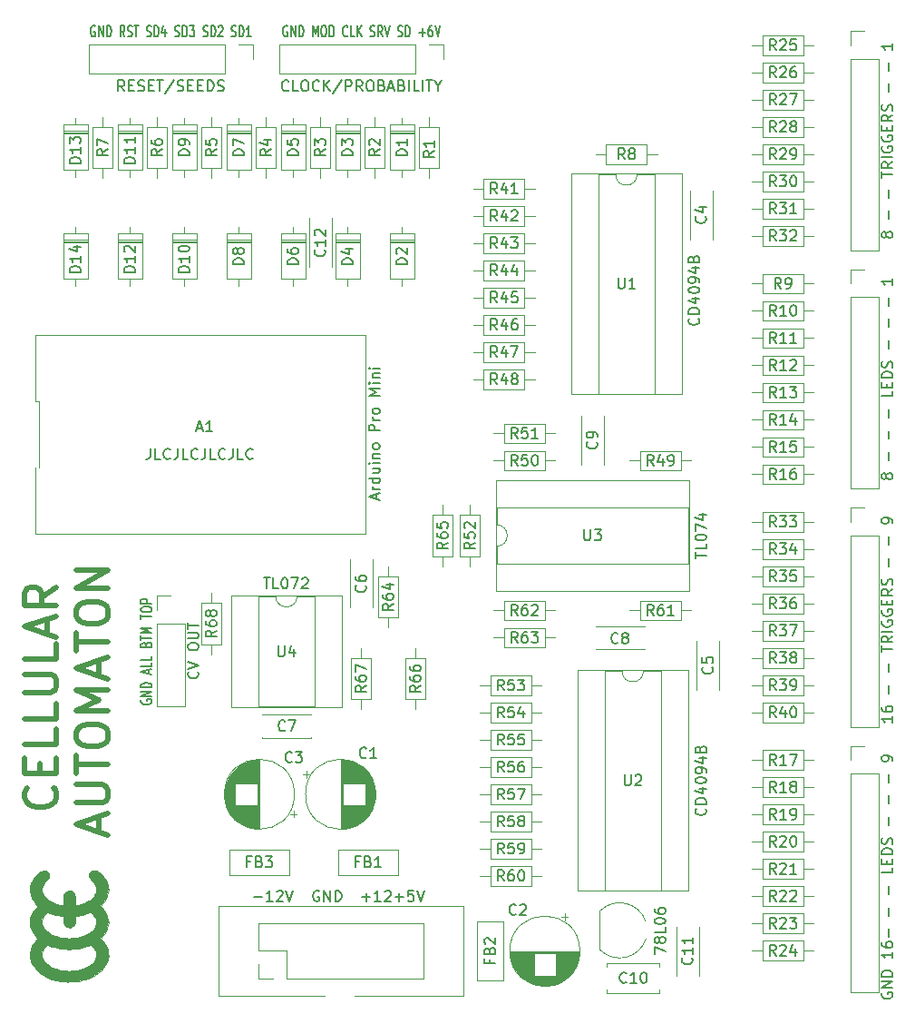
<source format=gbr>
%TF.GenerationSoftware,KiCad,Pcbnew,7.0.10*%
%TF.CreationDate,2024-11-13T09:03:04+00:00*%
%TF.ProjectId,CellularAutomaton-R,43656c6c-756c-4617-9241-75746f6d6174,rev?*%
%TF.SameCoordinates,Original*%
%TF.FileFunction,Legend,Top*%
%TF.FilePolarity,Positive*%
%FSLAX46Y46*%
G04 Gerber Fmt 4.6, Leading zero omitted, Abs format (unit mm)*
G04 Created by KiCad (PCBNEW 7.0.10) date 2024-11-13 09:03:04*
%MOMM*%
%LPD*%
G01*
G04 APERTURE LIST*
%ADD10C,0.150000*%
%ADD11C,0.500000*%
%ADD12C,0.120000*%
%ADD13C,0.010000*%
G04 APERTURE END LIST*
D10*
X128257493Y-87769819D02*
X128257493Y-88484104D01*
X128257493Y-88484104D02*
X128209874Y-88626961D01*
X128209874Y-88626961D02*
X128114636Y-88722200D01*
X128114636Y-88722200D02*
X127971779Y-88769819D01*
X127971779Y-88769819D02*
X127876541Y-88769819D01*
X129209874Y-88769819D02*
X128733684Y-88769819D01*
X128733684Y-88769819D02*
X128733684Y-87769819D01*
X130114636Y-88674580D02*
X130067017Y-88722200D01*
X130067017Y-88722200D02*
X129924160Y-88769819D01*
X129924160Y-88769819D02*
X129828922Y-88769819D01*
X129828922Y-88769819D02*
X129686065Y-88722200D01*
X129686065Y-88722200D02*
X129590827Y-88626961D01*
X129590827Y-88626961D02*
X129543208Y-88531723D01*
X129543208Y-88531723D02*
X129495589Y-88341247D01*
X129495589Y-88341247D02*
X129495589Y-88198390D01*
X129495589Y-88198390D02*
X129543208Y-88007914D01*
X129543208Y-88007914D02*
X129590827Y-87912676D01*
X129590827Y-87912676D02*
X129686065Y-87817438D01*
X129686065Y-87817438D02*
X129828922Y-87769819D01*
X129828922Y-87769819D02*
X129924160Y-87769819D01*
X129924160Y-87769819D02*
X130067017Y-87817438D01*
X130067017Y-87817438D02*
X130114636Y-87865057D01*
X130828922Y-87769819D02*
X130828922Y-88484104D01*
X130828922Y-88484104D02*
X130781303Y-88626961D01*
X130781303Y-88626961D02*
X130686065Y-88722200D01*
X130686065Y-88722200D02*
X130543208Y-88769819D01*
X130543208Y-88769819D02*
X130447970Y-88769819D01*
X131781303Y-88769819D02*
X131305113Y-88769819D01*
X131305113Y-88769819D02*
X131305113Y-87769819D01*
X132686065Y-88674580D02*
X132638446Y-88722200D01*
X132638446Y-88722200D02*
X132495589Y-88769819D01*
X132495589Y-88769819D02*
X132400351Y-88769819D01*
X132400351Y-88769819D02*
X132257494Y-88722200D01*
X132257494Y-88722200D02*
X132162256Y-88626961D01*
X132162256Y-88626961D02*
X132114637Y-88531723D01*
X132114637Y-88531723D02*
X132067018Y-88341247D01*
X132067018Y-88341247D02*
X132067018Y-88198390D01*
X132067018Y-88198390D02*
X132114637Y-88007914D01*
X132114637Y-88007914D02*
X132162256Y-87912676D01*
X132162256Y-87912676D02*
X132257494Y-87817438D01*
X132257494Y-87817438D02*
X132400351Y-87769819D01*
X132400351Y-87769819D02*
X132495589Y-87769819D01*
X132495589Y-87769819D02*
X132638446Y-87817438D01*
X132638446Y-87817438D02*
X132686065Y-87865057D01*
X133400351Y-87769819D02*
X133400351Y-88484104D01*
X133400351Y-88484104D02*
X133352732Y-88626961D01*
X133352732Y-88626961D02*
X133257494Y-88722200D01*
X133257494Y-88722200D02*
X133114637Y-88769819D01*
X133114637Y-88769819D02*
X133019399Y-88769819D01*
X134352732Y-88769819D02*
X133876542Y-88769819D01*
X133876542Y-88769819D02*
X133876542Y-87769819D01*
X135257494Y-88674580D02*
X135209875Y-88722200D01*
X135209875Y-88722200D02*
X135067018Y-88769819D01*
X135067018Y-88769819D02*
X134971780Y-88769819D01*
X134971780Y-88769819D02*
X134828923Y-88722200D01*
X134828923Y-88722200D02*
X134733685Y-88626961D01*
X134733685Y-88626961D02*
X134686066Y-88531723D01*
X134686066Y-88531723D02*
X134638447Y-88341247D01*
X134638447Y-88341247D02*
X134638447Y-88198390D01*
X134638447Y-88198390D02*
X134686066Y-88007914D01*
X134686066Y-88007914D02*
X134733685Y-87912676D01*
X134733685Y-87912676D02*
X134828923Y-87817438D01*
X134828923Y-87817438D02*
X134971780Y-87769819D01*
X134971780Y-87769819D02*
X135067018Y-87769819D01*
X135067018Y-87769819D02*
X135209875Y-87817438D01*
X135209875Y-87817438D02*
X135257494Y-87865057D01*
X135971780Y-87769819D02*
X135971780Y-88484104D01*
X135971780Y-88484104D02*
X135924161Y-88626961D01*
X135924161Y-88626961D02*
X135828923Y-88722200D01*
X135828923Y-88722200D02*
X135686066Y-88769819D01*
X135686066Y-88769819D02*
X135590828Y-88769819D01*
X136924161Y-88769819D02*
X136447971Y-88769819D01*
X136447971Y-88769819D02*
X136447971Y-87769819D01*
X137828923Y-88674580D02*
X137781304Y-88722200D01*
X137781304Y-88722200D02*
X137638447Y-88769819D01*
X137638447Y-88769819D02*
X137543209Y-88769819D01*
X137543209Y-88769819D02*
X137400352Y-88722200D01*
X137400352Y-88722200D02*
X137305114Y-88626961D01*
X137305114Y-88626961D02*
X137257495Y-88531723D01*
X137257495Y-88531723D02*
X137209876Y-88341247D01*
X137209876Y-88341247D02*
X137209876Y-88198390D01*
X137209876Y-88198390D02*
X137257495Y-88007914D01*
X137257495Y-88007914D02*
X137305114Y-87912676D01*
X137305114Y-87912676D02*
X137400352Y-87817438D01*
X137400352Y-87817438D02*
X137543209Y-87769819D01*
X137543209Y-87769819D02*
X137638447Y-87769819D01*
X137638447Y-87769819D02*
X137781304Y-87817438D01*
X137781304Y-87817438D02*
X137828923Y-87865057D01*
D11*
X119230542Y-119391367D02*
X119373400Y-119534224D01*
X119373400Y-119534224D02*
X119516257Y-119962796D01*
X119516257Y-119962796D02*
X119516257Y-120248510D01*
X119516257Y-120248510D02*
X119373400Y-120677081D01*
X119373400Y-120677081D02*
X119087685Y-120962796D01*
X119087685Y-120962796D02*
X118801971Y-121105653D01*
X118801971Y-121105653D02*
X118230542Y-121248510D01*
X118230542Y-121248510D02*
X117801971Y-121248510D01*
X117801971Y-121248510D02*
X117230542Y-121105653D01*
X117230542Y-121105653D02*
X116944828Y-120962796D01*
X116944828Y-120962796D02*
X116659114Y-120677081D01*
X116659114Y-120677081D02*
X116516257Y-120248510D01*
X116516257Y-120248510D02*
X116516257Y-119962796D01*
X116516257Y-119962796D02*
X116659114Y-119534224D01*
X116659114Y-119534224D02*
X116801971Y-119391367D01*
X117944828Y-118105653D02*
X117944828Y-117105653D01*
X119516257Y-116677081D02*
X119516257Y-118105653D01*
X119516257Y-118105653D02*
X116516257Y-118105653D01*
X116516257Y-118105653D02*
X116516257Y-116677081D01*
X119516257Y-113962795D02*
X119516257Y-115391367D01*
X119516257Y-115391367D02*
X116516257Y-115391367D01*
X119516257Y-111534224D02*
X119516257Y-112962796D01*
X119516257Y-112962796D02*
X116516257Y-112962796D01*
X116516257Y-110534225D02*
X118944828Y-110534225D01*
X118944828Y-110534225D02*
X119230542Y-110391368D01*
X119230542Y-110391368D02*
X119373400Y-110248511D01*
X119373400Y-110248511D02*
X119516257Y-109962796D01*
X119516257Y-109962796D02*
X119516257Y-109391368D01*
X119516257Y-109391368D02*
X119373400Y-109105653D01*
X119373400Y-109105653D02*
X119230542Y-108962796D01*
X119230542Y-108962796D02*
X118944828Y-108819939D01*
X118944828Y-108819939D02*
X116516257Y-108819939D01*
X119516257Y-105962796D02*
X119516257Y-107391368D01*
X119516257Y-107391368D02*
X116516257Y-107391368D01*
X118659114Y-105105654D02*
X118659114Y-103677083D01*
X119516257Y-105391368D02*
X116516257Y-104391368D01*
X116516257Y-104391368D02*
X119516257Y-103391368D01*
X119516257Y-100677082D02*
X118087685Y-101677082D01*
X119516257Y-102391368D02*
X116516257Y-102391368D01*
X116516257Y-102391368D02*
X116516257Y-101248511D01*
X116516257Y-101248511D02*
X116659114Y-100962796D01*
X116659114Y-100962796D02*
X116801971Y-100819939D01*
X116801971Y-100819939D02*
X117087685Y-100677082D01*
X117087685Y-100677082D02*
X117516257Y-100677082D01*
X117516257Y-100677082D02*
X117801971Y-100819939D01*
X117801971Y-100819939D02*
X117944828Y-100962796D01*
X117944828Y-100962796D02*
X118087685Y-101248511D01*
X118087685Y-101248511D02*
X118087685Y-102391368D01*
X123489114Y-123534224D02*
X123489114Y-122105653D01*
X124346257Y-123819938D02*
X121346257Y-122819938D01*
X121346257Y-122819938D02*
X124346257Y-121819938D01*
X121346257Y-120819938D02*
X123774828Y-120819938D01*
X123774828Y-120819938D02*
X124060542Y-120677081D01*
X124060542Y-120677081D02*
X124203400Y-120534224D01*
X124203400Y-120534224D02*
X124346257Y-120248509D01*
X124346257Y-120248509D02*
X124346257Y-119677081D01*
X124346257Y-119677081D02*
X124203400Y-119391366D01*
X124203400Y-119391366D02*
X124060542Y-119248509D01*
X124060542Y-119248509D02*
X123774828Y-119105652D01*
X123774828Y-119105652D02*
X121346257Y-119105652D01*
X121346257Y-118105652D02*
X121346257Y-116391367D01*
X124346257Y-117248509D02*
X121346257Y-117248509D01*
X121346257Y-114819938D02*
X121346257Y-114248510D01*
X121346257Y-114248510D02*
X121489114Y-113962795D01*
X121489114Y-113962795D02*
X121774828Y-113677081D01*
X121774828Y-113677081D02*
X122346257Y-113534224D01*
X122346257Y-113534224D02*
X123346257Y-113534224D01*
X123346257Y-113534224D02*
X123917685Y-113677081D01*
X123917685Y-113677081D02*
X124203400Y-113962795D01*
X124203400Y-113962795D02*
X124346257Y-114248510D01*
X124346257Y-114248510D02*
X124346257Y-114819938D01*
X124346257Y-114819938D02*
X124203400Y-115105653D01*
X124203400Y-115105653D02*
X123917685Y-115391367D01*
X123917685Y-115391367D02*
X123346257Y-115534224D01*
X123346257Y-115534224D02*
X122346257Y-115534224D01*
X122346257Y-115534224D02*
X121774828Y-115391367D01*
X121774828Y-115391367D02*
X121489114Y-115105653D01*
X121489114Y-115105653D02*
X121346257Y-114819938D01*
X124346257Y-112248510D02*
X121346257Y-112248510D01*
X121346257Y-112248510D02*
X123489114Y-111248510D01*
X123489114Y-111248510D02*
X121346257Y-110248510D01*
X121346257Y-110248510D02*
X124346257Y-110248510D01*
X123489114Y-108962796D02*
X123489114Y-107534225D01*
X124346257Y-109248510D02*
X121346257Y-108248510D01*
X121346257Y-108248510D02*
X124346257Y-107248510D01*
X121346257Y-106677081D02*
X121346257Y-104962796D01*
X124346257Y-105819938D02*
X121346257Y-105819938D01*
X121346257Y-103391367D02*
X121346257Y-102819939D01*
X121346257Y-102819939D02*
X121489114Y-102534224D01*
X121489114Y-102534224D02*
X121774828Y-102248510D01*
X121774828Y-102248510D02*
X122346257Y-102105653D01*
X122346257Y-102105653D02*
X123346257Y-102105653D01*
X123346257Y-102105653D02*
X123917685Y-102248510D01*
X123917685Y-102248510D02*
X124203400Y-102534224D01*
X124203400Y-102534224D02*
X124346257Y-102819939D01*
X124346257Y-102819939D02*
X124346257Y-103391367D01*
X124346257Y-103391367D02*
X124203400Y-103677082D01*
X124203400Y-103677082D02*
X123917685Y-103962796D01*
X123917685Y-103962796D02*
X123346257Y-104105653D01*
X123346257Y-104105653D02*
X122346257Y-104105653D01*
X122346257Y-104105653D02*
X121774828Y-103962796D01*
X121774828Y-103962796D02*
X121489114Y-103677082D01*
X121489114Y-103677082D02*
X121346257Y-103391367D01*
X124346257Y-100819939D02*
X121346257Y-100819939D01*
X121346257Y-100819939D02*
X124346257Y-99105653D01*
X124346257Y-99105653D02*
X121346257Y-99105653D01*
D10*
X126819819Y-71318285D02*
X125819819Y-71318285D01*
X125819819Y-71318285D02*
X125819819Y-71080190D01*
X125819819Y-71080190D02*
X125867438Y-70937333D01*
X125867438Y-70937333D02*
X125962676Y-70842095D01*
X125962676Y-70842095D02*
X126057914Y-70794476D01*
X126057914Y-70794476D02*
X126248390Y-70746857D01*
X126248390Y-70746857D02*
X126391247Y-70746857D01*
X126391247Y-70746857D02*
X126581723Y-70794476D01*
X126581723Y-70794476D02*
X126676961Y-70842095D01*
X126676961Y-70842095D02*
X126772200Y-70937333D01*
X126772200Y-70937333D02*
X126819819Y-71080190D01*
X126819819Y-71080190D02*
X126819819Y-71318285D01*
X126819819Y-69794476D02*
X126819819Y-70365904D01*
X126819819Y-70080190D02*
X125819819Y-70080190D01*
X125819819Y-70080190D02*
X125962676Y-70175428D01*
X125962676Y-70175428D02*
X126057914Y-70270666D01*
X126057914Y-70270666D02*
X126105533Y-70365904D01*
X125915057Y-69413523D02*
X125867438Y-69365904D01*
X125867438Y-69365904D02*
X125819819Y-69270666D01*
X125819819Y-69270666D02*
X125819819Y-69032571D01*
X125819819Y-69032571D02*
X125867438Y-68937333D01*
X125867438Y-68937333D02*
X125915057Y-68889714D01*
X125915057Y-68889714D02*
X126010295Y-68842095D01*
X126010295Y-68842095D02*
X126105533Y-68842095D01*
X126105533Y-68842095D02*
X126248390Y-68889714D01*
X126248390Y-68889714D02*
X126819819Y-69461142D01*
X126819819Y-69461142D02*
X126819819Y-68842095D01*
X186682142Y-75384819D02*
X186348809Y-74908628D01*
X186110714Y-75384819D02*
X186110714Y-74384819D01*
X186110714Y-74384819D02*
X186491666Y-74384819D01*
X186491666Y-74384819D02*
X186586904Y-74432438D01*
X186586904Y-74432438D02*
X186634523Y-74480057D01*
X186634523Y-74480057D02*
X186682142Y-74575295D01*
X186682142Y-74575295D02*
X186682142Y-74718152D01*
X186682142Y-74718152D02*
X186634523Y-74813390D01*
X186634523Y-74813390D02*
X186586904Y-74861009D01*
X186586904Y-74861009D02*
X186491666Y-74908628D01*
X186491666Y-74908628D02*
X186110714Y-74908628D01*
X187634523Y-75384819D02*
X187063095Y-75384819D01*
X187348809Y-75384819D02*
X187348809Y-74384819D01*
X187348809Y-74384819D02*
X187253571Y-74527676D01*
X187253571Y-74527676D02*
X187158333Y-74622914D01*
X187158333Y-74622914D02*
X187063095Y-74670533D01*
X188253571Y-74384819D02*
X188348809Y-74384819D01*
X188348809Y-74384819D02*
X188444047Y-74432438D01*
X188444047Y-74432438D02*
X188491666Y-74480057D01*
X188491666Y-74480057D02*
X188539285Y-74575295D01*
X188539285Y-74575295D02*
X188586904Y-74765771D01*
X188586904Y-74765771D02*
X188586904Y-75003866D01*
X188586904Y-75003866D02*
X188539285Y-75194342D01*
X188539285Y-75194342D02*
X188491666Y-75289580D01*
X188491666Y-75289580D02*
X188444047Y-75337200D01*
X188444047Y-75337200D02*
X188348809Y-75384819D01*
X188348809Y-75384819D02*
X188253571Y-75384819D01*
X188253571Y-75384819D02*
X188158333Y-75337200D01*
X188158333Y-75337200D02*
X188110714Y-75289580D01*
X188110714Y-75289580D02*
X188063095Y-75194342D01*
X188063095Y-75194342D02*
X188015476Y-75003866D01*
X188015476Y-75003866D02*
X188015476Y-74765771D01*
X188015476Y-74765771D02*
X188063095Y-74575295D01*
X188063095Y-74575295D02*
X188110714Y-74480057D01*
X188110714Y-74480057D02*
X188158333Y-74432438D01*
X188158333Y-74432438D02*
X188253571Y-74384819D01*
X160647142Y-69074819D02*
X160313809Y-68598628D01*
X160075714Y-69074819D02*
X160075714Y-68074819D01*
X160075714Y-68074819D02*
X160456666Y-68074819D01*
X160456666Y-68074819D02*
X160551904Y-68122438D01*
X160551904Y-68122438D02*
X160599523Y-68170057D01*
X160599523Y-68170057D02*
X160647142Y-68265295D01*
X160647142Y-68265295D02*
X160647142Y-68408152D01*
X160647142Y-68408152D02*
X160599523Y-68503390D01*
X160599523Y-68503390D02*
X160551904Y-68551009D01*
X160551904Y-68551009D02*
X160456666Y-68598628D01*
X160456666Y-68598628D02*
X160075714Y-68598628D01*
X161504285Y-68408152D02*
X161504285Y-69074819D01*
X161266190Y-68027200D02*
X161028095Y-68741485D01*
X161028095Y-68741485D02*
X161647142Y-68741485D01*
X161932857Y-68074819D02*
X162551904Y-68074819D01*
X162551904Y-68074819D02*
X162218571Y-68455771D01*
X162218571Y-68455771D02*
X162361428Y-68455771D01*
X162361428Y-68455771D02*
X162456666Y-68503390D01*
X162456666Y-68503390D02*
X162504285Y-68551009D01*
X162504285Y-68551009D02*
X162551904Y-68646247D01*
X162551904Y-68646247D02*
X162551904Y-68884342D01*
X162551904Y-68884342D02*
X162504285Y-68979580D01*
X162504285Y-68979580D02*
X162456666Y-69027200D01*
X162456666Y-69027200D02*
X162361428Y-69074819D01*
X162361428Y-69074819D02*
X162075714Y-69074819D01*
X162075714Y-69074819D02*
X161980476Y-69027200D01*
X161980476Y-69027200D02*
X161932857Y-68979580D01*
X186682142Y-107769819D02*
X186348809Y-107293628D01*
X186110714Y-107769819D02*
X186110714Y-106769819D01*
X186110714Y-106769819D02*
X186491666Y-106769819D01*
X186491666Y-106769819D02*
X186586904Y-106817438D01*
X186586904Y-106817438D02*
X186634523Y-106865057D01*
X186634523Y-106865057D02*
X186682142Y-106960295D01*
X186682142Y-106960295D02*
X186682142Y-107103152D01*
X186682142Y-107103152D02*
X186634523Y-107198390D01*
X186634523Y-107198390D02*
X186586904Y-107246009D01*
X186586904Y-107246009D02*
X186491666Y-107293628D01*
X186491666Y-107293628D02*
X186110714Y-107293628D01*
X187015476Y-106769819D02*
X187634523Y-106769819D01*
X187634523Y-106769819D02*
X187301190Y-107150771D01*
X187301190Y-107150771D02*
X187444047Y-107150771D01*
X187444047Y-107150771D02*
X187539285Y-107198390D01*
X187539285Y-107198390D02*
X187586904Y-107246009D01*
X187586904Y-107246009D02*
X187634523Y-107341247D01*
X187634523Y-107341247D02*
X187634523Y-107579342D01*
X187634523Y-107579342D02*
X187586904Y-107674580D01*
X187586904Y-107674580D02*
X187539285Y-107722200D01*
X187539285Y-107722200D02*
X187444047Y-107769819D01*
X187444047Y-107769819D02*
X187158333Y-107769819D01*
X187158333Y-107769819D02*
X187063095Y-107722200D01*
X187063095Y-107722200D02*
X187015476Y-107674580D01*
X188205952Y-107198390D02*
X188110714Y-107150771D01*
X188110714Y-107150771D02*
X188063095Y-107103152D01*
X188063095Y-107103152D02*
X188015476Y-107007914D01*
X188015476Y-107007914D02*
X188015476Y-106960295D01*
X188015476Y-106960295D02*
X188063095Y-106865057D01*
X188063095Y-106865057D02*
X188110714Y-106817438D01*
X188110714Y-106817438D02*
X188205952Y-106769819D01*
X188205952Y-106769819D02*
X188396428Y-106769819D01*
X188396428Y-106769819D02*
X188491666Y-106817438D01*
X188491666Y-106817438D02*
X188539285Y-106865057D01*
X188539285Y-106865057D02*
X188586904Y-106960295D01*
X188586904Y-106960295D02*
X188586904Y-107007914D01*
X188586904Y-107007914D02*
X188539285Y-107103152D01*
X188539285Y-107103152D02*
X188491666Y-107150771D01*
X188491666Y-107150771D02*
X188396428Y-107198390D01*
X188396428Y-107198390D02*
X188205952Y-107198390D01*
X188205952Y-107198390D02*
X188110714Y-107246009D01*
X188110714Y-107246009D02*
X188063095Y-107293628D01*
X188063095Y-107293628D02*
X188015476Y-107388866D01*
X188015476Y-107388866D02*
X188015476Y-107579342D01*
X188015476Y-107579342D02*
X188063095Y-107674580D01*
X188063095Y-107674580D02*
X188110714Y-107722200D01*
X188110714Y-107722200D02*
X188205952Y-107769819D01*
X188205952Y-107769819D02*
X188396428Y-107769819D01*
X188396428Y-107769819D02*
X188491666Y-107722200D01*
X188491666Y-107722200D02*
X188539285Y-107674580D01*
X188539285Y-107674580D02*
X188586904Y-107579342D01*
X188586904Y-107579342D02*
X188586904Y-107388866D01*
X188586904Y-107388866D02*
X188539285Y-107293628D01*
X188539285Y-107293628D02*
X188491666Y-107246009D01*
X188491666Y-107246009D02*
X188396428Y-107198390D01*
X186682142Y-55699819D02*
X186348809Y-55223628D01*
X186110714Y-55699819D02*
X186110714Y-54699819D01*
X186110714Y-54699819D02*
X186491666Y-54699819D01*
X186491666Y-54699819D02*
X186586904Y-54747438D01*
X186586904Y-54747438D02*
X186634523Y-54795057D01*
X186634523Y-54795057D02*
X186682142Y-54890295D01*
X186682142Y-54890295D02*
X186682142Y-55033152D01*
X186682142Y-55033152D02*
X186634523Y-55128390D01*
X186634523Y-55128390D02*
X186586904Y-55176009D01*
X186586904Y-55176009D02*
X186491666Y-55223628D01*
X186491666Y-55223628D02*
X186110714Y-55223628D01*
X187063095Y-54795057D02*
X187110714Y-54747438D01*
X187110714Y-54747438D02*
X187205952Y-54699819D01*
X187205952Y-54699819D02*
X187444047Y-54699819D01*
X187444047Y-54699819D02*
X187539285Y-54747438D01*
X187539285Y-54747438D02*
X187586904Y-54795057D01*
X187586904Y-54795057D02*
X187634523Y-54890295D01*
X187634523Y-54890295D02*
X187634523Y-54985533D01*
X187634523Y-54985533D02*
X187586904Y-55128390D01*
X187586904Y-55128390D02*
X187015476Y-55699819D01*
X187015476Y-55699819D02*
X187634523Y-55699819D01*
X187967857Y-54699819D02*
X188634523Y-54699819D01*
X188634523Y-54699819D02*
X188205952Y-55699819D01*
X121739819Y-71318285D02*
X120739819Y-71318285D01*
X120739819Y-71318285D02*
X120739819Y-71080190D01*
X120739819Y-71080190D02*
X120787438Y-70937333D01*
X120787438Y-70937333D02*
X120882676Y-70842095D01*
X120882676Y-70842095D02*
X120977914Y-70794476D01*
X120977914Y-70794476D02*
X121168390Y-70746857D01*
X121168390Y-70746857D02*
X121311247Y-70746857D01*
X121311247Y-70746857D02*
X121501723Y-70794476D01*
X121501723Y-70794476D02*
X121596961Y-70842095D01*
X121596961Y-70842095D02*
X121692200Y-70937333D01*
X121692200Y-70937333D02*
X121739819Y-71080190D01*
X121739819Y-71080190D02*
X121739819Y-71318285D01*
X121739819Y-69794476D02*
X121739819Y-70365904D01*
X121739819Y-70080190D02*
X120739819Y-70080190D01*
X120739819Y-70080190D02*
X120882676Y-70175428D01*
X120882676Y-70175428D02*
X120977914Y-70270666D01*
X120977914Y-70270666D02*
X121025533Y-70365904D01*
X121073152Y-68937333D02*
X121739819Y-68937333D01*
X120692200Y-69175428D02*
X121406485Y-69413523D01*
X121406485Y-69413523D02*
X121406485Y-68794476D01*
X160647142Y-74154819D02*
X160313809Y-73678628D01*
X160075714Y-74154819D02*
X160075714Y-73154819D01*
X160075714Y-73154819D02*
X160456666Y-73154819D01*
X160456666Y-73154819D02*
X160551904Y-73202438D01*
X160551904Y-73202438D02*
X160599523Y-73250057D01*
X160599523Y-73250057D02*
X160647142Y-73345295D01*
X160647142Y-73345295D02*
X160647142Y-73488152D01*
X160647142Y-73488152D02*
X160599523Y-73583390D01*
X160599523Y-73583390D02*
X160551904Y-73631009D01*
X160551904Y-73631009D02*
X160456666Y-73678628D01*
X160456666Y-73678628D02*
X160075714Y-73678628D01*
X161504285Y-73488152D02*
X161504285Y-74154819D01*
X161266190Y-73107200D02*
X161028095Y-73821485D01*
X161028095Y-73821485D02*
X161647142Y-73821485D01*
X162504285Y-73154819D02*
X162028095Y-73154819D01*
X162028095Y-73154819D02*
X161980476Y-73631009D01*
X161980476Y-73631009D02*
X162028095Y-73583390D01*
X162028095Y-73583390D02*
X162123333Y-73535771D01*
X162123333Y-73535771D02*
X162361428Y-73535771D01*
X162361428Y-73535771D02*
X162456666Y-73583390D01*
X162456666Y-73583390D02*
X162504285Y-73631009D01*
X162504285Y-73631009D02*
X162551904Y-73726247D01*
X162551904Y-73726247D02*
X162551904Y-73964342D01*
X162551904Y-73964342D02*
X162504285Y-74059580D01*
X162504285Y-74059580D02*
X162456666Y-74107200D01*
X162456666Y-74107200D02*
X162361428Y-74154819D01*
X162361428Y-74154819D02*
X162123333Y-74154819D01*
X162123333Y-74154819D02*
X162028095Y-74107200D01*
X162028095Y-74107200D02*
X161980476Y-74059580D01*
X162552142Y-105864819D02*
X162218809Y-105388628D01*
X161980714Y-105864819D02*
X161980714Y-104864819D01*
X161980714Y-104864819D02*
X162361666Y-104864819D01*
X162361666Y-104864819D02*
X162456904Y-104912438D01*
X162456904Y-104912438D02*
X162504523Y-104960057D01*
X162504523Y-104960057D02*
X162552142Y-105055295D01*
X162552142Y-105055295D02*
X162552142Y-105198152D01*
X162552142Y-105198152D02*
X162504523Y-105293390D01*
X162504523Y-105293390D02*
X162456904Y-105341009D01*
X162456904Y-105341009D02*
X162361666Y-105388628D01*
X162361666Y-105388628D02*
X161980714Y-105388628D01*
X163409285Y-104864819D02*
X163218809Y-104864819D01*
X163218809Y-104864819D02*
X163123571Y-104912438D01*
X163123571Y-104912438D02*
X163075952Y-104960057D01*
X163075952Y-104960057D02*
X162980714Y-105102914D01*
X162980714Y-105102914D02*
X162933095Y-105293390D01*
X162933095Y-105293390D02*
X162933095Y-105674342D01*
X162933095Y-105674342D02*
X162980714Y-105769580D01*
X162980714Y-105769580D02*
X163028333Y-105817200D01*
X163028333Y-105817200D02*
X163123571Y-105864819D01*
X163123571Y-105864819D02*
X163314047Y-105864819D01*
X163314047Y-105864819D02*
X163409285Y-105817200D01*
X163409285Y-105817200D02*
X163456904Y-105769580D01*
X163456904Y-105769580D02*
X163504523Y-105674342D01*
X163504523Y-105674342D02*
X163504523Y-105436247D01*
X163504523Y-105436247D02*
X163456904Y-105341009D01*
X163456904Y-105341009D02*
X163409285Y-105293390D01*
X163409285Y-105293390D02*
X163314047Y-105245771D01*
X163314047Y-105245771D02*
X163123571Y-105245771D01*
X163123571Y-105245771D02*
X163028333Y-105293390D01*
X163028333Y-105293390D02*
X162980714Y-105341009D01*
X162980714Y-105341009D02*
X162933095Y-105436247D01*
X163837857Y-104864819D02*
X164456904Y-104864819D01*
X164456904Y-104864819D02*
X164123571Y-105245771D01*
X164123571Y-105245771D02*
X164266428Y-105245771D01*
X164266428Y-105245771D02*
X164361666Y-105293390D01*
X164361666Y-105293390D02*
X164409285Y-105341009D01*
X164409285Y-105341009D02*
X164456904Y-105436247D01*
X164456904Y-105436247D02*
X164456904Y-105674342D01*
X164456904Y-105674342D02*
X164409285Y-105769580D01*
X164409285Y-105769580D02*
X164361666Y-105817200D01*
X164361666Y-105817200D02*
X164266428Y-105864819D01*
X164266428Y-105864819D02*
X163980714Y-105864819D01*
X163980714Y-105864819D02*
X163885476Y-105817200D01*
X163885476Y-105817200D02*
X163837857Y-105769580D01*
X147756666Y-126296009D02*
X147423333Y-126296009D01*
X147423333Y-126819819D02*
X147423333Y-125819819D01*
X147423333Y-125819819D02*
X147899523Y-125819819D01*
X148613809Y-126296009D02*
X148756666Y-126343628D01*
X148756666Y-126343628D02*
X148804285Y-126391247D01*
X148804285Y-126391247D02*
X148851904Y-126486485D01*
X148851904Y-126486485D02*
X148851904Y-126629342D01*
X148851904Y-126629342D02*
X148804285Y-126724580D01*
X148804285Y-126724580D02*
X148756666Y-126772200D01*
X148756666Y-126772200D02*
X148661428Y-126819819D01*
X148661428Y-126819819D02*
X148280476Y-126819819D01*
X148280476Y-126819819D02*
X148280476Y-125819819D01*
X148280476Y-125819819D02*
X148613809Y-125819819D01*
X148613809Y-125819819D02*
X148709047Y-125867438D01*
X148709047Y-125867438D02*
X148756666Y-125915057D01*
X148756666Y-125915057D02*
X148804285Y-126010295D01*
X148804285Y-126010295D02*
X148804285Y-126105533D01*
X148804285Y-126105533D02*
X148756666Y-126200771D01*
X148756666Y-126200771D02*
X148709047Y-126248390D01*
X148709047Y-126248390D02*
X148613809Y-126296009D01*
X148613809Y-126296009D02*
X148280476Y-126296009D01*
X149804285Y-126819819D02*
X149232857Y-126819819D01*
X149518571Y-126819819D02*
X149518571Y-125819819D01*
X149518571Y-125819819D02*
X149423333Y-125962676D01*
X149423333Y-125962676D02*
X149328095Y-126057914D01*
X149328095Y-126057914D02*
X149232857Y-126105533D01*
X197558819Y-112735190D02*
X197558819Y-113306618D01*
X197558819Y-113020904D02*
X196558819Y-113020904D01*
X196558819Y-113020904D02*
X196701676Y-113116142D01*
X196701676Y-113116142D02*
X196796914Y-113211380D01*
X196796914Y-113211380D02*
X196844533Y-113306618D01*
X196558819Y-111878047D02*
X196558819Y-112068523D01*
X196558819Y-112068523D02*
X196606438Y-112163761D01*
X196606438Y-112163761D02*
X196654057Y-112211380D01*
X196654057Y-112211380D02*
X196796914Y-112306618D01*
X196796914Y-112306618D02*
X196987390Y-112354237D01*
X196987390Y-112354237D02*
X197368342Y-112354237D01*
X197368342Y-112354237D02*
X197463580Y-112306618D01*
X197463580Y-112306618D02*
X197511200Y-112258999D01*
X197511200Y-112258999D02*
X197558819Y-112163761D01*
X197558819Y-112163761D02*
X197558819Y-111973285D01*
X197558819Y-111973285D02*
X197511200Y-111878047D01*
X197511200Y-111878047D02*
X197463580Y-111830428D01*
X197463580Y-111830428D02*
X197368342Y-111782809D01*
X197368342Y-111782809D02*
X197130247Y-111782809D01*
X197130247Y-111782809D02*
X197035009Y-111830428D01*
X197035009Y-111830428D02*
X196987390Y-111878047D01*
X196987390Y-111878047D02*
X196939771Y-111973285D01*
X196939771Y-111973285D02*
X196939771Y-112163761D01*
X196939771Y-112163761D02*
X196987390Y-112258999D01*
X196987390Y-112258999D02*
X197035009Y-112306618D01*
X197035009Y-112306618D02*
X197130247Y-112354237D01*
X197177866Y-110592332D02*
X197177866Y-109830428D01*
X197177866Y-108592332D02*
X197177866Y-107830428D01*
X196558819Y-106735189D02*
X196558819Y-106163761D01*
X197558819Y-106449475D02*
X196558819Y-106449475D01*
X197558819Y-105258999D02*
X197082628Y-105592332D01*
X197558819Y-105830427D02*
X196558819Y-105830427D01*
X196558819Y-105830427D02*
X196558819Y-105449475D01*
X196558819Y-105449475D02*
X196606438Y-105354237D01*
X196606438Y-105354237D02*
X196654057Y-105306618D01*
X196654057Y-105306618D02*
X196749295Y-105258999D01*
X196749295Y-105258999D02*
X196892152Y-105258999D01*
X196892152Y-105258999D02*
X196987390Y-105306618D01*
X196987390Y-105306618D02*
X197035009Y-105354237D01*
X197035009Y-105354237D02*
X197082628Y-105449475D01*
X197082628Y-105449475D02*
X197082628Y-105830427D01*
X197558819Y-104830427D02*
X196558819Y-104830427D01*
X196606438Y-103830428D02*
X196558819Y-103925666D01*
X196558819Y-103925666D02*
X196558819Y-104068523D01*
X196558819Y-104068523D02*
X196606438Y-104211380D01*
X196606438Y-104211380D02*
X196701676Y-104306618D01*
X196701676Y-104306618D02*
X196796914Y-104354237D01*
X196796914Y-104354237D02*
X196987390Y-104401856D01*
X196987390Y-104401856D02*
X197130247Y-104401856D01*
X197130247Y-104401856D02*
X197320723Y-104354237D01*
X197320723Y-104354237D02*
X197415961Y-104306618D01*
X197415961Y-104306618D02*
X197511200Y-104211380D01*
X197511200Y-104211380D02*
X197558819Y-104068523D01*
X197558819Y-104068523D02*
X197558819Y-103973285D01*
X197558819Y-103973285D02*
X197511200Y-103830428D01*
X197511200Y-103830428D02*
X197463580Y-103782809D01*
X197463580Y-103782809D02*
X197130247Y-103782809D01*
X197130247Y-103782809D02*
X197130247Y-103973285D01*
X196606438Y-102830428D02*
X196558819Y-102925666D01*
X196558819Y-102925666D02*
X196558819Y-103068523D01*
X196558819Y-103068523D02*
X196606438Y-103211380D01*
X196606438Y-103211380D02*
X196701676Y-103306618D01*
X196701676Y-103306618D02*
X196796914Y-103354237D01*
X196796914Y-103354237D02*
X196987390Y-103401856D01*
X196987390Y-103401856D02*
X197130247Y-103401856D01*
X197130247Y-103401856D02*
X197320723Y-103354237D01*
X197320723Y-103354237D02*
X197415961Y-103306618D01*
X197415961Y-103306618D02*
X197511200Y-103211380D01*
X197511200Y-103211380D02*
X197558819Y-103068523D01*
X197558819Y-103068523D02*
X197558819Y-102973285D01*
X197558819Y-102973285D02*
X197511200Y-102830428D01*
X197511200Y-102830428D02*
X197463580Y-102782809D01*
X197463580Y-102782809D02*
X197130247Y-102782809D01*
X197130247Y-102782809D02*
X197130247Y-102973285D01*
X197035009Y-102354237D02*
X197035009Y-102020904D01*
X197558819Y-101878047D02*
X197558819Y-102354237D01*
X197558819Y-102354237D02*
X196558819Y-102354237D01*
X196558819Y-102354237D02*
X196558819Y-101878047D01*
X197558819Y-100878047D02*
X197082628Y-101211380D01*
X197558819Y-101449475D02*
X196558819Y-101449475D01*
X196558819Y-101449475D02*
X196558819Y-101068523D01*
X196558819Y-101068523D02*
X196606438Y-100973285D01*
X196606438Y-100973285D02*
X196654057Y-100925666D01*
X196654057Y-100925666D02*
X196749295Y-100878047D01*
X196749295Y-100878047D02*
X196892152Y-100878047D01*
X196892152Y-100878047D02*
X196987390Y-100925666D01*
X196987390Y-100925666D02*
X197035009Y-100973285D01*
X197035009Y-100973285D02*
X197082628Y-101068523D01*
X197082628Y-101068523D02*
X197082628Y-101449475D01*
X197511200Y-100497094D02*
X197558819Y-100354237D01*
X197558819Y-100354237D02*
X197558819Y-100116142D01*
X197558819Y-100116142D02*
X197511200Y-100020904D01*
X197511200Y-100020904D02*
X197463580Y-99973285D01*
X197463580Y-99973285D02*
X197368342Y-99925666D01*
X197368342Y-99925666D02*
X197273104Y-99925666D01*
X197273104Y-99925666D02*
X197177866Y-99973285D01*
X197177866Y-99973285D02*
X197130247Y-100020904D01*
X197130247Y-100020904D02*
X197082628Y-100116142D01*
X197082628Y-100116142D02*
X197035009Y-100306618D01*
X197035009Y-100306618D02*
X196987390Y-100401856D01*
X196987390Y-100401856D02*
X196939771Y-100449475D01*
X196939771Y-100449475D02*
X196844533Y-100497094D01*
X196844533Y-100497094D02*
X196749295Y-100497094D01*
X196749295Y-100497094D02*
X196654057Y-100449475D01*
X196654057Y-100449475D02*
X196606438Y-100401856D01*
X196606438Y-100401856D02*
X196558819Y-100306618D01*
X196558819Y-100306618D02*
X196558819Y-100068523D01*
X196558819Y-100068523D02*
X196606438Y-99925666D01*
X197177866Y-98735189D02*
X197177866Y-97973285D01*
X197177866Y-96735189D02*
X197177866Y-95973285D01*
X197558819Y-94687570D02*
X197558819Y-94497094D01*
X197558819Y-94497094D02*
X197511200Y-94401856D01*
X197511200Y-94401856D02*
X197463580Y-94354237D01*
X197463580Y-94354237D02*
X197320723Y-94258999D01*
X197320723Y-94258999D02*
X197130247Y-94211380D01*
X197130247Y-94211380D02*
X196749295Y-94211380D01*
X196749295Y-94211380D02*
X196654057Y-94258999D01*
X196654057Y-94258999D02*
X196606438Y-94306618D01*
X196606438Y-94306618D02*
X196558819Y-94401856D01*
X196558819Y-94401856D02*
X196558819Y-94592332D01*
X196558819Y-94592332D02*
X196606438Y-94687570D01*
X196606438Y-94687570D02*
X196654057Y-94735189D01*
X196654057Y-94735189D02*
X196749295Y-94782808D01*
X196749295Y-94782808D02*
X196987390Y-94782808D01*
X196987390Y-94782808D02*
X197082628Y-94735189D01*
X197082628Y-94735189D02*
X197130247Y-94687570D01*
X197130247Y-94687570D02*
X197177866Y-94592332D01*
X197177866Y-94592332D02*
X197177866Y-94401856D01*
X197177866Y-94401856D02*
X197130247Y-94306618D01*
X197130247Y-94306618D02*
X197082628Y-94258999D01*
X197082628Y-94258999D02*
X196987390Y-94211380D01*
X186682142Y-129984819D02*
X186348809Y-129508628D01*
X186110714Y-129984819D02*
X186110714Y-128984819D01*
X186110714Y-128984819D02*
X186491666Y-128984819D01*
X186491666Y-128984819D02*
X186586904Y-129032438D01*
X186586904Y-129032438D02*
X186634523Y-129080057D01*
X186634523Y-129080057D02*
X186682142Y-129175295D01*
X186682142Y-129175295D02*
X186682142Y-129318152D01*
X186682142Y-129318152D02*
X186634523Y-129413390D01*
X186634523Y-129413390D02*
X186586904Y-129461009D01*
X186586904Y-129461009D02*
X186491666Y-129508628D01*
X186491666Y-129508628D02*
X186110714Y-129508628D01*
X187063095Y-129080057D02*
X187110714Y-129032438D01*
X187110714Y-129032438D02*
X187205952Y-128984819D01*
X187205952Y-128984819D02*
X187444047Y-128984819D01*
X187444047Y-128984819D02*
X187539285Y-129032438D01*
X187539285Y-129032438D02*
X187586904Y-129080057D01*
X187586904Y-129080057D02*
X187634523Y-129175295D01*
X187634523Y-129175295D02*
X187634523Y-129270533D01*
X187634523Y-129270533D02*
X187586904Y-129413390D01*
X187586904Y-129413390D02*
X187015476Y-129984819D01*
X187015476Y-129984819D02*
X187634523Y-129984819D01*
X188015476Y-129080057D02*
X188063095Y-129032438D01*
X188063095Y-129032438D02*
X188158333Y-128984819D01*
X188158333Y-128984819D02*
X188396428Y-128984819D01*
X188396428Y-128984819D02*
X188491666Y-129032438D01*
X188491666Y-129032438D02*
X188539285Y-129080057D01*
X188539285Y-129080057D02*
X188586904Y-129175295D01*
X188586904Y-129175295D02*
X188586904Y-129270533D01*
X188586904Y-129270533D02*
X188539285Y-129413390D01*
X188539285Y-129413390D02*
X187967857Y-129984819D01*
X187967857Y-129984819D02*
X188586904Y-129984819D01*
X168783095Y-95339819D02*
X168783095Y-96149342D01*
X168783095Y-96149342D02*
X168830714Y-96244580D01*
X168830714Y-96244580D02*
X168878333Y-96292200D01*
X168878333Y-96292200D02*
X168973571Y-96339819D01*
X168973571Y-96339819D02*
X169164047Y-96339819D01*
X169164047Y-96339819D02*
X169259285Y-96292200D01*
X169259285Y-96292200D02*
X169306904Y-96244580D01*
X169306904Y-96244580D02*
X169354523Y-96149342D01*
X169354523Y-96149342D02*
X169354523Y-95339819D01*
X169735476Y-95339819D02*
X170354523Y-95339819D01*
X170354523Y-95339819D02*
X170021190Y-95720771D01*
X170021190Y-95720771D02*
X170164047Y-95720771D01*
X170164047Y-95720771D02*
X170259285Y-95768390D01*
X170259285Y-95768390D02*
X170306904Y-95816009D01*
X170306904Y-95816009D02*
X170354523Y-95911247D01*
X170354523Y-95911247D02*
X170354523Y-96149342D01*
X170354523Y-96149342D02*
X170306904Y-96244580D01*
X170306904Y-96244580D02*
X170259285Y-96292200D01*
X170259285Y-96292200D02*
X170164047Y-96339819D01*
X170164047Y-96339819D02*
X169878333Y-96339819D01*
X169878333Y-96339819D02*
X169783095Y-96292200D01*
X169783095Y-96292200D02*
X169735476Y-96244580D01*
X179159819Y-98004047D02*
X179159819Y-97432619D01*
X180159819Y-97718333D02*
X179159819Y-97718333D01*
X180159819Y-96623095D02*
X180159819Y-97099285D01*
X180159819Y-97099285D02*
X179159819Y-97099285D01*
X179159819Y-96099285D02*
X179159819Y-96004047D01*
X179159819Y-96004047D02*
X179207438Y-95908809D01*
X179207438Y-95908809D02*
X179255057Y-95861190D01*
X179255057Y-95861190D02*
X179350295Y-95813571D01*
X179350295Y-95813571D02*
X179540771Y-95765952D01*
X179540771Y-95765952D02*
X179778866Y-95765952D01*
X179778866Y-95765952D02*
X179969342Y-95813571D01*
X179969342Y-95813571D02*
X180064580Y-95861190D01*
X180064580Y-95861190D02*
X180112200Y-95908809D01*
X180112200Y-95908809D02*
X180159819Y-96004047D01*
X180159819Y-96004047D02*
X180159819Y-96099285D01*
X180159819Y-96099285D02*
X180112200Y-96194523D01*
X180112200Y-96194523D02*
X180064580Y-96242142D01*
X180064580Y-96242142D02*
X179969342Y-96289761D01*
X179969342Y-96289761D02*
X179778866Y-96337380D01*
X179778866Y-96337380D02*
X179540771Y-96337380D01*
X179540771Y-96337380D02*
X179350295Y-96289761D01*
X179350295Y-96289761D02*
X179255057Y-96242142D01*
X179255057Y-96242142D02*
X179207438Y-96194523D01*
X179207438Y-96194523D02*
X179159819Y-96099285D01*
X179159819Y-95432618D02*
X179159819Y-94765952D01*
X179159819Y-94765952D02*
X180159819Y-95194523D01*
X179493152Y-93956428D02*
X180159819Y-93956428D01*
X179112200Y-94194523D02*
X179826485Y-94432618D01*
X179826485Y-94432618D02*
X179826485Y-93813571D01*
X186682142Y-117284819D02*
X186348809Y-116808628D01*
X186110714Y-117284819D02*
X186110714Y-116284819D01*
X186110714Y-116284819D02*
X186491666Y-116284819D01*
X186491666Y-116284819D02*
X186586904Y-116332438D01*
X186586904Y-116332438D02*
X186634523Y-116380057D01*
X186634523Y-116380057D02*
X186682142Y-116475295D01*
X186682142Y-116475295D02*
X186682142Y-116618152D01*
X186682142Y-116618152D02*
X186634523Y-116713390D01*
X186634523Y-116713390D02*
X186586904Y-116761009D01*
X186586904Y-116761009D02*
X186491666Y-116808628D01*
X186491666Y-116808628D02*
X186110714Y-116808628D01*
X187634523Y-117284819D02*
X187063095Y-117284819D01*
X187348809Y-117284819D02*
X187348809Y-116284819D01*
X187348809Y-116284819D02*
X187253571Y-116427676D01*
X187253571Y-116427676D02*
X187158333Y-116522914D01*
X187158333Y-116522914D02*
X187063095Y-116570533D01*
X187967857Y-116284819D02*
X188634523Y-116284819D01*
X188634523Y-116284819D02*
X188205952Y-117284819D01*
X175252142Y-103324819D02*
X174918809Y-102848628D01*
X174680714Y-103324819D02*
X174680714Y-102324819D01*
X174680714Y-102324819D02*
X175061666Y-102324819D01*
X175061666Y-102324819D02*
X175156904Y-102372438D01*
X175156904Y-102372438D02*
X175204523Y-102420057D01*
X175204523Y-102420057D02*
X175252142Y-102515295D01*
X175252142Y-102515295D02*
X175252142Y-102658152D01*
X175252142Y-102658152D02*
X175204523Y-102753390D01*
X175204523Y-102753390D02*
X175156904Y-102801009D01*
X175156904Y-102801009D02*
X175061666Y-102848628D01*
X175061666Y-102848628D02*
X174680714Y-102848628D01*
X176109285Y-102324819D02*
X175918809Y-102324819D01*
X175918809Y-102324819D02*
X175823571Y-102372438D01*
X175823571Y-102372438D02*
X175775952Y-102420057D01*
X175775952Y-102420057D02*
X175680714Y-102562914D01*
X175680714Y-102562914D02*
X175633095Y-102753390D01*
X175633095Y-102753390D02*
X175633095Y-103134342D01*
X175633095Y-103134342D02*
X175680714Y-103229580D01*
X175680714Y-103229580D02*
X175728333Y-103277200D01*
X175728333Y-103277200D02*
X175823571Y-103324819D01*
X175823571Y-103324819D02*
X176014047Y-103324819D01*
X176014047Y-103324819D02*
X176109285Y-103277200D01*
X176109285Y-103277200D02*
X176156904Y-103229580D01*
X176156904Y-103229580D02*
X176204523Y-103134342D01*
X176204523Y-103134342D02*
X176204523Y-102896247D01*
X176204523Y-102896247D02*
X176156904Y-102801009D01*
X176156904Y-102801009D02*
X176109285Y-102753390D01*
X176109285Y-102753390D02*
X176014047Y-102705771D01*
X176014047Y-102705771D02*
X175823571Y-102705771D01*
X175823571Y-102705771D02*
X175728333Y-102753390D01*
X175728333Y-102753390D02*
X175680714Y-102801009D01*
X175680714Y-102801009D02*
X175633095Y-102896247D01*
X177156904Y-103324819D02*
X176585476Y-103324819D01*
X176871190Y-103324819D02*
X176871190Y-102324819D01*
X176871190Y-102324819D02*
X176775952Y-102467676D01*
X176775952Y-102467676D02*
X176680714Y-102562914D01*
X176680714Y-102562914D02*
X176585476Y-102610533D01*
X186682142Y-90624819D02*
X186348809Y-90148628D01*
X186110714Y-90624819D02*
X186110714Y-89624819D01*
X186110714Y-89624819D02*
X186491666Y-89624819D01*
X186491666Y-89624819D02*
X186586904Y-89672438D01*
X186586904Y-89672438D02*
X186634523Y-89720057D01*
X186634523Y-89720057D02*
X186682142Y-89815295D01*
X186682142Y-89815295D02*
X186682142Y-89958152D01*
X186682142Y-89958152D02*
X186634523Y-90053390D01*
X186634523Y-90053390D02*
X186586904Y-90101009D01*
X186586904Y-90101009D02*
X186491666Y-90148628D01*
X186491666Y-90148628D02*
X186110714Y-90148628D01*
X187634523Y-90624819D02*
X187063095Y-90624819D01*
X187348809Y-90624819D02*
X187348809Y-89624819D01*
X187348809Y-89624819D02*
X187253571Y-89767676D01*
X187253571Y-89767676D02*
X187158333Y-89862914D01*
X187158333Y-89862914D02*
X187063095Y-89910533D01*
X188491666Y-89624819D02*
X188301190Y-89624819D01*
X188301190Y-89624819D02*
X188205952Y-89672438D01*
X188205952Y-89672438D02*
X188158333Y-89720057D01*
X188158333Y-89720057D02*
X188063095Y-89862914D01*
X188063095Y-89862914D02*
X188015476Y-90053390D01*
X188015476Y-90053390D02*
X188015476Y-90434342D01*
X188015476Y-90434342D02*
X188063095Y-90529580D01*
X188063095Y-90529580D02*
X188110714Y-90577200D01*
X188110714Y-90577200D02*
X188205952Y-90624819D01*
X188205952Y-90624819D02*
X188396428Y-90624819D01*
X188396428Y-90624819D02*
X188491666Y-90577200D01*
X188491666Y-90577200D02*
X188539285Y-90529580D01*
X188539285Y-90529580D02*
X188586904Y-90434342D01*
X188586904Y-90434342D02*
X188586904Y-90196247D01*
X188586904Y-90196247D02*
X188539285Y-90101009D01*
X188539285Y-90101009D02*
X188491666Y-90053390D01*
X188491666Y-90053390D02*
X188396428Y-90005771D01*
X188396428Y-90005771D02*
X188205952Y-90005771D01*
X188205952Y-90005771D02*
X188110714Y-90053390D01*
X188110714Y-90053390D02*
X188063095Y-90101009D01*
X188063095Y-90101009D02*
X188015476Y-90196247D01*
X149679819Y-59856666D02*
X149203628Y-60189999D01*
X149679819Y-60428094D02*
X148679819Y-60428094D01*
X148679819Y-60428094D02*
X148679819Y-60047142D01*
X148679819Y-60047142D02*
X148727438Y-59951904D01*
X148727438Y-59951904D02*
X148775057Y-59904285D01*
X148775057Y-59904285D02*
X148870295Y-59856666D01*
X148870295Y-59856666D02*
X149013152Y-59856666D01*
X149013152Y-59856666D02*
X149108390Y-59904285D01*
X149108390Y-59904285D02*
X149156009Y-59951904D01*
X149156009Y-59951904D02*
X149203628Y-60047142D01*
X149203628Y-60047142D02*
X149203628Y-60428094D01*
X148775057Y-59475713D02*
X148727438Y-59428094D01*
X148727438Y-59428094D02*
X148679819Y-59332856D01*
X148679819Y-59332856D02*
X148679819Y-59094761D01*
X148679819Y-59094761D02*
X148727438Y-58999523D01*
X148727438Y-58999523D02*
X148775057Y-58951904D01*
X148775057Y-58951904D02*
X148870295Y-58904285D01*
X148870295Y-58904285D02*
X148965533Y-58904285D01*
X148965533Y-58904285D02*
X149108390Y-58951904D01*
X149108390Y-58951904D02*
X149679819Y-59523332D01*
X149679819Y-59523332D02*
X149679819Y-58904285D01*
X186682142Y-97609819D02*
X186348809Y-97133628D01*
X186110714Y-97609819D02*
X186110714Y-96609819D01*
X186110714Y-96609819D02*
X186491666Y-96609819D01*
X186491666Y-96609819D02*
X186586904Y-96657438D01*
X186586904Y-96657438D02*
X186634523Y-96705057D01*
X186634523Y-96705057D02*
X186682142Y-96800295D01*
X186682142Y-96800295D02*
X186682142Y-96943152D01*
X186682142Y-96943152D02*
X186634523Y-97038390D01*
X186634523Y-97038390D02*
X186586904Y-97086009D01*
X186586904Y-97086009D02*
X186491666Y-97133628D01*
X186491666Y-97133628D02*
X186110714Y-97133628D01*
X187015476Y-96609819D02*
X187634523Y-96609819D01*
X187634523Y-96609819D02*
X187301190Y-96990771D01*
X187301190Y-96990771D02*
X187444047Y-96990771D01*
X187444047Y-96990771D02*
X187539285Y-97038390D01*
X187539285Y-97038390D02*
X187586904Y-97086009D01*
X187586904Y-97086009D02*
X187634523Y-97181247D01*
X187634523Y-97181247D02*
X187634523Y-97419342D01*
X187634523Y-97419342D02*
X187586904Y-97514580D01*
X187586904Y-97514580D02*
X187539285Y-97562200D01*
X187539285Y-97562200D02*
X187444047Y-97609819D01*
X187444047Y-97609819D02*
X187158333Y-97609819D01*
X187158333Y-97609819D02*
X187063095Y-97562200D01*
X187063095Y-97562200D02*
X187015476Y-97514580D01*
X188491666Y-96943152D02*
X188491666Y-97609819D01*
X188253571Y-96562200D02*
X188015476Y-97276485D01*
X188015476Y-97276485D02*
X188634523Y-97276485D01*
X175252142Y-89354819D02*
X174918809Y-88878628D01*
X174680714Y-89354819D02*
X174680714Y-88354819D01*
X174680714Y-88354819D02*
X175061666Y-88354819D01*
X175061666Y-88354819D02*
X175156904Y-88402438D01*
X175156904Y-88402438D02*
X175204523Y-88450057D01*
X175204523Y-88450057D02*
X175252142Y-88545295D01*
X175252142Y-88545295D02*
X175252142Y-88688152D01*
X175252142Y-88688152D02*
X175204523Y-88783390D01*
X175204523Y-88783390D02*
X175156904Y-88831009D01*
X175156904Y-88831009D02*
X175061666Y-88878628D01*
X175061666Y-88878628D02*
X174680714Y-88878628D01*
X176109285Y-88688152D02*
X176109285Y-89354819D01*
X175871190Y-88307200D02*
X175633095Y-89021485D01*
X175633095Y-89021485D02*
X176252142Y-89021485D01*
X176680714Y-89354819D02*
X176871190Y-89354819D01*
X176871190Y-89354819D02*
X176966428Y-89307200D01*
X176966428Y-89307200D02*
X177014047Y-89259580D01*
X177014047Y-89259580D02*
X177109285Y-89116723D01*
X177109285Y-89116723D02*
X177156904Y-88926247D01*
X177156904Y-88926247D02*
X177156904Y-88545295D01*
X177156904Y-88545295D02*
X177109285Y-88450057D01*
X177109285Y-88450057D02*
X177061666Y-88402438D01*
X177061666Y-88402438D02*
X176966428Y-88354819D01*
X176966428Y-88354819D02*
X176775952Y-88354819D01*
X176775952Y-88354819D02*
X176680714Y-88402438D01*
X176680714Y-88402438D02*
X176633095Y-88450057D01*
X176633095Y-88450057D02*
X176585476Y-88545295D01*
X176585476Y-88545295D02*
X176585476Y-88783390D01*
X176585476Y-88783390D02*
X176633095Y-88878628D01*
X176633095Y-88878628D02*
X176680714Y-88926247D01*
X176680714Y-88926247D02*
X176775952Y-88973866D01*
X176775952Y-88973866D02*
X176966428Y-88973866D01*
X176966428Y-88973866D02*
X177061666Y-88926247D01*
X177061666Y-88926247D02*
X177109285Y-88878628D01*
X177109285Y-88878628D02*
X177156904Y-88783390D01*
X162393333Y-131169580D02*
X162345714Y-131217200D01*
X162345714Y-131217200D02*
X162202857Y-131264819D01*
X162202857Y-131264819D02*
X162107619Y-131264819D01*
X162107619Y-131264819D02*
X161964762Y-131217200D01*
X161964762Y-131217200D02*
X161869524Y-131121961D01*
X161869524Y-131121961D02*
X161821905Y-131026723D01*
X161821905Y-131026723D02*
X161774286Y-130836247D01*
X161774286Y-130836247D02*
X161774286Y-130693390D01*
X161774286Y-130693390D02*
X161821905Y-130502914D01*
X161821905Y-130502914D02*
X161869524Y-130407676D01*
X161869524Y-130407676D02*
X161964762Y-130312438D01*
X161964762Y-130312438D02*
X162107619Y-130264819D01*
X162107619Y-130264819D02*
X162202857Y-130264819D01*
X162202857Y-130264819D02*
X162345714Y-130312438D01*
X162345714Y-130312438D02*
X162393333Y-130360057D01*
X162774286Y-130360057D02*
X162821905Y-130312438D01*
X162821905Y-130312438D02*
X162917143Y-130264819D01*
X162917143Y-130264819D02*
X163155238Y-130264819D01*
X163155238Y-130264819D02*
X163250476Y-130312438D01*
X163250476Y-130312438D02*
X163298095Y-130360057D01*
X163298095Y-130360057D02*
X163345714Y-130455295D01*
X163345714Y-130455295D02*
X163345714Y-130550533D01*
X163345714Y-130550533D02*
X163298095Y-130693390D01*
X163298095Y-130693390D02*
X162726667Y-131264819D01*
X162726667Y-131264819D02*
X163345714Y-131264819D01*
X136979819Y-60428094D02*
X135979819Y-60428094D01*
X135979819Y-60428094D02*
X135979819Y-60189999D01*
X135979819Y-60189999D02*
X136027438Y-60047142D01*
X136027438Y-60047142D02*
X136122676Y-59951904D01*
X136122676Y-59951904D02*
X136217914Y-59904285D01*
X136217914Y-59904285D02*
X136408390Y-59856666D01*
X136408390Y-59856666D02*
X136551247Y-59856666D01*
X136551247Y-59856666D02*
X136741723Y-59904285D01*
X136741723Y-59904285D02*
X136836961Y-59951904D01*
X136836961Y-59951904D02*
X136932200Y-60047142D01*
X136932200Y-60047142D02*
X136979819Y-60189999D01*
X136979819Y-60189999D02*
X136979819Y-60428094D01*
X135979819Y-59523332D02*
X135979819Y-58856666D01*
X135979819Y-58856666D02*
X136979819Y-59285237D01*
X129359819Y-59856666D02*
X128883628Y-60189999D01*
X129359819Y-60428094D02*
X128359819Y-60428094D01*
X128359819Y-60428094D02*
X128359819Y-60047142D01*
X128359819Y-60047142D02*
X128407438Y-59951904D01*
X128407438Y-59951904D02*
X128455057Y-59904285D01*
X128455057Y-59904285D02*
X128550295Y-59856666D01*
X128550295Y-59856666D02*
X128693152Y-59856666D01*
X128693152Y-59856666D02*
X128788390Y-59904285D01*
X128788390Y-59904285D02*
X128836009Y-59951904D01*
X128836009Y-59951904D02*
X128883628Y-60047142D01*
X128883628Y-60047142D02*
X128883628Y-60428094D01*
X128359819Y-58999523D02*
X128359819Y-59189999D01*
X128359819Y-59189999D02*
X128407438Y-59285237D01*
X128407438Y-59285237D02*
X128455057Y-59332856D01*
X128455057Y-59332856D02*
X128597914Y-59428094D01*
X128597914Y-59428094D02*
X128788390Y-59475713D01*
X128788390Y-59475713D02*
X129169342Y-59475713D01*
X129169342Y-59475713D02*
X129264580Y-59428094D01*
X129264580Y-59428094D02*
X129312200Y-59380475D01*
X129312200Y-59380475D02*
X129359819Y-59285237D01*
X129359819Y-59285237D02*
X129359819Y-59094761D01*
X129359819Y-59094761D02*
X129312200Y-58999523D01*
X129312200Y-58999523D02*
X129264580Y-58951904D01*
X129264580Y-58951904D02*
X129169342Y-58904285D01*
X129169342Y-58904285D02*
X128931247Y-58904285D01*
X128931247Y-58904285D02*
X128836009Y-58951904D01*
X128836009Y-58951904D02*
X128788390Y-58999523D01*
X128788390Y-58999523D02*
X128740771Y-59094761D01*
X128740771Y-59094761D02*
X128740771Y-59285237D01*
X128740771Y-59285237D02*
X128788390Y-59380475D01*
X128788390Y-59380475D02*
X128836009Y-59428094D01*
X128836009Y-59428094D02*
X128931247Y-59475713D01*
X150949819Y-102242857D02*
X150473628Y-102576190D01*
X150949819Y-102814285D02*
X149949819Y-102814285D01*
X149949819Y-102814285D02*
X149949819Y-102433333D01*
X149949819Y-102433333D02*
X149997438Y-102338095D01*
X149997438Y-102338095D02*
X150045057Y-102290476D01*
X150045057Y-102290476D02*
X150140295Y-102242857D01*
X150140295Y-102242857D02*
X150283152Y-102242857D01*
X150283152Y-102242857D02*
X150378390Y-102290476D01*
X150378390Y-102290476D02*
X150426009Y-102338095D01*
X150426009Y-102338095D02*
X150473628Y-102433333D01*
X150473628Y-102433333D02*
X150473628Y-102814285D01*
X149949819Y-101385714D02*
X149949819Y-101576190D01*
X149949819Y-101576190D02*
X149997438Y-101671428D01*
X149997438Y-101671428D02*
X150045057Y-101719047D01*
X150045057Y-101719047D02*
X150187914Y-101814285D01*
X150187914Y-101814285D02*
X150378390Y-101861904D01*
X150378390Y-101861904D02*
X150759342Y-101861904D01*
X150759342Y-101861904D02*
X150854580Y-101814285D01*
X150854580Y-101814285D02*
X150902200Y-101766666D01*
X150902200Y-101766666D02*
X150949819Y-101671428D01*
X150949819Y-101671428D02*
X150949819Y-101480952D01*
X150949819Y-101480952D02*
X150902200Y-101385714D01*
X150902200Y-101385714D02*
X150854580Y-101338095D01*
X150854580Y-101338095D02*
X150759342Y-101290476D01*
X150759342Y-101290476D02*
X150521247Y-101290476D01*
X150521247Y-101290476D02*
X150426009Y-101338095D01*
X150426009Y-101338095D02*
X150378390Y-101385714D01*
X150378390Y-101385714D02*
X150330771Y-101480952D01*
X150330771Y-101480952D02*
X150330771Y-101671428D01*
X150330771Y-101671428D02*
X150378390Y-101766666D01*
X150378390Y-101766666D02*
X150426009Y-101814285D01*
X150426009Y-101814285D02*
X150521247Y-101861904D01*
X150283152Y-100433333D02*
X150949819Y-100433333D01*
X149902200Y-100671428D02*
X150616485Y-100909523D01*
X150616485Y-100909523D02*
X150616485Y-100290476D01*
X161282142Y-120479819D02*
X160948809Y-120003628D01*
X160710714Y-120479819D02*
X160710714Y-119479819D01*
X160710714Y-119479819D02*
X161091666Y-119479819D01*
X161091666Y-119479819D02*
X161186904Y-119527438D01*
X161186904Y-119527438D02*
X161234523Y-119575057D01*
X161234523Y-119575057D02*
X161282142Y-119670295D01*
X161282142Y-119670295D02*
X161282142Y-119813152D01*
X161282142Y-119813152D02*
X161234523Y-119908390D01*
X161234523Y-119908390D02*
X161186904Y-119956009D01*
X161186904Y-119956009D02*
X161091666Y-120003628D01*
X161091666Y-120003628D02*
X160710714Y-120003628D01*
X162186904Y-119479819D02*
X161710714Y-119479819D01*
X161710714Y-119479819D02*
X161663095Y-119956009D01*
X161663095Y-119956009D02*
X161710714Y-119908390D01*
X161710714Y-119908390D02*
X161805952Y-119860771D01*
X161805952Y-119860771D02*
X162044047Y-119860771D01*
X162044047Y-119860771D02*
X162139285Y-119908390D01*
X162139285Y-119908390D02*
X162186904Y-119956009D01*
X162186904Y-119956009D02*
X162234523Y-120051247D01*
X162234523Y-120051247D02*
X162234523Y-120289342D01*
X162234523Y-120289342D02*
X162186904Y-120384580D01*
X162186904Y-120384580D02*
X162139285Y-120432200D01*
X162139285Y-120432200D02*
X162044047Y-120479819D01*
X162044047Y-120479819D02*
X161805952Y-120479819D01*
X161805952Y-120479819D02*
X161710714Y-120432200D01*
X161710714Y-120432200D02*
X161663095Y-120384580D01*
X162567857Y-119479819D02*
X163234523Y-119479819D01*
X163234523Y-119479819D02*
X162805952Y-120479819D01*
X134439819Y-59856666D02*
X133963628Y-60189999D01*
X134439819Y-60428094D02*
X133439819Y-60428094D01*
X133439819Y-60428094D02*
X133439819Y-60047142D01*
X133439819Y-60047142D02*
X133487438Y-59951904D01*
X133487438Y-59951904D02*
X133535057Y-59904285D01*
X133535057Y-59904285D02*
X133630295Y-59856666D01*
X133630295Y-59856666D02*
X133773152Y-59856666D01*
X133773152Y-59856666D02*
X133868390Y-59904285D01*
X133868390Y-59904285D02*
X133916009Y-59951904D01*
X133916009Y-59951904D02*
X133963628Y-60047142D01*
X133963628Y-60047142D02*
X133963628Y-60428094D01*
X133439819Y-58951904D02*
X133439819Y-59428094D01*
X133439819Y-59428094D02*
X133916009Y-59475713D01*
X133916009Y-59475713D02*
X133868390Y-59428094D01*
X133868390Y-59428094D02*
X133820771Y-59332856D01*
X133820771Y-59332856D02*
X133820771Y-59094761D01*
X133820771Y-59094761D02*
X133868390Y-58999523D01*
X133868390Y-58999523D02*
X133916009Y-58951904D01*
X133916009Y-58951904D02*
X134011247Y-58904285D01*
X134011247Y-58904285D02*
X134249342Y-58904285D01*
X134249342Y-58904285D02*
X134344580Y-58951904D01*
X134344580Y-58951904D02*
X134392200Y-58999523D01*
X134392200Y-58999523D02*
X134439819Y-59094761D01*
X134439819Y-59094761D02*
X134439819Y-59332856D01*
X134439819Y-59332856D02*
X134392200Y-59428094D01*
X134392200Y-59428094D02*
X134344580Y-59475713D01*
X186682142Y-124904819D02*
X186348809Y-124428628D01*
X186110714Y-124904819D02*
X186110714Y-123904819D01*
X186110714Y-123904819D02*
X186491666Y-123904819D01*
X186491666Y-123904819D02*
X186586904Y-123952438D01*
X186586904Y-123952438D02*
X186634523Y-124000057D01*
X186634523Y-124000057D02*
X186682142Y-124095295D01*
X186682142Y-124095295D02*
X186682142Y-124238152D01*
X186682142Y-124238152D02*
X186634523Y-124333390D01*
X186634523Y-124333390D02*
X186586904Y-124381009D01*
X186586904Y-124381009D02*
X186491666Y-124428628D01*
X186491666Y-124428628D02*
X186110714Y-124428628D01*
X187063095Y-124000057D02*
X187110714Y-123952438D01*
X187110714Y-123952438D02*
X187205952Y-123904819D01*
X187205952Y-123904819D02*
X187444047Y-123904819D01*
X187444047Y-123904819D02*
X187539285Y-123952438D01*
X187539285Y-123952438D02*
X187586904Y-124000057D01*
X187586904Y-124000057D02*
X187634523Y-124095295D01*
X187634523Y-124095295D02*
X187634523Y-124190533D01*
X187634523Y-124190533D02*
X187586904Y-124333390D01*
X187586904Y-124333390D02*
X187015476Y-124904819D01*
X187015476Y-124904819D02*
X187634523Y-124904819D01*
X188253571Y-123904819D02*
X188348809Y-123904819D01*
X188348809Y-123904819D02*
X188444047Y-123952438D01*
X188444047Y-123952438D02*
X188491666Y-124000057D01*
X188491666Y-124000057D02*
X188539285Y-124095295D01*
X188539285Y-124095295D02*
X188586904Y-124285771D01*
X188586904Y-124285771D02*
X188586904Y-124523866D01*
X188586904Y-124523866D02*
X188539285Y-124714342D01*
X188539285Y-124714342D02*
X188491666Y-124809580D01*
X188491666Y-124809580D02*
X188444047Y-124857200D01*
X188444047Y-124857200D02*
X188348809Y-124904819D01*
X188348809Y-124904819D02*
X188253571Y-124904819D01*
X188253571Y-124904819D02*
X188158333Y-124857200D01*
X188158333Y-124857200D02*
X188110714Y-124809580D01*
X188110714Y-124809580D02*
X188063095Y-124714342D01*
X188063095Y-124714342D02*
X188015476Y-124523866D01*
X188015476Y-124523866D02*
X188015476Y-124285771D01*
X188015476Y-124285771D02*
X188063095Y-124095295D01*
X188063095Y-124095295D02*
X188110714Y-124000057D01*
X188110714Y-124000057D02*
X188158333Y-123952438D01*
X188158333Y-123952438D02*
X188253571Y-123904819D01*
X186682142Y-65859819D02*
X186348809Y-65383628D01*
X186110714Y-65859819D02*
X186110714Y-64859819D01*
X186110714Y-64859819D02*
X186491666Y-64859819D01*
X186491666Y-64859819D02*
X186586904Y-64907438D01*
X186586904Y-64907438D02*
X186634523Y-64955057D01*
X186634523Y-64955057D02*
X186682142Y-65050295D01*
X186682142Y-65050295D02*
X186682142Y-65193152D01*
X186682142Y-65193152D02*
X186634523Y-65288390D01*
X186634523Y-65288390D02*
X186586904Y-65336009D01*
X186586904Y-65336009D02*
X186491666Y-65383628D01*
X186491666Y-65383628D02*
X186110714Y-65383628D01*
X187015476Y-64859819D02*
X187634523Y-64859819D01*
X187634523Y-64859819D02*
X187301190Y-65240771D01*
X187301190Y-65240771D02*
X187444047Y-65240771D01*
X187444047Y-65240771D02*
X187539285Y-65288390D01*
X187539285Y-65288390D02*
X187586904Y-65336009D01*
X187586904Y-65336009D02*
X187634523Y-65431247D01*
X187634523Y-65431247D02*
X187634523Y-65669342D01*
X187634523Y-65669342D02*
X187586904Y-65764580D01*
X187586904Y-65764580D02*
X187539285Y-65812200D01*
X187539285Y-65812200D02*
X187444047Y-65859819D01*
X187444047Y-65859819D02*
X187158333Y-65859819D01*
X187158333Y-65859819D02*
X187063095Y-65812200D01*
X187063095Y-65812200D02*
X187015476Y-65764580D01*
X188586904Y-65859819D02*
X188015476Y-65859819D01*
X188301190Y-65859819D02*
X188301190Y-64859819D01*
X188301190Y-64859819D02*
X188205952Y-65002676D01*
X188205952Y-65002676D02*
X188110714Y-65097914D01*
X188110714Y-65097914D02*
X188015476Y-65145533D01*
X141063572Y-48397438D02*
X140995001Y-48349819D01*
X140995001Y-48349819D02*
X140892143Y-48349819D01*
X140892143Y-48349819D02*
X140789286Y-48397438D01*
X140789286Y-48397438D02*
X140720715Y-48492676D01*
X140720715Y-48492676D02*
X140686429Y-48587914D01*
X140686429Y-48587914D02*
X140652143Y-48778390D01*
X140652143Y-48778390D02*
X140652143Y-48921247D01*
X140652143Y-48921247D02*
X140686429Y-49111723D01*
X140686429Y-49111723D02*
X140720715Y-49206961D01*
X140720715Y-49206961D02*
X140789286Y-49302200D01*
X140789286Y-49302200D02*
X140892143Y-49349819D01*
X140892143Y-49349819D02*
X140960715Y-49349819D01*
X140960715Y-49349819D02*
X141063572Y-49302200D01*
X141063572Y-49302200D02*
X141097858Y-49254580D01*
X141097858Y-49254580D02*
X141097858Y-48921247D01*
X141097858Y-48921247D02*
X140960715Y-48921247D01*
X141406429Y-49349819D02*
X141406429Y-48349819D01*
X141406429Y-48349819D02*
X141817858Y-49349819D01*
X141817858Y-49349819D02*
X141817858Y-48349819D01*
X142160715Y-49349819D02*
X142160715Y-48349819D01*
X142160715Y-48349819D02*
X142332144Y-48349819D01*
X142332144Y-48349819D02*
X142435001Y-48397438D01*
X142435001Y-48397438D02*
X142503572Y-48492676D01*
X142503572Y-48492676D02*
X142537858Y-48587914D01*
X142537858Y-48587914D02*
X142572144Y-48778390D01*
X142572144Y-48778390D02*
X142572144Y-48921247D01*
X142572144Y-48921247D02*
X142537858Y-49111723D01*
X142537858Y-49111723D02*
X142503572Y-49206961D01*
X142503572Y-49206961D02*
X142435001Y-49302200D01*
X142435001Y-49302200D02*
X142332144Y-49349819D01*
X142332144Y-49349819D02*
X142160715Y-49349819D01*
X143429286Y-49349819D02*
X143429286Y-48349819D01*
X143429286Y-48349819D02*
X143669286Y-49064104D01*
X143669286Y-49064104D02*
X143909286Y-48349819D01*
X143909286Y-48349819D02*
X143909286Y-49349819D01*
X144389286Y-48349819D02*
X144526429Y-48349819D01*
X144526429Y-48349819D02*
X144595000Y-48397438D01*
X144595000Y-48397438D02*
X144663572Y-48492676D01*
X144663572Y-48492676D02*
X144697857Y-48683152D01*
X144697857Y-48683152D02*
X144697857Y-49016485D01*
X144697857Y-49016485D02*
X144663572Y-49206961D01*
X144663572Y-49206961D02*
X144595000Y-49302200D01*
X144595000Y-49302200D02*
X144526429Y-49349819D01*
X144526429Y-49349819D02*
X144389286Y-49349819D01*
X144389286Y-49349819D02*
X144320715Y-49302200D01*
X144320715Y-49302200D02*
X144252143Y-49206961D01*
X144252143Y-49206961D02*
X144217857Y-49016485D01*
X144217857Y-49016485D02*
X144217857Y-48683152D01*
X144217857Y-48683152D02*
X144252143Y-48492676D01*
X144252143Y-48492676D02*
X144320715Y-48397438D01*
X144320715Y-48397438D02*
X144389286Y-48349819D01*
X145006429Y-49349819D02*
X145006429Y-48349819D01*
X145006429Y-48349819D02*
X145177858Y-48349819D01*
X145177858Y-48349819D02*
X145280715Y-48397438D01*
X145280715Y-48397438D02*
X145349286Y-48492676D01*
X145349286Y-48492676D02*
X145383572Y-48587914D01*
X145383572Y-48587914D02*
X145417858Y-48778390D01*
X145417858Y-48778390D02*
X145417858Y-48921247D01*
X145417858Y-48921247D02*
X145383572Y-49111723D01*
X145383572Y-49111723D02*
X145349286Y-49206961D01*
X145349286Y-49206961D02*
X145280715Y-49302200D01*
X145280715Y-49302200D02*
X145177858Y-49349819D01*
X145177858Y-49349819D02*
X145006429Y-49349819D01*
X146686429Y-49254580D02*
X146652143Y-49302200D01*
X146652143Y-49302200D02*
X146549286Y-49349819D01*
X146549286Y-49349819D02*
X146480714Y-49349819D01*
X146480714Y-49349819D02*
X146377857Y-49302200D01*
X146377857Y-49302200D02*
X146309286Y-49206961D01*
X146309286Y-49206961D02*
X146275000Y-49111723D01*
X146275000Y-49111723D02*
X146240714Y-48921247D01*
X146240714Y-48921247D02*
X146240714Y-48778390D01*
X146240714Y-48778390D02*
X146275000Y-48587914D01*
X146275000Y-48587914D02*
X146309286Y-48492676D01*
X146309286Y-48492676D02*
X146377857Y-48397438D01*
X146377857Y-48397438D02*
X146480714Y-48349819D01*
X146480714Y-48349819D02*
X146549286Y-48349819D01*
X146549286Y-48349819D02*
X146652143Y-48397438D01*
X146652143Y-48397438D02*
X146686429Y-48445057D01*
X147337857Y-49349819D02*
X146995000Y-49349819D01*
X146995000Y-49349819D02*
X146995000Y-48349819D01*
X147577857Y-49349819D02*
X147577857Y-48349819D01*
X147989286Y-49349819D02*
X147680714Y-48778390D01*
X147989286Y-48349819D02*
X147577857Y-48921247D01*
X148812142Y-49302200D02*
X148915000Y-49349819D01*
X148915000Y-49349819D02*
X149086428Y-49349819D01*
X149086428Y-49349819D02*
X149155000Y-49302200D01*
X149155000Y-49302200D02*
X149189285Y-49254580D01*
X149189285Y-49254580D02*
X149223571Y-49159342D01*
X149223571Y-49159342D02*
X149223571Y-49064104D01*
X149223571Y-49064104D02*
X149189285Y-48968866D01*
X149189285Y-48968866D02*
X149155000Y-48921247D01*
X149155000Y-48921247D02*
X149086428Y-48873628D01*
X149086428Y-48873628D02*
X148949285Y-48826009D01*
X148949285Y-48826009D02*
X148880714Y-48778390D01*
X148880714Y-48778390D02*
X148846428Y-48730771D01*
X148846428Y-48730771D02*
X148812142Y-48635533D01*
X148812142Y-48635533D02*
X148812142Y-48540295D01*
X148812142Y-48540295D02*
X148846428Y-48445057D01*
X148846428Y-48445057D02*
X148880714Y-48397438D01*
X148880714Y-48397438D02*
X148949285Y-48349819D01*
X148949285Y-48349819D02*
X149120714Y-48349819D01*
X149120714Y-48349819D02*
X149223571Y-48397438D01*
X149943571Y-49349819D02*
X149703571Y-48873628D01*
X149532142Y-49349819D02*
X149532142Y-48349819D01*
X149532142Y-48349819D02*
X149806428Y-48349819D01*
X149806428Y-48349819D02*
X149874999Y-48397438D01*
X149874999Y-48397438D02*
X149909285Y-48445057D01*
X149909285Y-48445057D02*
X149943571Y-48540295D01*
X149943571Y-48540295D02*
X149943571Y-48683152D01*
X149943571Y-48683152D02*
X149909285Y-48778390D01*
X149909285Y-48778390D02*
X149874999Y-48826009D01*
X149874999Y-48826009D02*
X149806428Y-48873628D01*
X149806428Y-48873628D02*
X149532142Y-48873628D01*
X150149285Y-48349819D02*
X150389285Y-49349819D01*
X150389285Y-49349819D02*
X150629285Y-48349819D01*
X151383570Y-49302200D02*
X151486428Y-49349819D01*
X151486428Y-49349819D02*
X151657856Y-49349819D01*
X151657856Y-49349819D02*
X151726428Y-49302200D01*
X151726428Y-49302200D02*
X151760713Y-49254580D01*
X151760713Y-49254580D02*
X151794999Y-49159342D01*
X151794999Y-49159342D02*
X151794999Y-49064104D01*
X151794999Y-49064104D02*
X151760713Y-48968866D01*
X151760713Y-48968866D02*
X151726428Y-48921247D01*
X151726428Y-48921247D02*
X151657856Y-48873628D01*
X151657856Y-48873628D02*
X151520713Y-48826009D01*
X151520713Y-48826009D02*
X151452142Y-48778390D01*
X151452142Y-48778390D02*
X151417856Y-48730771D01*
X151417856Y-48730771D02*
X151383570Y-48635533D01*
X151383570Y-48635533D02*
X151383570Y-48540295D01*
X151383570Y-48540295D02*
X151417856Y-48445057D01*
X151417856Y-48445057D02*
X151452142Y-48397438D01*
X151452142Y-48397438D02*
X151520713Y-48349819D01*
X151520713Y-48349819D02*
X151692142Y-48349819D01*
X151692142Y-48349819D02*
X151794999Y-48397438D01*
X152103570Y-49349819D02*
X152103570Y-48349819D01*
X152103570Y-48349819D02*
X152274999Y-48349819D01*
X152274999Y-48349819D02*
X152377856Y-48397438D01*
X152377856Y-48397438D02*
X152446427Y-48492676D01*
X152446427Y-48492676D02*
X152480713Y-48587914D01*
X152480713Y-48587914D02*
X152514999Y-48778390D01*
X152514999Y-48778390D02*
X152514999Y-48921247D01*
X152514999Y-48921247D02*
X152480713Y-49111723D01*
X152480713Y-49111723D02*
X152446427Y-49206961D01*
X152446427Y-49206961D02*
X152377856Y-49302200D01*
X152377856Y-49302200D02*
X152274999Y-49349819D01*
X152274999Y-49349819D02*
X152103570Y-49349819D01*
X153372141Y-48968866D02*
X153920713Y-48968866D01*
X153646427Y-49349819D02*
X153646427Y-48587914D01*
X154572142Y-48349819D02*
X154434999Y-48349819D01*
X154434999Y-48349819D02*
X154366427Y-48397438D01*
X154366427Y-48397438D02*
X154332142Y-48445057D01*
X154332142Y-48445057D02*
X154263570Y-48587914D01*
X154263570Y-48587914D02*
X154229284Y-48778390D01*
X154229284Y-48778390D02*
X154229284Y-49159342D01*
X154229284Y-49159342D02*
X154263570Y-49254580D01*
X154263570Y-49254580D02*
X154297856Y-49302200D01*
X154297856Y-49302200D02*
X154366427Y-49349819D01*
X154366427Y-49349819D02*
X154503570Y-49349819D01*
X154503570Y-49349819D02*
X154572142Y-49302200D01*
X154572142Y-49302200D02*
X154606427Y-49254580D01*
X154606427Y-49254580D02*
X154640713Y-49159342D01*
X154640713Y-49159342D02*
X154640713Y-48921247D01*
X154640713Y-48921247D02*
X154606427Y-48826009D01*
X154606427Y-48826009D02*
X154572142Y-48778390D01*
X154572142Y-48778390D02*
X154503570Y-48730771D01*
X154503570Y-48730771D02*
X154366427Y-48730771D01*
X154366427Y-48730771D02*
X154297856Y-48778390D01*
X154297856Y-48778390D02*
X154263570Y-48826009D01*
X154263570Y-48826009D02*
X154229284Y-48921247D01*
X154846427Y-48349819D02*
X155086427Y-49349819D01*
X155086427Y-49349819D02*
X155326427Y-48349819D01*
X141169285Y-54334580D02*
X141121666Y-54382200D01*
X141121666Y-54382200D02*
X140978809Y-54429819D01*
X140978809Y-54429819D02*
X140883571Y-54429819D01*
X140883571Y-54429819D02*
X140740714Y-54382200D01*
X140740714Y-54382200D02*
X140645476Y-54286961D01*
X140645476Y-54286961D02*
X140597857Y-54191723D01*
X140597857Y-54191723D02*
X140550238Y-54001247D01*
X140550238Y-54001247D02*
X140550238Y-53858390D01*
X140550238Y-53858390D02*
X140597857Y-53667914D01*
X140597857Y-53667914D02*
X140645476Y-53572676D01*
X140645476Y-53572676D02*
X140740714Y-53477438D01*
X140740714Y-53477438D02*
X140883571Y-53429819D01*
X140883571Y-53429819D02*
X140978809Y-53429819D01*
X140978809Y-53429819D02*
X141121666Y-53477438D01*
X141121666Y-53477438D02*
X141169285Y-53525057D01*
X142074047Y-54429819D02*
X141597857Y-54429819D01*
X141597857Y-54429819D02*
X141597857Y-53429819D01*
X142597857Y-53429819D02*
X142788333Y-53429819D01*
X142788333Y-53429819D02*
X142883571Y-53477438D01*
X142883571Y-53477438D02*
X142978809Y-53572676D01*
X142978809Y-53572676D02*
X143026428Y-53763152D01*
X143026428Y-53763152D02*
X143026428Y-54096485D01*
X143026428Y-54096485D02*
X142978809Y-54286961D01*
X142978809Y-54286961D02*
X142883571Y-54382200D01*
X142883571Y-54382200D02*
X142788333Y-54429819D01*
X142788333Y-54429819D02*
X142597857Y-54429819D01*
X142597857Y-54429819D02*
X142502619Y-54382200D01*
X142502619Y-54382200D02*
X142407381Y-54286961D01*
X142407381Y-54286961D02*
X142359762Y-54096485D01*
X142359762Y-54096485D02*
X142359762Y-53763152D01*
X142359762Y-53763152D02*
X142407381Y-53572676D01*
X142407381Y-53572676D02*
X142502619Y-53477438D01*
X142502619Y-53477438D02*
X142597857Y-53429819D01*
X144026428Y-54334580D02*
X143978809Y-54382200D01*
X143978809Y-54382200D02*
X143835952Y-54429819D01*
X143835952Y-54429819D02*
X143740714Y-54429819D01*
X143740714Y-54429819D02*
X143597857Y-54382200D01*
X143597857Y-54382200D02*
X143502619Y-54286961D01*
X143502619Y-54286961D02*
X143455000Y-54191723D01*
X143455000Y-54191723D02*
X143407381Y-54001247D01*
X143407381Y-54001247D02*
X143407381Y-53858390D01*
X143407381Y-53858390D02*
X143455000Y-53667914D01*
X143455000Y-53667914D02*
X143502619Y-53572676D01*
X143502619Y-53572676D02*
X143597857Y-53477438D01*
X143597857Y-53477438D02*
X143740714Y-53429819D01*
X143740714Y-53429819D02*
X143835952Y-53429819D01*
X143835952Y-53429819D02*
X143978809Y-53477438D01*
X143978809Y-53477438D02*
X144026428Y-53525057D01*
X144455000Y-54429819D02*
X144455000Y-53429819D01*
X145026428Y-54429819D02*
X144597857Y-53858390D01*
X145026428Y-53429819D02*
X144455000Y-54001247D01*
X146169285Y-53382200D02*
X145312143Y-54667914D01*
X146502619Y-54429819D02*
X146502619Y-53429819D01*
X146502619Y-53429819D02*
X146883571Y-53429819D01*
X146883571Y-53429819D02*
X146978809Y-53477438D01*
X146978809Y-53477438D02*
X147026428Y-53525057D01*
X147026428Y-53525057D02*
X147074047Y-53620295D01*
X147074047Y-53620295D02*
X147074047Y-53763152D01*
X147074047Y-53763152D02*
X147026428Y-53858390D01*
X147026428Y-53858390D02*
X146978809Y-53906009D01*
X146978809Y-53906009D02*
X146883571Y-53953628D01*
X146883571Y-53953628D02*
X146502619Y-53953628D01*
X148074047Y-54429819D02*
X147740714Y-53953628D01*
X147502619Y-54429819D02*
X147502619Y-53429819D01*
X147502619Y-53429819D02*
X147883571Y-53429819D01*
X147883571Y-53429819D02*
X147978809Y-53477438D01*
X147978809Y-53477438D02*
X148026428Y-53525057D01*
X148026428Y-53525057D02*
X148074047Y-53620295D01*
X148074047Y-53620295D02*
X148074047Y-53763152D01*
X148074047Y-53763152D02*
X148026428Y-53858390D01*
X148026428Y-53858390D02*
X147978809Y-53906009D01*
X147978809Y-53906009D02*
X147883571Y-53953628D01*
X147883571Y-53953628D02*
X147502619Y-53953628D01*
X148693095Y-53429819D02*
X148883571Y-53429819D01*
X148883571Y-53429819D02*
X148978809Y-53477438D01*
X148978809Y-53477438D02*
X149074047Y-53572676D01*
X149074047Y-53572676D02*
X149121666Y-53763152D01*
X149121666Y-53763152D02*
X149121666Y-54096485D01*
X149121666Y-54096485D02*
X149074047Y-54286961D01*
X149074047Y-54286961D02*
X148978809Y-54382200D01*
X148978809Y-54382200D02*
X148883571Y-54429819D01*
X148883571Y-54429819D02*
X148693095Y-54429819D01*
X148693095Y-54429819D02*
X148597857Y-54382200D01*
X148597857Y-54382200D02*
X148502619Y-54286961D01*
X148502619Y-54286961D02*
X148455000Y-54096485D01*
X148455000Y-54096485D02*
X148455000Y-53763152D01*
X148455000Y-53763152D02*
X148502619Y-53572676D01*
X148502619Y-53572676D02*
X148597857Y-53477438D01*
X148597857Y-53477438D02*
X148693095Y-53429819D01*
X149883571Y-53906009D02*
X150026428Y-53953628D01*
X150026428Y-53953628D02*
X150074047Y-54001247D01*
X150074047Y-54001247D02*
X150121666Y-54096485D01*
X150121666Y-54096485D02*
X150121666Y-54239342D01*
X150121666Y-54239342D02*
X150074047Y-54334580D01*
X150074047Y-54334580D02*
X150026428Y-54382200D01*
X150026428Y-54382200D02*
X149931190Y-54429819D01*
X149931190Y-54429819D02*
X149550238Y-54429819D01*
X149550238Y-54429819D02*
X149550238Y-53429819D01*
X149550238Y-53429819D02*
X149883571Y-53429819D01*
X149883571Y-53429819D02*
X149978809Y-53477438D01*
X149978809Y-53477438D02*
X150026428Y-53525057D01*
X150026428Y-53525057D02*
X150074047Y-53620295D01*
X150074047Y-53620295D02*
X150074047Y-53715533D01*
X150074047Y-53715533D02*
X150026428Y-53810771D01*
X150026428Y-53810771D02*
X149978809Y-53858390D01*
X149978809Y-53858390D02*
X149883571Y-53906009D01*
X149883571Y-53906009D02*
X149550238Y-53906009D01*
X150502619Y-54144104D02*
X150978809Y-54144104D01*
X150407381Y-54429819D02*
X150740714Y-53429819D01*
X150740714Y-53429819D02*
X151074047Y-54429819D01*
X151740714Y-53906009D02*
X151883571Y-53953628D01*
X151883571Y-53953628D02*
X151931190Y-54001247D01*
X151931190Y-54001247D02*
X151978809Y-54096485D01*
X151978809Y-54096485D02*
X151978809Y-54239342D01*
X151978809Y-54239342D02*
X151931190Y-54334580D01*
X151931190Y-54334580D02*
X151883571Y-54382200D01*
X151883571Y-54382200D02*
X151788333Y-54429819D01*
X151788333Y-54429819D02*
X151407381Y-54429819D01*
X151407381Y-54429819D02*
X151407381Y-53429819D01*
X151407381Y-53429819D02*
X151740714Y-53429819D01*
X151740714Y-53429819D02*
X151835952Y-53477438D01*
X151835952Y-53477438D02*
X151883571Y-53525057D01*
X151883571Y-53525057D02*
X151931190Y-53620295D01*
X151931190Y-53620295D02*
X151931190Y-53715533D01*
X151931190Y-53715533D02*
X151883571Y-53810771D01*
X151883571Y-53810771D02*
X151835952Y-53858390D01*
X151835952Y-53858390D02*
X151740714Y-53906009D01*
X151740714Y-53906009D02*
X151407381Y-53906009D01*
X152407381Y-54429819D02*
X152407381Y-53429819D01*
X153359761Y-54429819D02*
X152883571Y-54429819D01*
X152883571Y-54429819D02*
X152883571Y-53429819D01*
X153693095Y-54429819D02*
X153693095Y-53429819D01*
X154026428Y-53429819D02*
X154597856Y-53429819D01*
X154312142Y-54429819D02*
X154312142Y-53429819D01*
X155121666Y-53953628D02*
X155121666Y-54429819D01*
X154788333Y-53429819D02*
X155121666Y-53953628D01*
X155121666Y-53953628D02*
X155454999Y-53429819D01*
X186682142Y-112849819D02*
X186348809Y-112373628D01*
X186110714Y-112849819D02*
X186110714Y-111849819D01*
X186110714Y-111849819D02*
X186491666Y-111849819D01*
X186491666Y-111849819D02*
X186586904Y-111897438D01*
X186586904Y-111897438D02*
X186634523Y-111945057D01*
X186634523Y-111945057D02*
X186682142Y-112040295D01*
X186682142Y-112040295D02*
X186682142Y-112183152D01*
X186682142Y-112183152D02*
X186634523Y-112278390D01*
X186634523Y-112278390D02*
X186586904Y-112326009D01*
X186586904Y-112326009D02*
X186491666Y-112373628D01*
X186491666Y-112373628D02*
X186110714Y-112373628D01*
X187539285Y-112183152D02*
X187539285Y-112849819D01*
X187301190Y-111802200D02*
X187063095Y-112516485D01*
X187063095Y-112516485D02*
X187682142Y-112516485D01*
X188253571Y-111849819D02*
X188348809Y-111849819D01*
X188348809Y-111849819D02*
X188444047Y-111897438D01*
X188444047Y-111897438D02*
X188491666Y-111945057D01*
X188491666Y-111945057D02*
X188539285Y-112040295D01*
X188539285Y-112040295D02*
X188586904Y-112230771D01*
X188586904Y-112230771D02*
X188586904Y-112468866D01*
X188586904Y-112468866D02*
X188539285Y-112659342D01*
X188539285Y-112659342D02*
X188491666Y-112754580D01*
X188491666Y-112754580D02*
X188444047Y-112802200D01*
X188444047Y-112802200D02*
X188348809Y-112849819D01*
X188348809Y-112849819D02*
X188253571Y-112849819D01*
X188253571Y-112849819D02*
X188158333Y-112802200D01*
X188158333Y-112802200D02*
X188110714Y-112754580D01*
X188110714Y-112754580D02*
X188063095Y-112659342D01*
X188063095Y-112659342D02*
X188015476Y-112468866D01*
X188015476Y-112468866D02*
X188015476Y-112230771D01*
X188015476Y-112230771D02*
X188063095Y-112040295D01*
X188063095Y-112040295D02*
X188110714Y-111945057D01*
X188110714Y-111945057D02*
X188158333Y-111897438D01*
X188158333Y-111897438D02*
X188253571Y-111849819D01*
X160647142Y-79234819D02*
X160313809Y-78758628D01*
X160075714Y-79234819D02*
X160075714Y-78234819D01*
X160075714Y-78234819D02*
X160456666Y-78234819D01*
X160456666Y-78234819D02*
X160551904Y-78282438D01*
X160551904Y-78282438D02*
X160599523Y-78330057D01*
X160599523Y-78330057D02*
X160647142Y-78425295D01*
X160647142Y-78425295D02*
X160647142Y-78568152D01*
X160647142Y-78568152D02*
X160599523Y-78663390D01*
X160599523Y-78663390D02*
X160551904Y-78711009D01*
X160551904Y-78711009D02*
X160456666Y-78758628D01*
X160456666Y-78758628D02*
X160075714Y-78758628D01*
X161504285Y-78568152D02*
X161504285Y-79234819D01*
X161266190Y-78187200D02*
X161028095Y-78901485D01*
X161028095Y-78901485D02*
X161647142Y-78901485D01*
X161932857Y-78234819D02*
X162599523Y-78234819D01*
X162599523Y-78234819D02*
X162170952Y-79234819D01*
X131899819Y-60428094D02*
X130899819Y-60428094D01*
X130899819Y-60428094D02*
X130899819Y-60189999D01*
X130899819Y-60189999D02*
X130947438Y-60047142D01*
X130947438Y-60047142D02*
X131042676Y-59951904D01*
X131042676Y-59951904D02*
X131137914Y-59904285D01*
X131137914Y-59904285D02*
X131328390Y-59856666D01*
X131328390Y-59856666D02*
X131471247Y-59856666D01*
X131471247Y-59856666D02*
X131661723Y-59904285D01*
X131661723Y-59904285D02*
X131756961Y-59951904D01*
X131756961Y-59951904D02*
X131852200Y-60047142D01*
X131852200Y-60047142D02*
X131899819Y-60189999D01*
X131899819Y-60189999D02*
X131899819Y-60428094D01*
X131899819Y-59380475D02*
X131899819Y-59189999D01*
X131899819Y-59189999D02*
X131852200Y-59094761D01*
X131852200Y-59094761D02*
X131804580Y-59047142D01*
X131804580Y-59047142D02*
X131661723Y-58951904D01*
X131661723Y-58951904D02*
X131471247Y-58904285D01*
X131471247Y-58904285D02*
X131090295Y-58904285D01*
X131090295Y-58904285D02*
X130995057Y-58951904D01*
X130995057Y-58951904D02*
X130947438Y-58999523D01*
X130947438Y-58999523D02*
X130899819Y-59094761D01*
X130899819Y-59094761D02*
X130899819Y-59285237D01*
X130899819Y-59285237D02*
X130947438Y-59380475D01*
X130947438Y-59380475D02*
X130995057Y-59428094D01*
X130995057Y-59428094D02*
X131090295Y-59475713D01*
X131090295Y-59475713D02*
X131328390Y-59475713D01*
X131328390Y-59475713D02*
X131423628Y-59428094D01*
X131423628Y-59428094D02*
X131471247Y-59380475D01*
X131471247Y-59380475D02*
X131518866Y-59285237D01*
X131518866Y-59285237D02*
X131518866Y-59094761D01*
X131518866Y-59094761D02*
X131471247Y-58999523D01*
X131471247Y-58999523D02*
X131423628Y-58951904D01*
X131423628Y-58951904D02*
X131328390Y-58904285D01*
X153489819Y-109862857D02*
X153013628Y-110196190D01*
X153489819Y-110434285D02*
X152489819Y-110434285D01*
X152489819Y-110434285D02*
X152489819Y-110053333D01*
X152489819Y-110053333D02*
X152537438Y-109958095D01*
X152537438Y-109958095D02*
X152585057Y-109910476D01*
X152585057Y-109910476D02*
X152680295Y-109862857D01*
X152680295Y-109862857D02*
X152823152Y-109862857D01*
X152823152Y-109862857D02*
X152918390Y-109910476D01*
X152918390Y-109910476D02*
X152966009Y-109958095D01*
X152966009Y-109958095D02*
X153013628Y-110053333D01*
X153013628Y-110053333D02*
X153013628Y-110434285D01*
X152489819Y-109005714D02*
X152489819Y-109196190D01*
X152489819Y-109196190D02*
X152537438Y-109291428D01*
X152537438Y-109291428D02*
X152585057Y-109339047D01*
X152585057Y-109339047D02*
X152727914Y-109434285D01*
X152727914Y-109434285D02*
X152918390Y-109481904D01*
X152918390Y-109481904D02*
X153299342Y-109481904D01*
X153299342Y-109481904D02*
X153394580Y-109434285D01*
X153394580Y-109434285D02*
X153442200Y-109386666D01*
X153442200Y-109386666D02*
X153489819Y-109291428D01*
X153489819Y-109291428D02*
X153489819Y-109100952D01*
X153489819Y-109100952D02*
X153442200Y-109005714D01*
X153442200Y-109005714D02*
X153394580Y-108958095D01*
X153394580Y-108958095D02*
X153299342Y-108910476D01*
X153299342Y-108910476D02*
X153061247Y-108910476D01*
X153061247Y-108910476D02*
X152966009Y-108958095D01*
X152966009Y-108958095D02*
X152918390Y-109005714D01*
X152918390Y-109005714D02*
X152870771Y-109100952D01*
X152870771Y-109100952D02*
X152870771Y-109291428D01*
X152870771Y-109291428D02*
X152918390Y-109386666D01*
X152918390Y-109386666D02*
X152966009Y-109434285D01*
X152966009Y-109434285D02*
X153061247Y-109481904D01*
X152489819Y-108053333D02*
X152489819Y-108243809D01*
X152489819Y-108243809D02*
X152537438Y-108339047D01*
X152537438Y-108339047D02*
X152585057Y-108386666D01*
X152585057Y-108386666D02*
X152727914Y-108481904D01*
X152727914Y-108481904D02*
X152918390Y-108529523D01*
X152918390Y-108529523D02*
X153299342Y-108529523D01*
X153299342Y-108529523D02*
X153394580Y-108481904D01*
X153394580Y-108481904D02*
X153442200Y-108434285D01*
X153442200Y-108434285D02*
X153489819Y-108339047D01*
X153489819Y-108339047D02*
X153489819Y-108148571D01*
X153489819Y-108148571D02*
X153442200Y-108053333D01*
X153442200Y-108053333D02*
X153394580Y-108005714D01*
X153394580Y-108005714D02*
X153299342Y-107958095D01*
X153299342Y-107958095D02*
X153061247Y-107958095D01*
X153061247Y-107958095D02*
X152966009Y-108005714D01*
X152966009Y-108005714D02*
X152918390Y-108053333D01*
X152918390Y-108053333D02*
X152870771Y-108148571D01*
X152870771Y-108148571D02*
X152870771Y-108339047D01*
X152870771Y-108339047D02*
X152918390Y-108434285D01*
X152918390Y-108434285D02*
X152966009Y-108481904D01*
X152966009Y-108481904D02*
X153061247Y-108529523D01*
X142059819Y-70588094D02*
X141059819Y-70588094D01*
X141059819Y-70588094D02*
X141059819Y-70349999D01*
X141059819Y-70349999D02*
X141107438Y-70207142D01*
X141107438Y-70207142D02*
X141202676Y-70111904D01*
X141202676Y-70111904D02*
X141297914Y-70064285D01*
X141297914Y-70064285D02*
X141488390Y-70016666D01*
X141488390Y-70016666D02*
X141631247Y-70016666D01*
X141631247Y-70016666D02*
X141821723Y-70064285D01*
X141821723Y-70064285D02*
X141916961Y-70111904D01*
X141916961Y-70111904D02*
X142012200Y-70207142D01*
X142012200Y-70207142D02*
X142059819Y-70349999D01*
X142059819Y-70349999D02*
X142059819Y-70588094D01*
X141059819Y-69159523D02*
X141059819Y-69349999D01*
X141059819Y-69349999D02*
X141107438Y-69445237D01*
X141107438Y-69445237D02*
X141155057Y-69492856D01*
X141155057Y-69492856D02*
X141297914Y-69588094D01*
X141297914Y-69588094D02*
X141488390Y-69635713D01*
X141488390Y-69635713D02*
X141869342Y-69635713D01*
X141869342Y-69635713D02*
X141964580Y-69588094D01*
X141964580Y-69588094D02*
X142012200Y-69540475D01*
X142012200Y-69540475D02*
X142059819Y-69445237D01*
X142059819Y-69445237D02*
X142059819Y-69254761D01*
X142059819Y-69254761D02*
X142012200Y-69159523D01*
X142012200Y-69159523D02*
X141964580Y-69111904D01*
X141964580Y-69111904D02*
X141869342Y-69064285D01*
X141869342Y-69064285D02*
X141631247Y-69064285D01*
X141631247Y-69064285D02*
X141536009Y-69111904D01*
X141536009Y-69111904D02*
X141488390Y-69159523D01*
X141488390Y-69159523D02*
X141440771Y-69254761D01*
X141440771Y-69254761D02*
X141440771Y-69445237D01*
X141440771Y-69445237D02*
X141488390Y-69540475D01*
X141488390Y-69540475D02*
X141536009Y-69588094D01*
X141536009Y-69588094D02*
X141631247Y-69635713D01*
X147139819Y-70588094D02*
X146139819Y-70588094D01*
X146139819Y-70588094D02*
X146139819Y-70349999D01*
X146139819Y-70349999D02*
X146187438Y-70207142D01*
X146187438Y-70207142D02*
X146282676Y-70111904D01*
X146282676Y-70111904D02*
X146377914Y-70064285D01*
X146377914Y-70064285D02*
X146568390Y-70016666D01*
X146568390Y-70016666D02*
X146711247Y-70016666D01*
X146711247Y-70016666D02*
X146901723Y-70064285D01*
X146901723Y-70064285D02*
X146996961Y-70111904D01*
X146996961Y-70111904D02*
X147092200Y-70207142D01*
X147092200Y-70207142D02*
X147139819Y-70349999D01*
X147139819Y-70349999D02*
X147139819Y-70588094D01*
X146473152Y-69159523D02*
X147139819Y-69159523D01*
X146092200Y-69397618D02*
X146806485Y-69635713D01*
X146806485Y-69635713D02*
X146806485Y-69016666D01*
X123095002Y-48397438D02*
X123026431Y-48349819D01*
X123026431Y-48349819D02*
X122923573Y-48349819D01*
X122923573Y-48349819D02*
X122820716Y-48397438D01*
X122820716Y-48397438D02*
X122752145Y-48492676D01*
X122752145Y-48492676D02*
X122717859Y-48587914D01*
X122717859Y-48587914D02*
X122683573Y-48778390D01*
X122683573Y-48778390D02*
X122683573Y-48921247D01*
X122683573Y-48921247D02*
X122717859Y-49111723D01*
X122717859Y-49111723D02*
X122752145Y-49206961D01*
X122752145Y-49206961D02*
X122820716Y-49302200D01*
X122820716Y-49302200D02*
X122923573Y-49349819D01*
X122923573Y-49349819D02*
X122992145Y-49349819D01*
X122992145Y-49349819D02*
X123095002Y-49302200D01*
X123095002Y-49302200D02*
X123129288Y-49254580D01*
X123129288Y-49254580D02*
X123129288Y-48921247D01*
X123129288Y-48921247D02*
X122992145Y-48921247D01*
X123437859Y-49349819D02*
X123437859Y-48349819D01*
X123437859Y-48349819D02*
X123849288Y-49349819D01*
X123849288Y-49349819D02*
X123849288Y-48349819D01*
X124192145Y-49349819D02*
X124192145Y-48349819D01*
X124192145Y-48349819D02*
X124363574Y-48349819D01*
X124363574Y-48349819D02*
X124466431Y-48397438D01*
X124466431Y-48397438D02*
X124535002Y-48492676D01*
X124535002Y-48492676D02*
X124569288Y-48587914D01*
X124569288Y-48587914D02*
X124603574Y-48778390D01*
X124603574Y-48778390D02*
X124603574Y-48921247D01*
X124603574Y-48921247D02*
X124569288Y-49111723D01*
X124569288Y-49111723D02*
X124535002Y-49206961D01*
X124535002Y-49206961D02*
X124466431Y-49302200D01*
X124466431Y-49302200D02*
X124363574Y-49349819D01*
X124363574Y-49349819D02*
X124192145Y-49349819D01*
X125872145Y-49349819D02*
X125632145Y-48873628D01*
X125460716Y-49349819D02*
X125460716Y-48349819D01*
X125460716Y-48349819D02*
X125735002Y-48349819D01*
X125735002Y-48349819D02*
X125803573Y-48397438D01*
X125803573Y-48397438D02*
X125837859Y-48445057D01*
X125837859Y-48445057D02*
X125872145Y-48540295D01*
X125872145Y-48540295D02*
X125872145Y-48683152D01*
X125872145Y-48683152D02*
X125837859Y-48778390D01*
X125837859Y-48778390D02*
X125803573Y-48826009D01*
X125803573Y-48826009D02*
X125735002Y-48873628D01*
X125735002Y-48873628D02*
X125460716Y-48873628D01*
X126146430Y-49302200D02*
X126249288Y-49349819D01*
X126249288Y-49349819D02*
X126420716Y-49349819D01*
X126420716Y-49349819D02*
X126489288Y-49302200D01*
X126489288Y-49302200D02*
X126523573Y-49254580D01*
X126523573Y-49254580D02*
X126557859Y-49159342D01*
X126557859Y-49159342D02*
X126557859Y-49064104D01*
X126557859Y-49064104D02*
X126523573Y-48968866D01*
X126523573Y-48968866D02*
X126489288Y-48921247D01*
X126489288Y-48921247D02*
X126420716Y-48873628D01*
X126420716Y-48873628D02*
X126283573Y-48826009D01*
X126283573Y-48826009D02*
X126215002Y-48778390D01*
X126215002Y-48778390D02*
X126180716Y-48730771D01*
X126180716Y-48730771D02*
X126146430Y-48635533D01*
X126146430Y-48635533D02*
X126146430Y-48540295D01*
X126146430Y-48540295D02*
X126180716Y-48445057D01*
X126180716Y-48445057D02*
X126215002Y-48397438D01*
X126215002Y-48397438D02*
X126283573Y-48349819D01*
X126283573Y-48349819D02*
X126455002Y-48349819D01*
X126455002Y-48349819D02*
X126557859Y-48397438D01*
X126763573Y-48349819D02*
X127175002Y-48349819D01*
X126969287Y-49349819D02*
X126969287Y-48349819D01*
X127929286Y-49302200D02*
X128032144Y-49349819D01*
X128032144Y-49349819D02*
X128203572Y-49349819D01*
X128203572Y-49349819D02*
X128272144Y-49302200D01*
X128272144Y-49302200D02*
X128306429Y-49254580D01*
X128306429Y-49254580D02*
X128340715Y-49159342D01*
X128340715Y-49159342D02*
X128340715Y-49064104D01*
X128340715Y-49064104D02*
X128306429Y-48968866D01*
X128306429Y-48968866D02*
X128272144Y-48921247D01*
X128272144Y-48921247D02*
X128203572Y-48873628D01*
X128203572Y-48873628D02*
X128066429Y-48826009D01*
X128066429Y-48826009D02*
X127997858Y-48778390D01*
X127997858Y-48778390D02*
X127963572Y-48730771D01*
X127963572Y-48730771D02*
X127929286Y-48635533D01*
X127929286Y-48635533D02*
X127929286Y-48540295D01*
X127929286Y-48540295D02*
X127963572Y-48445057D01*
X127963572Y-48445057D02*
X127997858Y-48397438D01*
X127997858Y-48397438D02*
X128066429Y-48349819D01*
X128066429Y-48349819D02*
X128237858Y-48349819D01*
X128237858Y-48349819D02*
X128340715Y-48397438D01*
X128649286Y-49349819D02*
X128649286Y-48349819D01*
X128649286Y-48349819D02*
X128820715Y-48349819D01*
X128820715Y-48349819D02*
X128923572Y-48397438D01*
X128923572Y-48397438D02*
X128992143Y-48492676D01*
X128992143Y-48492676D02*
X129026429Y-48587914D01*
X129026429Y-48587914D02*
X129060715Y-48778390D01*
X129060715Y-48778390D02*
X129060715Y-48921247D01*
X129060715Y-48921247D02*
X129026429Y-49111723D01*
X129026429Y-49111723D02*
X128992143Y-49206961D01*
X128992143Y-49206961D02*
X128923572Y-49302200D01*
X128923572Y-49302200D02*
X128820715Y-49349819D01*
X128820715Y-49349819D02*
X128649286Y-49349819D01*
X129677858Y-48683152D02*
X129677858Y-49349819D01*
X129506429Y-48302200D02*
X129335000Y-49016485D01*
X129335000Y-49016485D02*
X129780715Y-49016485D01*
X130569285Y-49302200D02*
X130672143Y-49349819D01*
X130672143Y-49349819D02*
X130843571Y-49349819D01*
X130843571Y-49349819D02*
X130912143Y-49302200D01*
X130912143Y-49302200D02*
X130946428Y-49254580D01*
X130946428Y-49254580D02*
X130980714Y-49159342D01*
X130980714Y-49159342D02*
X130980714Y-49064104D01*
X130980714Y-49064104D02*
X130946428Y-48968866D01*
X130946428Y-48968866D02*
X130912143Y-48921247D01*
X130912143Y-48921247D02*
X130843571Y-48873628D01*
X130843571Y-48873628D02*
X130706428Y-48826009D01*
X130706428Y-48826009D02*
X130637857Y-48778390D01*
X130637857Y-48778390D02*
X130603571Y-48730771D01*
X130603571Y-48730771D02*
X130569285Y-48635533D01*
X130569285Y-48635533D02*
X130569285Y-48540295D01*
X130569285Y-48540295D02*
X130603571Y-48445057D01*
X130603571Y-48445057D02*
X130637857Y-48397438D01*
X130637857Y-48397438D02*
X130706428Y-48349819D01*
X130706428Y-48349819D02*
X130877857Y-48349819D01*
X130877857Y-48349819D02*
X130980714Y-48397438D01*
X131289285Y-49349819D02*
X131289285Y-48349819D01*
X131289285Y-48349819D02*
X131460714Y-48349819D01*
X131460714Y-48349819D02*
X131563571Y-48397438D01*
X131563571Y-48397438D02*
X131632142Y-48492676D01*
X131632142Y-48492676D02*
X131666428Y-48587914D01*
X131666428Y-48587914D02*
X131700714Y-48778390D01*
X131700714Y-48778390D02*
X131700714Y-48921247D01*
X131700714Y-48921247D02*
X131666428Y-49111723D01*
X131666428Y-49111723D02*
X131632142Y-49206961D01*
X131632142Y-49206961D02*
X131563571Y-49302200D01*
X131563571Y-49302200D02*
X131460714Y-49349819D01*
X131460714Y-49349819D02*
X131289285Y-49349819D01*
X131940714Y-48349819D02*
X132386428Y-48349819D01*
X132386428Y-48349819D02*
X132146428Y-48730771D01*
X132146428Y-48730771D02*
X132249285Y-48730771D01*
X132249285Y-48730771D02*
X132317857Y-48778390D01*
X132317857Y-48778390D02*
X132352142Y-48826009D01*
X132352142Y-48826009D02*
X132386428Y-48921247D01*
X132386428Y-48921247D02*
X132386428Y-49159342D01*
X132386428Y-49159342D02*
X132352142Y-49254580D01*
X132352142Y-49254580D02*
X132317857Y-49302200D01*
X132317857Y-49302200D02*
X132249285Y-49349819D01*
X132249285Y-49349819D02*
X132043571Y-49349819D01*
X132043571Y-49349819D02*
X131974999Y-49302200D01*
X131974999Y-49302200D02*
X131940714Y-49254580D01*
X133209284Y-49302200D02*
X133312142Y-49349819D01*
X133312142Y-49349819D02*
X133483570Y-49349819D01*
X133483570Y-49349819D02*
X133552142Y-49302200D01*
X133552142Y-49302200D02*
X133586427Y-49254580D01*
X133586427Y-49254580D02*
X133620713Y-49159342D01*
X133620713Y-49159342D02*
X133620713Y-49064104D01*
X133620713Y-49064104D02*
X133586427Y-48968866D01*
X133586427Y-48968866D02*
X133552142Y-48921247D01*
X133552142Y-48921247D02*
X133483570Y-48873628D01*
X133483570Y-48873628D02*
X133346427Y-48826009D01*
X133346427Y-48826009D02*
X133277856Y-48778390D01*
X133277856Y-48778390D02*
X133243570Y-48730771D01*
X133243570Y-48730771D02*
X133209284Y-48635533D01*
X133209284Y-48635533D02*
X133209284Y-48540295D01*
X133209284Y-48540295D02*
X133243570Y-48445057D01*
X133243570Y-48445057D02*
X133277856Y-48397438D01*
X133277856Y-48397438D02*
X133346427Y-48349819D01*
X133346427Y-48349819D02*
X133517856Y-48349819D01*
X133517856Y-48349819D02*
X133620713Y-48397438D01*
X133929284Y-49349819D02*
X133929284Y-48349819D01*
X133929284Y-48349819D02*
X134100713Y-48349819D01*
X134100713Y-48349819D02*
X134203570Y-48397438D01*
X134203570Y-48397438D02*
X134272141Y-48492676D01*
X134272141Y-48492676D02*
X134306427Y-48587914D01*
X134306427Y-48587914D02*
X134340713Y-48778390D01*
X134340713Y-48778390D02*
X134340713Y-48921247D01*
X134340713Y-48921247D02*
X134306427Y-49111723D01*
X134306427Y-49111723D02*
X134272141Y-49206961D01*
X134272141Y-49206961D02*
X134203570Y-49302200D01*
X134203570Y-49302200D02*
X134100713Y-49349819D01*
X134100713Y-49349819D02*
X133929284Y-49349819D01*
X134614998Y-48445057D02*
X134649284Y-48397438D01*
X134649284Y-48397438D02*
X134717856Y-48349819D01*
X134717856Y-48349819D02*
X134889284Y-48349819D01*
X134889284Y-48349819D02*
X134957856Y-48397438D01*
X134957856Y-48397438D02*
X134992141Y-48445057D01*
X134992141Y-48445057D02*
X135026427Y-48540295D01*
X135026427Y-48540295D02*
X135026427Y-48635533D01*
X135026427Y-48635533D02*
X134992141Y-48778390D01*
X134992141Y-48778390D02*
X134580713Y-49349819D01*
X134580713Y-49349819D02*
X135026427Y-49349819D01*
X135849283Y-49302200D02*
X135952141Y-49349819D01*
X135952141Y-49349819D02*
X136123569Y-49349819D01*
X136123569Y-49349819D02*
X136192141Y-49302200D01*
X136192141Y-49302200D02*
X136226426Y-49254580D01*
X136226426Y-49254580D02*
X136260712Y-49159342D01*
X136260712Y-49159342D02*
X136260712Y-49064104D01*
X136260712Y-49064104D02*
X136226426Y-48968866D01*
X136226426Y-48968866D02*
X136192141Y-48921247D01*
X136192141Y-48921247D02*
X136123569Y-48873628D01*
X136123569Y-48873628D02*
X135986426Y-48826009D01*
X135986426Y-48826009D02*
X135917855Y-48778390D01*
X135917855Y-48778390D02*
X135883569Y-48730771D01*
X135883569Y-48730771D02*
X135849283Y-48635533D01*
X135849283Y-48635533D02*
X135849283Y-48540295D01*
X135849283Y-48540295D02*
X135883569Y-48445057D01*
X135883569Y-48445057D02*
X135917855Y-48397438D01*
X135917855Y-48397438D02*
X135986426Y-48349819D01*
X135986426Y-48349819D02*
X136157855Y-48349819D01*
X136157855Y-48349819D02*
X136260712Y-48397438D01*
X136569283Y-49349819D02*
X136569283Y-48349819D01*
X136569283Y-48349819D02*
X136740712Y-48349819D01*
X136740712Y-48349819D02*
X136843569Y-48397438D01*
X136843569Y-48397438D02*
X136912140Y-48492676D01*
X136912140Y-48492676D02*
X136946426Y-48587914D01*
X136946426Y-48587914D02*
X136980712Y-48778390D01*
X136980712Y-48778390D02*
X136980712Y-48921247D01*
X136980712Y-48921247D02*
X136946426Y-49111723D01*
X136946426Y-49111723D02*
X136912140Y-49206961D01*
X136912140Y-49206961D02*
X136843569Y-49302200D01*
X136843569Y-49302200D02*
X136740712Y-49349819D01*
X136740712Y-49349819D02*
X136569283Y-49349819D01*
X137666426Y-49349819D02*
X137254997Y-49349819D01*
X137460712Y-49349819D02*
X137460712Y-48349819D01*
X137460712Y-48349819D02*
X137392140Y-48492676D01*
X137392140Y-48492676D02*
X137323569Y-48587914D01*
X137323569Y-48587914D02*
X137254997Y-48635533D01*
X125841666Y-54429819D02*
X125508333Y-53953628D01*
X125270238Y-54429819D02*
X125270238Y-53429819D01*
X125270238Y-53429819D02*
X125651190Y-53429819D01*
X125651190Y-53429819D02*
X125746428Y-53477438D01*
X125746428Y-53477438D02*
X125794047Y-53525057D01*
X125794047Y-53525057D02*
X125841666Y-53620295D01*
X125841666Y-53620295D02*
X125841666Y-53763152D01*
X125841666Y-53763152D02*
X125794047Y-53858390D01*
X125794047Y-53858390D02*
X125746428Y-53906009D01*
X125746428Y-53906009D02*
X125651190Y-53953628D01*
X125651190Y-53953628D02*
X125270238Y-53953628D01*
X126270238Y-53906009D02*
X126603571Y-53906009D01*
X126746428Y-54429819D02*
X126270238Y-54429819D01*
X126270238Y-54429819D02*
X126270238Y-53429819D01*
X126270238Y-53429819D02*
X126746428Y-53429819D01*
X127127381Y-54382200D02*
X127270238Y-54429819D01*
X127270238Y-54429819D02*
X127508333Y-54429819D01*
X127508333Y-54429819D02*
X127603571Y-54382200D01*
X127603571Y-54382200D02*
X127651190Y-54334580D01*
X127651190Y-54334580D02*
X127698809Y-54239342D01*
X127698809Y-54239342D02*
X127698809Y-54144104D01*
X127698809Y-54144104D02*
X127651190Y-54048866D01*
X127651190Y-54048866D02*
X127603571Y-54001247D01*
X127603571Y-54001247D02*
X127508333Y-53953628D01*
X127508333Y-53953628D02*
X127317857Y-53906009D01*
X127317857Y-53906009D02*
X127222619Y-53858390D01*
X127222619Y-53858390D02*
X127175000Y-53810771D01*
X127175000Y-53810771D02*
X127127381Y-53715533D01*
X127127381Y-53715533D02*
X127127381Y-53620295D01*
X127127381Y-53620295D02*
X127175000Y-53525057D01*
X127175000Y-53525057D02*
X127222619Y-53477438D01*
X127222619Y-53477438D02*
X127317857Y-53429819D01*
X127317857Y-53429819D02*
X127555952Y-53429819D01*
X127555952Y-53429819D02*
X127698809Y-53477438D01*
X128127381Y-53906009D02*
X128460714Y-53906009D01*
X128603571Y-54429819D02*
X128127381Y-54429819D01*
X128127381Y-54429819D02*
X128127381Y-53429819D01*
X128127381Y-53429819D02*
X128603571Y-53429819D01*
X128889286Y-53429819D02*
X129460714Y-53429819D01*
X129175000Y-54429819D02*
X129175000Y-53429819D01*
X130508333Y-53382200D02*
X129651191Y-54667914D01*
X130794048Y-54382200D02*
X130936905Y-54429819D01*
X130936905Y-54429819D02*
X131175000Y-54429819D01*
X131175000Y-54429819D02*
X131270238Y-54382200D01*
X131270238Y-54382200D02*
X131317857Y-54334580D01*
X131317857Y-54334580D02*
X131365476Y-54239342D01*
X131365476Y-54239342D02*
X131365476Y-54144104D01*
X131365476Y-54144104D02*
X131317857Y-54048866D01*
X131317857Y-54048866D02*
X131270238Y-54001247D01*
X131270238Y-54001247D02*
X131175000Y-53953628D01*
X131175000Y-53953628D02*
X130984524Y-53906009D01*
X130984524Y-53906009D02*
X130889286Y-53858390D01*
X130889286Y-53858390D02*
X130841667Y-53810771D01*
X130841667Y-53810771D02*
X130794048Y-53715533D01*
X130794048Y-53715533D02*
X130794048Y-53620295D01*
X130794048Y-53620295D02*
X130841667Y-53525057D01*
X130841667Y-53525057D02*
X130889286Y-53477438D01*
X130889286Y-53477438D02*
X130984524Y-53429819D01*
X130984524Y-53429819D02*
X131222619Y-53429819D01*
X131222619Y-53429819D02*
X131365476Y-53477438D01*
X131794048Y-53906009D02*
X132127381Y-53906009D01*
X132270238Y-54429819D02*
X131794048Y-54429819D01*
X131794048Y-54429819D02*
X131794048Y-53429819D01*
X131794048Y-53429819D02*
X132270238Y-53429819D01*
X132698810Y-53906009D02*
X133032143Y-53906009D01*
X133175000Y-54429819D02*
X132698810Y-54429819D01*
X132698810Y-54429819D02*
X132698810Y-53429819D01*
X132698810Y-53429819D02*
X133175000Y-53429819D01*
X133603572Y-54429819D02*
X133603572Y-53429819D01*
X133603572Y-53429819D02*
X133841667Y-53429819D01*
X133841667Y-53429819D02*
X133984524Y-53477438D01*
X133984524Y-53477438D02*
X134079762Y-53572676D01*
X134079762Y-53572676D02*
X134127381Y-53667914D01*
X134127381Y-53667914D02*
X134175000Y-53858390D01*
X134175000Y-53858390D02*
X134175000Y-54001247D01*
X134175000Y-54001247D02*
X134127381Y-54191723D01*
X134127381Y-54191723D02*
X134079762Y-54286961D01*
X134079762Y-54286961D02*
X133984524Y-54382200D01*
X133984524Y-54382200D02*
X133841667Y-54429819D01*
X133841667Y-54429819D02*
X133603572Y-54429819D01*
X134555953Y-54382200D02*
X134698810Y-54429819D01*
X134698810Y-54429819D02*
X134936905Y-54429819D01*
X134936905Y-54429819D02*
X135032143Y-54382200D01*
X135032143Y-54382200D02*
X135079762Y-54334580D01*
X135079762Y-54334580D02*
X135127381Y-54239342D01*
X135127381Y-54239342D02*
X135127381Y-54144104D01*
X135127381Y-54144104D02*
X135079762Y-54048866D01*
X135079762Y-54048866D02*
X135032143Y-54001247D01*
X135032143Y-54001247D02*
X134936905Y-53953628D01*
X134936905Y-53953628D02*
X134746429Y-53906009D01*
X134746429Y-53906009D02*
X134651191Y-53858390D01*
X134651191Y-53858390D02*
X134603572Y-53810771D01*
X134603572Y-53810771D02*
X134555953Y-53715533D01*
X134555953Y-53715533D02*
X134555953Y-53620295D01*
X134555953Y-53620295D02*
X134603572Y-53525057D01*
X134603572Y-53525057D02*
X134651191Y-53477438D01*
X134651191Y-53477438D02*
X134746429Y-53429819D01*
X134746429Y-53429819D02*
X134984524Y-53429819D01*
X134984524Y-53429819D02*
X135127381Y-53477438D01*
X140208095Y-106174819D02*
X140208095Y-106984342D01*
X140208095Y-106984342D02*
X140255714Y-107079580D01*
X140255714Y-107079580D02*
X140303333Y-107127200D01*
X140303333Y-107127200D02*
X140398571Y-107174819D01*
X140398571Y-107174819D02*
X140589047Y-107174819D01*
X140589047Y-107174819D02*
X140684285Y-107127200D01*
X140684285Y-107127200D02*
X140731904Y-107079580D01*
X140731904Y-107079580D02*
X140779523Y-106984342D01*
X140779523Y-106984342D02*
X140779523Y-106174819D01*
X141684285Y-106508152D02*
X141684285Y-107174819D01*
X141446190Y-106127200D02*
X141208095Y-106841485D01*
X141208095Y-106841485D02*
X141827142Y-106841485D01*
X138850952Y-99824819D02*
X139422380Y-99824819D01*
X139136666Y-100824819D02*
X139136666Y-99824819D01*
X140231904Y-100824819D02*
X139755714Y-100824819D01*
X139755714Y-100824819D02*
X139755714Y-99824819D01*
X140755714Y-99824819D02*
X140850952Y-99824819D01*
X140850952Y-99824819D02*
X140946190Y-99872438D01*
X140946190Y-99872438D02*
X140993809Y-99920057D01*
X140993809Y-99920057D02*
X141041428Y-100015295D01*
X141041428Y-100015295D02*
X141089047Y-100205771D01*
X141089047Y-100205771D02*
X141089047Y-100443866D01*
X141089047Y-100443866D02*
X141041428Y-100634342D01*
X141041428Y-100634342D02*
X140993809Y-100729580D01*
X140993809Y-100729580D02*
X140946190Y-100777200D01*
X140946190Y-100777200D02*
X140850952Y-100824819D01*
X140850952Y-100824819D02*
X140755714Y-100824819D01*
X140755714Y-100824819D02*
X140660476Y-100777200D01*
X140660476Y-100777200D02*
X140612857Y-100729580D01*
X140612857Y-100729580D02*
X140565238Y-100634342D01*
X140565238Y-100634342D02*
X140517619Y-100443866D01*
X140517619Y-100443866D02*
X140517619Y-100205771D01*
X140517619Y-100205771D02*
X140565238Y-100015295D01*
X140565238Y-100015295D02*
X140612857Y-99920057D01*
X140612857Y-99920057D02*
X140660476Y-99872438D01*
X140660476Y-99872438D02*
X140755714Y-99824819D01*
X141422381Y-99824819D02*
X142089047Y-99824819D01*
X142089047Y-99824819D02*
X141660476Y-100824819D01*
X142422381Y-99920057D02*
X142470000Y-99872438D01*
X142470000Y-99872438D02*
X142565238Y-99824819D01*
X142565238Y-99824819D02*
X142803333Y-99824819D01*
X142803333Y-99824819D02*
X142898571Y-99872438D01*
X142898571Y-99872438D02*
X142946190Y-99920057D01*
X142946190Y-99920057D02*
X142993809Y-100015295D01*
X142993809Y-100015295D02*
X142993809Y-100110533D01*
X142993809Y-100110533D02*
X142946190Y-100253390D01*
X142946190Y-100253390D02*
X142374762Y-100824819D01*
X142374762Y-100824819D02*
X142993809Y-100824819D01*
X186682142Y-68399819D02*
X186348809Y-67923628D01*
X186110714Y-68399819D02*
X186110714Y-67399819D01*
X186110714Y-67399819D02*
X186491666Y-67399819D01*
X186491666Y-67399819D02*
X186586904Y-67447438D01*
X186586904Y-67447438D02*
X186634523Y-67495057D01*
X186634523Y-67495057D02*
X186682142Y-67590295D01*
X186682142Y-67590295D02*
X186682142Y-67733152D01*
X186682142Y-67733152D02*
X186634523Y-67828390D01*
X186634523Y-67828390D02*
X186586904Y-67876009D01*
X186586904Y-67876009D02*
X186491666Y-67923628D01*
X186491666Y-67923628D02*
X186110714Y-67923628D01*
X187015476Y-67399819D02*
X187634523Y-67399819D01*
X187634523Y-67399819D02*
X187301190Y-67780771D01*
X187301190Y-67780771D02*
X187444047Y-67780771D01*
X187444047Y-67780771D02*
X187539285Y-67828390D01*
X187539285Y-67828390D02*
X187586904Y-67876009D01*
X187586904Y-67876009D02*
X187634523Y-67971247D01*
X187634523Y-67971247D02*
X187634523Y-68209342D01*
X187634523Y-68209342D02*
X187586904Y-68304580D01*
X187586904Y-68304580D02*
X187539285Y-68352200D01*
X187539285Y-68352200D02*
X187444047Y-68399819D01*
X187444047Y-68399819D02*
X187158333Y-68399819D01*
X187158333Y-68399819D02*
X187063095Y-68352200D01*
X187063095Y-68352200D02*
X187015476Y-68304580D01*
X188015476Y-67495057D02*
X188063095Y-67447438D01*
X188063095Y-67447438D02*
X188158333Y-67399819D01*
X188158333Y-67399819D02*
X188396428Y-67399819D01*
X188396428Y-67399819D02*
X188491666Y-67447438D01*
X188491666Y-67447438D02*
X188539285Y-67495057D01*
X188539285Y-67495057D02*
X188586904Y-67590295D01*
X188586904Y-67590295D02*
X188586904Y-67685533D01*
X188586904Y-67685533D02*
X188539285Y-67828390D01*
X188539285Y-67828390D02*
X187967857Y-68399819D01*
X187967857Y-68399819D02*
X188586904Y-68399819D01*
X172553333Y-60779819D02*
X172220000Y-60303628D01*
X171981905Y-60779819D02*
X171981905Y-59779819D01*
X171981905Y-59779819D02*
X172362857Y-59779819D01*
X172362857Y-59779819D02*
X172458095Y-59827438D01*
X172458095Y-59827438D02*
X172505714Y-59875057D01*
X172505714Y-59875057D02*
X172553333Y-59970295D01*
X172553333Y-59970295D02*
X172553333Y-60113152D01*
X172553333Y-60113152D02*
X172505714Y-60208390D01*
X172505714Y-60208390D02*
X172458095Y-60256009D01*
X172458095Y-60256009D02*
X172362857Y-60303628D01*
X172362857Y-60303628D02*
X171981905Y-60303628D01*
X173124762Y-60208390D02*
X173029524Y-60160771D01*
X173029524Y-60160771D02*
X172981905Y-60113152D01*
X172981905Y-60113152D02*
X172934286Y-60017914D01*
X172934286Y-60017914D02*
X172934286Y-59970295D01*
X172934286Y-59970295D02*
X172981905Y-59875057D01*
X172981905Y-59875057D02*
X173029524Y-59827438D01*
X173029524Y-59827438D02*
X173124762Y-59779819D01*
X173124762Y-59779819D02*
X173315238Y-59779819D01*
X173315238Y-59779819D02*
X173410476Y-59827438D01*
X173410476Y-59827438D02*
X173458095Y-59875057D01*
X173458095Y-59875057D02*
X173505714Y-59970295D01*
X173505714Y-59970295D02*
X173505714Y-60017914D01*
X173505714Y-60017914D02*
X173458095Y-60113152D01*
X173458095Y-60113152D02*
X173410476Y-60160771D01*
X173410476Y-60160771D02*
X173315238Y-60208390D01*
X173315238Y-60208390D02*
X173124762Y-60208390D01*
X173124762Y-60208390D02*
X173029524Y-60256009D01*
X173029524Y-60256009D02*
X172981905Y-60303628D01*
X172981905Y-60303628D02*
X172934286Y-60398866D01*
X172934286Y-60398866D02*
X172934286Y-60589342D01*
X172934286Y-60589342D02*
X172981905Y-60684580D01*
X172981905Y-60684580D02*
X173029524Y-60732200D01*
X173029524Y-60732200D02*
X173124762Y-60779819D01*
X173124762Y-60779819D02*
X173315238Y-60779819D01*
X173315238Y-60779819D02*
X173410476Y-60732200D01*
X173410476Y-60732200D02*
X173458095Y-60684580D01*
X173458095Y-60684580D02*
X173505714Y-60589342D01*
X173505714Y-60589342D02*
X173505714Y-60398866D01*
X173505714Y-60398866D02*
X173458095Y-60303628D01*
X173458095Y-60303628D02*
X173410476Y-60256009D01*
X173410476Y-60256009D02*
X173315238Y-60208390D01*
X178794580Y-135262857D02*
X178842200Y-135310476D01*
X178842200Y-135310476D02*
X178889819Y-135453333D01*
X178889819Y-135453333D02*
X178889819Y-135548571D01*
X178889819Y-135548571D02*
X178842200Y-135691428D01*
X178842200Y-135691428D02*
X178746961Y-135786666D01*
X178746961Y-135786666D02*
X178651723Y-135834285D01*
X178651723Y-135834285D02*
X178461247Y-135881904D01*
X178461247Y-135881904D02*
X178318390Y-135881904D01*
X178318390Y-135881904D02*
X178127914Y-135834285D01*
X178127914Y-135834285D02*
X178032676Y-135786666D01*
X178032676Y-135786666D02*
X177937438Y-135691428D01*
X177937438Y-135691428D02*
X177889819Y-135548571D01*
X177889819Y-135548571D02*
X177889819Y-135453333D01*
X177889819Y-135453333D02*
X177937438Y-135310476D01*
X177937438Y-135310476D02*
X177985057Y-135262857D01*
X178889819Y-134310476D02*
X178889819Y-134881904D01*
X178889819Y-134596190D02*
X177889819Y-134596190D01*
X177889819Y-134596190D02*
X178032676Y-134691428D01*
X178032676Y-134691428D02*
X178127914Y-134786666D01*
X178127914Y-134786666D02*
X178175533Y-134881904D01*
X178889819Y-133358095D02*
X178889819Y-133929523D01*
X178889819Y-133643809D02*
X177889819Y-133643809D01*
X177889819Y-133643809D02*
X178032676Y-133739047D01*
X178032676Y-133739047D02*
X178127914Y-133834285D01*
X178127914Y-133834285D02*
X178175533Y-133929523D01*
X156029819Y-96527857D02*
X155553628Y-96861190D01*
X156029819Y-97099285D02*
X155029819Y-97099285D01*
X155029819Y-97099285D02*
X155029819Y-96718333D01*
X155029819Y-96718333D02*
X155077438Y-96623095D01*
X155077438Y-96623095D02*
X155125057Y-96575476D01*
X155125057Y-96575476D02*
X155220295Y-96527857D01*
X155220295Y-96527857D02*
X155363152Y-96527857D01*
X155363152Y-96527857D02*
X155458390Y-96575476D01*
X155458390Y-96575476D02*
X155506009Y-96623095D01*
X155506009Y-96623095D02*
X155553628Y-96718333D01*
X155553628Y-96718333D02*
X155553628Y-97099285D01*
X155029819Y-95670714D02*
X155029819Y-95861190D01*
X155029819Y-95861190D02*
X155077438Y-95956428D01*
X155077438Y-95956428D02*
X155125057Y-96004047D01*
X155125057Y-96004047D02*
X155267914Y-96099285D01*
X155267914Y-96099285D02*
X155458390Y-96146904D01*
X155458390Y-96146904D02*
X155839342Y-96146904D01*
X155839342Y-96146904D02*
X155934580Y-96099285D01*
X155934580Y-96099285D02*
X155982200Y-96051666D01*
X155982200Y-96051666D02*
X156029819Y-95956428D01*
X156029819Y-95956428D02*
X156029819Y-95765952D01*
X156029819Y-95765952D02*
X155982200Y-95670714D01*
X155982200Y-95670714D02*
X155934580Y-95623095D01*
X155934580Y-95623095D02*
X155839342Y-95575476D01*
X155839342Y-95575476D02*
X155601247Y-95575476D01*
X155601247Y-95575476D02*
X155506009Y-95623095D01*
X155506009Y-95623095D02*
X155458390Y-95670714D01*
X155458390Y-95670714D02*
X155410771Y-95765952D01*
X155410771Y-95765952D02*
X155410771Y-95956428D01*
X155410771Y-95956428D02*
X155458390Y-96051666D01*
X155458390Y-96051666D02*
X155506009Y-96099285D01*
X155506009Y-96099285D02*
X155601247Y-96146904D01*
X155029819Y-94670714D02*
X155029819Y-95146904D01*
X155029819Y-95146904D02*
X155506009Y-95194523D01*
X155506009Y-95194523D02*
X155458390Y-95146904D01*
X155458390Y-95146904D02*
X155410771Y-95051666D01*
X155410771Y-95051666D02*
X155410771Y-94813571D01*
X155410771Y-94813571D02*
X155458390Y-94718333D01*
X155458390Y-94718333D02*
X155506009Y-94670714D01*
X155506009Y-94670714D02*
X155601247Y-94623095D01*
X155601247Y-94623095D02*
X155839342Y-94623095D01*
X155839342Y-94623095D02*
X155934580Y-94670714D01*
X155934580Y-94670714D02*
X155982200Y-94718333D01*
X155982200Y-94718333D02*
X156029819Y-94813571D01*
X156029819Y-94813571D02*
X156029819Y-95051666D01*
X156029819Y-95051666D02*
X155982200Y-95146904D01*
X155982200Y-95146904D02*
X155934580Y-95194523D01*
X186682142Y-50619819D02*
X186348809Y-50143628D01*
X186110714Y-50619819D02*
X186110714Y-49619819D01*
X186110714Y-49619819D02*
X186491666Y-49619819D01*
X186491666Y-49619819D02*
X186586904Y-49667438D01*
X186586904Y-49667438D02*
X186634523Y-49715057D01*
X186634523Y-49715057D02*
X186682142Y-49810295D01*
X186682142Y-49810295D02*
X186682142Y-49953152D01*
X186682142Y-49953152D02*
X186634523Y-50048390D01*
X186634523Y-50048390D02*
X186586904Y-50096009D01*
X186586904Y-50096009D02*
X186491666Y-50143628D01*
X186491666Y-50143628D02*
X186110714Y-50143628D01*
X187063095Y-49715057D02*
X187110714Y-49667438D01*
X187110714Y-49667438D02*
X187205952Y-49619819D01*
X187205952Y-49619819D02*
X187444047Y-49619819D01*
X187444047Y-49619819D02*
X187539285Y-49667438D01*
X187539285Y-49667438D02*
X187586904Y-49715057D01*
X187586904Y-49715057D02*
X187634523Y-49810295D01*
X187634523Y-49810295D02*
X187634523Y-49905533D01*
X187634523Y-49905533D02*
X187586904Y-50048390D01*
X187586904Y-50048390D02*
X187015476Y-50619819D01*
X187015476Y-50619819D02*
X187634523Y-50619819D01*
X188539285Y-49619819D02*
X188063095Y-49619819D01*
X188063095Y-49619819D02*
X188015476Y-50096009D01*
X188015476Y-50096009D02*
X188063095Y-50048390D01*
X188063095Y-50048390D02*
X188158333Y-50000771D01*
X188158333Y-50000771D02*
X188396428Y-50000771D01*
X188396428Y-50000771D02*
X188491666Y-50048390D01*
X188491666Y-50048390D02*
X188539285Y-50096009D01*
X188539285Y-50096009D02*
X188586904Y-50191247D01*
X188586904Y-50191247D02*
X188586904Y-50429342D01*
X188586904Y-50429342D02*
X188539285Y-50524580D01*
X188539285Y-50524580D02*
X188491666Y-50572200D01*
X188491666Y-50572200D02*
X188396428Y-50619819D01*
X188396428Y-50619819D02*
X188158333Y-50619819D01*
X188158333Y-50619819D02*
X188063095Y-50572200D01*
X188063095Y-50572200D02*
X188015476Y-50524580D01*
X139519819Y-59856666D02*
X139043628Y-60189999D01*
X139519819Y-60428094D02*
X138519819Y-60428094D01*
X138519819Y-60428094D02*
X138519819Y-60047142D01*
X138519819Y-60047142D02*
X138567438Y-59951904D01*
X138567438Y-59951904D02*
X138615057Y-59904285D01*
X138615057Y-59904285D02*
X138710295Y-59856666D01*
X138710295Y-59856666D02*
X138853152Y-59856666D01*
X138853152Y-59856666D02*
X138948390Y-59904285D01*
X138948390Y-59904285D02*
X138996009Y-59951904D01*
X138996009Y-59951904D02*
X139043628Y-60047142D01*
X139043628Y-60047142D02*
X139043628Y-60428094D01*
X138853152Y-58999523D02*
X139519819Y-58999523D01*
X138472200Y-59237618D02*
X139186485Y-59475713D01*
X139186485Y-59475713D02*
X139186485Y-58856666D01*
X124279819Y-59856666D02*
X123803628Y-60189999D01*
X124279819Y-60428094D02*
X123279819Y-60428094D01*
X123279819Y-60428094D02*
X123279819Y-60047142D01*
X123279819Y-60047142D02*
X123327438Y-59951904D01*
X123327438Y-59951904D02*
X123375057Y-59904285D01*
X123375057Y-59904285D02*
X123470295Y-59856666D01*
X123470295Y-59856666D02*
X123613152Y-59856666D01*
X123613152Y-59856666D02*
X123708390Y-59904285D01*
X123708390Y-59904285D02*
X123756009Y-59951904D01*
X123756009Y-59951904D02*
X123803628Y-60047142D01*
X123803628Y-60047142D02*
X123803628Y-60428094D01*
X123279819Y-59523332D02*
X123279819Y-58856666D01*
X123279819Y-58856666D02*
X124279819Y-59285237D01*
X136979819Y-70588094D02*
X135979819Y-70588094D01*
X135979819Y-70588094D02*
X135979819Y-70349999D01*
X135979819Y-70349999D02*
X136027438Y-70207142D01*
X136027438Y-70207142D02*
X136122676Y-70111904D01*
X136122676Y-70111904D02*
X136217914Y-70064285D01*
X136217914Y-70064285D02*
X136408390Y-70016666D01*
X136408390Y-70016666D02*
X136551247Y-70016666D01*
X136551247Y-70016666D02*
X136741723Y-70064285D01*
X136741723Y-70064285D02*
X136836961Y-70111904D01*
X136836961Y-70111904D02*
X136932200Y-70207142D01*
X136932200Y-70207142D02*
X136979819Y-70349999D01*
X136979819Y-70349999D02*
X136979819Y-70588094D01*
X136408390Y-69445237D02*
X136360771Y-69540475D01*
X136360771Y-69540475D02*
X136313152Y-69588094D01*
X136313152Y-69588094D02*
X136217914Y-69635713D01*
X136217914Y-69635713D02*
X136170295Y-69635713D01*
X136170295Y-69635713D02*
X136075057Y-69588094D01*
X136075057Y-69588094D02*
X136027438Y-69540475D01*
X136027438Y-69540475D02*
X135979819Y-69445237D01*
X135979819Y-69445237D02*
X135979819Y-69254761D01*
X135979819Y-69254761D02*
X136027438Y-69159523D01*
X136027438Y-69159523D02*
X136075057Y-69111904D01*
X136075057Y-69111904D02*
X136170295Y-69064285D01*
X136170295Y-69064285D02*
X136217914Y-69064285D01*
X136217914Y-69064285D02*
X136313152Y-69111904D01*
X136313152Y-69111904D02*
X136360771Y-69159523D01*
X136360771Y-69159523D02*
X136408390Y-69254761D01*
X136408390Y-69254761D02*
X136408390Y-69445237D01*
X136408390Y-69445237D02*
X136456009Y-69540475D01*
X136456009Y-69540475D02*
X136503628Y-69588094D01*
X136503628Y-69588094D02*
X136598866Y-69635713D01*
X136598866Y-69635713D02*
X136789342Y-69635713D01*
X136789342Y-69635713D02*
X136884580Y-69588094D01*
X136884580Y-69588094D02*
X136932200Y-69540475D01*
X136932200Y-69540475D02*
X136979819Y-69445237D01*
X136979819Y-69445237D02*
X136979819Y-69254761D01*
X136979819Y-69254761D02*
X136932200Y-69159523D01*
X136932200Y-69159523D02*
X136884580Y-69111904D01*
X136884580Y-69111904D02*
X136789342Y-69064285D01*
X136789342Y-69064285D02*
X136598866Y-69064285D01*
X136598866Y-69064285D02*
X136503628Y-69111904D01*
X136503628Y-69111904D02*
X136456009Y-69159523D01*
X136456009Y-69159523D02*
X136408390Y-69254761D01*
X147139819Y-60428094D02*
X146139819Y-60428094D01*
X146139819Y-60428094D02*
X146139819Y-60189999D01*
X146139819Y-60189999D02*
X146187438Y-60047142D01*
X146187438Y-60047142D02*
X146282676Y-59951904D01*
X146282676Y-59951904D02*
X146377914Y-59904285D01*
X146377914Y-59904285D02*
X146568390Y-59856666D01*
X146568390Y-59856666D02*
X146711247Y-59856666D01*
X146711247Y-59856666D02*
X146901723Y-59904285D01*
X146901723Y-59904285D02*
X146996961Y-59951904D01*
X146996961Y-59951904D02*
X147092200Y-60047142D01*
X147092200Y-60047142D02*
X147139819Y-60189999D01*
X147139819Y-60189999D02*
X147139819Y-60428094D01*
X146139819Y-59523332D02*
X146139819Y-58904285D01*
X146139819Y-58904285D02*
X146520771Y-59237618D01*
X146520771Y-59237618D02*
X146520771Y-59094761D01*
X146520771Y-59094761D02*
X146568390Y-58999523D01*
X146568390Y-58999523D02*
X146616009Y-58951904D01*
X146616009Y-58951904D02*
X146711247Y-58904285D01*
X146711247Y-58904285D02*
X146949342Y-58904285D01*
X146949342Y-58904285D02*
X147044580Y-58951904D01*
X147044580Y-58951904D02*
X147092200Y-58999523D01*
X147092200Y-58999523D02*
X147139819Y-59094761D01*
X147139819Y-59094761D02*
X147139819Y-59380475D01*
X147139819Y-59380475D02*
X147092200Y-59475713D01*
X147092200Y-59475713D02*
X147044580Y-59523332D01*
X186682142Y-127444819D02*
X186348809Y-126968628D01*
X186110714Y-127444819D02*
X186110714Y-126444819D01*
X186110714Y-126444819D02*
X186491666Y-126444819D01*
X186491666Y-126444819D02*
X186586904Y-126492438D01*
X186586904Y-126492438D02*
X186634523Y-126540057D01*
X186634523Y-126540057D02*
X186682142Y-126635295D01*
X186682142Y-126635295D02*
X186682142Y-126778152D01*
X186682142Y-126778152D02*
X186634523Y-126873390D01*
X186634523Y-126873390D02*
X186586904Y-126921009D01*
X186586904Y-126921009D02*
X186491666Y-126968628D01*
X186491666Y-126968628D02*
X186110714Y-126968628D01*
X187063095Y-126540057D02*
X187110714Y-126492438D01*
X187110714Y-126492438D02*
X187205952Y-126444819D01*
X187205952Y-126444819D02*
X187444047Y-126444819D01*
X187444047Y-126444819D02*
X187539285Y-126492438D01*
X187539285Y-126492438D02*
X187586904Y-126540057D01*
X187586904Y-126540057D02*
X187634523Y-126635295D01*
X187634523Y-126635295D02*
X187634523Y-126730533D01*
X187634523Y-126730533D02*
X187586904Y-126873390D01*
X187586904Y-126873390D02*
X187015476Y-127444819D01*
X187015476Y-127444819D02*
X187634523Y-127444819D01*
X188586904Y-127444819D02*
X188015476Y-127444819D01*
X188301190Y-127444819D02*
X188301190Y-126444819D01*
X188301190Y-126444819D02*
X188205952Y-126587676D01*
X188205952Y-126587676D02*
X188110714Y-126682914D01*
X188110714Y-126682914D02*
X188015476Y-126730533D01*
X172553095Y-118199819D02*
X172553095Y-119009342D01*
X172553095Y-119009342D02*
X172600714Y-119104580D01*
X172600714Y-119104580D02*
X172648333Y-119152200D01*
X172648333Y-119152200D02*
X172743571Y-119199819D01*
X172743571Y-119199819D02*
X172934047Y-119199819D01*
X172934047Y-119199819D02*
X173029285Y-119152200D01*
X173029285Y-119152200D02*
X173076904Y-119104580D01*
X173076904Y-119104580D02*
X173124523Y-119009342D01*
X173124523Y-119009342D02*
X173124523Y-118199819D01*
X173553095Y-118295057D02*
X173600714Y-118247438D01*
X173600714Y-118247438D02*
X173695952Y-118199819D01*
X173695952Y-118199819D02*
X173934047Y-118199819D01*
X173934047Y-118199819D02*
X174029285Y-118247438D01*
X174029285Y-118247438D02*
X174076904Y-118295057D01*
X174076904Y-118295057D02*
X174124523Y-118390295D01*
X174124523Y-118390295D02*
X174124523Y-118485533D01*
X174124523Y-118485533D02*
X174076904Y-118628390D01*
X174076904Y-118628390D02*
X173505476Y-119199819D01*
X173505476Y-119199819D02*
X174124523Y-119199819D01*
X180064580Y-121340238D02*
X180112200Y-121387857D01*
X180112200Y-121387857D02*
X180159819Y-121530714D01*
X180159819Y-121530714D02*
X180159819Y-121625952D01*
X180159819Y-121625952D02*
X180112200Y-121768809D01*
X180112200Y-121768809D02*
X180016961Y-121864047D01*
X180016961Y-121864047D02*
X179921723Y-121911666D01*
X179921723Y-121911666D02*
X179731247Y-121959285D01*
X179731247Y-121959285D02*
X179588390Y-121959285D01*
X179588390Y-121959285D02*
X179397914Y-121911666D01*
X179397914Y-121911666D02*
X179302676Y-121864047D01*
X179302676Y-121864047D02*
X179207438Y-121768809D01*
X179207438Y-121768809D02*
X179159819Y-121625952D01*
X179159819Y-121625952D02*
X179159819Y-121530714D01*
X179159819Y-121530714D02*
X179207438Y-121387857D01*
X179207438Y-121387857D02*
X179255057Y-121340238D01*
X180159819Y-120911666D02*
X179159819Y-120911666D01*
X179159819Y-120911666D02*
X179159819Y-120673571D01*
X179159819Y-120673571D02*
X179207438Y-120530714D01*
X179207438Y-120530714D02*
X179302676Y-120435476D01*
X179302676Y-120435476D02*
X179397914Y-120387857D01*
X179397914Y-120387857D02*
X179588390Y-120340238D01*
X179588390Y-120340238D02*
X179731247Y-120340238D01*
X179731247Y-120340238D02*
X179921723Y-120387857D01*
X179921723Y-120387857D02*
X180016961Y-120435476D01*
X180016961Y-120435476D02*
X180112200Y-120530714D01*
X180112200Y-120530714D02*
X180159819Y-120673571D01*
X180159819Y-120673571D02*
X180159819Y-120911666D01*
X179493152Y-119483095D02*
X180159819Y-119483095D01*
X179112200Y-119721190D02*
X179826485Y-119959285D01*
X179826485Y-119959285D02*
X179826485Y-119340238D01*
X179159819Y-118768809D02*
X179159819Y-118673571D01*
X179159819Y-118673571D02*
X179207438Y-118578333D01*
X179207438Y-118578333D02*
X179255057Y-118530714D01*
X179255057Y-118530714D02*
X179350295Y-118483095D01*
X179350295Y-118483095D02*
X179540771Y-118435476D01*
X179540771Y-118435476D02*
X179778866Y-118435476D01*
X179778866Y-118435476D02*
X179969342Y-118483095D01*
X179969342Y-118483095D02*
X180064580Y-118530714D01*
X180064580Y-118530714D02*
X180112200Y-118578333D01*
X180112200Y-118578333D02*
X180159819Y-118673571D01*
X180159819Y-118673571D02*
X180159819Y-118768809D01*
X180159819Y-118768809D02*
X180112200Y-118864047D01*
X180112200Y-118864047D02*
X180064580Y-118911666D01*
X180064580Y-118911666D02*
X179969342Y-118959285D01*
X179969342Y-118959285D02*
X179778866Y-119006904D01*
X179778866Y-119006904D02*
X179540771Y-119006904D01*
X179540771Y-119006904D02*
X179350295Y-118959285D01*
X179350295Y-118959285D02*
X179255057Y-118911666D01*
X179255057Y-118911666D02*
X179207438Y-118864047D01*
X179207438Y-118864047D02*
X179159819Y-118768809D01*
X180159819Y-117959285D02*
X180159819Y-117768809D01*
X180159819Y-117768809D02*
X180112200Y-117673571D01*
X180112200Y-117673571D02*
X180064580Y-117625952D01*
X180064580Y-117625952D02*
X179921723Y-117530714D01*
X179921723Y-117530714D02*
X179731247Y-117483095D01*
X179731247Y-117483095D02*
X179350295Y-117483095D01*
X179350295Y-117483095D02*
X179255057Y-117530714D01*
X179255057Y-117530714D02*
X179207438Y-117578333D01*
X179207438Y-117578333D02*
X179159819Y-117673571D01*
X179159819Y-117673571D02*
X179159819Y-117864047D01*
X179159819Y-117864047D02*
X179207438Y-117959285D01*
X179207438Y-117959285D02*
X179255057Y-118006904D01*
X179255057Y-118006904D02*
X179350295Y-118054523D01*
X179350295Y-118054523D02*
X179588390Y-118054523D01*
X179588390Y-118054523D02*
X179683628Y-118006904D01*
X179683628Y-118006904D02*
X179731247Y-117959285D01*
X179731247Y-117959285D02*
X179778866Y-117864047D01*
X179778866Y-117864047D02*
X179778866Y-117673571D01*
X179778866Y-117673571D02*
X179731247Y-117578333D01*
X179731247Y-117578333D02*
X179683628Y-117530714D01*
X179683628Y-117530714D02*
X179588390Y-117483095D01*
X179493152Y-116625952D02*
X180159819Y-116625952D01*
X179112200Y-116864047D02*
X179826485Y-117102142D01*
X179826485Y-117102142D02*
X179826485Y-116483095D01*
X179636009Y-115768809D02*
X179683628Y-115625952D01*
X179683628Y-115625952D02*
X179731247Y-115578333D01*
X179731247Y-115578333D02*
X179826485Y-115530714D01*
X179826485Y-115530714D02*
X179969342Y-115530714D01*
X179969342Y-115530714D02*
X180064580Y-115578333D01*
X180064580Y-115578333D02*
X180112200Y-115625952D01*
X180112200Y-115625952D02*
X180159819Y-115721190D01*
X180159819Y-115721190D02*
X180159819Y-116102142D01*
X180159819Y-116102142D02*
X179159819Y-116102142D01*
X179159819Y-116102142D02*
X179159819Y-115768809D01*
X179159819Y-115768809D02*
X179207438Y-115673571D01*
X179207438Y-115673571D02*
X179255057Y-115625952D01*
X179255057Y-115625952D02*
X179350295Y-115578333D01*
X179350295Y-115578333D02*
X179445533Y-115578333D01*
X179445533Y-115578333D02*
X179540771Y-115625952D01*
X179540771Y-115625952D02*
X179588390Y-115673571D01*
X179588390Y-115673571D02*
X179636009Y-115768809D01*
X179636009Y-115768809D02*
X179636009Y-116102142D01*
X162552142Y-103324819D02*
X162218809Y-102848628D01*
X161980714Y-103324819D02*
X161980714Y-102324819D01*
X161980714Y-102324819D02*
X162361666Y-102324819D01*
X162361666Y-102324819D02*
X162456904Y-102372438D01*
X162456904Y-102372438D02*
X162504523Y-102420057D01*
X162504523Y-102420057D02*
X162552142Y-102515295D01*
X162552142Y-102515295D02*
X162552142Y-102658152D01*
X162552142Y-102658152D02*
X162504523Y-102753390D01*
X162504523Y-102753390D02*
X162456904Y-102801009D01*
X162456904Y-102801009D02*
X162361666Y-102848628D01*
X162361666Y-102848628D02*
X161980714Y-102848628D01*
X163409285Y-102324819D02*
X163218809Y-102324819D01*
X163218809Y-102324819D02*
X163123571Y-102372438D01*
X163123571Y-102372438D02*
X163075952Y-102420057D01*
X163075952Y-102420057D02*
X162980714Y-102562914D01*
X162980714Y-102562914D02*
X162933095Y-102753390D01*
X162933095Y-102753390D02*
X162933095Y-103134342D01*
X162933095Y-103134342D02*
X162980714Y-103229580D01*
X162980714Y-103229580D02*
X163028333Y-103277200D01*
X163028333Y-103277200D02*
X163123571Y-103324819D01*
X163123571Y-103324819D02*
X163314047Y-103324819D01*
X163314047Y-103324819D02*
X163409285Y-103277200D01*
X163409285Y-103277200D02*
X163456904Y-103229580D01*
X163456904Y-103229580D02*
X163504523Y-103134342D01*
X163504523Y-103134342D02*
X163504523Y-102896247D01*
X163504523Y-102896247D02*
X163456904Y-102801009D01*
X163456904Y-102801009D02*
X163409285Y-102753390D01*
X163409285Y-102753390D02*
X163314047Y-102705771D01*
X163314047Y-102705771D02*
X163123571Y-102705771D01*
X163123571Y-102705771D02*
X163028333Y-102753390D01*
X163028333Y-102753390D02*
X162980714Y-102801009D01*
X162980714Y-102801009D02*
X162933095Y-102896247D01*
X163885476Y-102420057D02*
X163933095Y-102372438D01*
X163933095Y-102372438D02*
X164028333Y-102324819D01*
X164028333Y-102324819D02*
X164266428Y-102324819D01*
X164266428Y-102324819D02*
X164361666Y-102372438D01*
X164361666Y-102372438D02*
X164409285Y-102420057D01*
X164409285Y-102420057D02*
X164456904Y-102515295D01*
X164456904Y-102515295D02*
X164456904Y-102610533D01*
X164456904Y-102610533D02*
X164409285Y-102753390D01*
X164409285Y-102753390D02*
X163837857Y-103324819D01*
X163837857Y-103324819D02*
X164456904Y-103324819D01*
X186682142Y-77924819D02*
X186348809Y-77448628D01*
X186110714Y-77924819D02*
X186110714Y-76924819D01*
X186110714Y-76924819D02*
X186491666Y-76924819D01*
X186491666Y-76924819D02*
X186586904Y-76972438D01*
X186586904Y-76972438D02*
X186634523Y-77020057D01*
X186634523Y-77020057D02*
X186682142Y-77115295D01*
X186682142Y-77115295D02*
X186682142Y-77258152D01*
X186682142Y-77258152D02*
X186634523Y-77353390D01*
X186634523Y-77353390D02*
X186586904Y-77401009D01*
X186586904Y-77401009D02*
X186491666Y-77448628D01*
X186491666Y-77448628D02*
X186110714Y-77448628D01*
X187634523Y-77924819D02*
X187063095Y-77924819D01*
X187348809Y-77924819D02*
X187348809Y-76924819D01*
X187348809Y-76924819D02*
X187253571Y-77067676D01*
X187253571Y-77067676D02*
X187158333Y-77162914D01*
X187158333Y-77162914D02*
X187063095Y-77210533D01*
X188586904Y-77924819D02*
X188015476Y-77924819D01*
X188301190Y-77924819D02*
X188301190Y-76924819D01*
X188301190Y-76924819D02*
X188205952Y-77067676D01*
X188205952Y-77067676D02*
X188110714Y-77162914D01*
X188110714Y-77162914D02*
X188015476Y-77210533D01*
X161282142Y-112859819D02*
X160948809Y-112383628D01*
X160710714Y-112859819D02*
X160710714Y-111859819D01*
X160710714Y-111859819D02*
X161091666Y-111859819D01*
X161091666Y-111859819D02*
X161186904Y-111907438D01*
X161186904Y-111907438D02*
X161234523Y-111955057D01*
X161234523Y-111955057D02*
X161282142Y-112050295D01*
X161282142Y-112050295D02*
X161282142Y-112193152D01*
X161282142Y-112193152D02*
X161234523Y-112288390D01*
X161234523Y-112288390D02*
X161186904Y-112336009D01*
X161186904Y-112336009D02*
X161091666Y-112383628D01*
X161091666Y-112383628D02*
X160710714Y-112383628D01*
X162186904Y-111859819D02*
X161710714Y-111859819D01*
X161710714Y-111859819D02*
X161663095Y-112336009D01*
X161663095Y-112336009D02*
X161710714Y-112288390D01*
X161710714Y-112288390D02*
X161805952Y-112240771D01*
X161805952Y-112240771D02*
X162044047Y-112240771D01*
X162044047Y-112240771D02*
X162139285Y-112288390D01*
X162139285Y-112288390D02*
X162186904Y-112336009D01*
X162186904Y-112336009D02*
X162234523Y-112431247D01*
X162234523Y-112431247D02*
X162234523Y-112669342D01*
X162234523Y-112669342D02*
X162186904Y-112764580D01*
X162186904Y-112764580D02*
X162139285Y-112812200D01*
X162139285Y-112812200D02*
X162044047Y-112859819D01*
X162044047Y-112859819D02*
X161805952Y-112859819D01*
X161805952Y-112859819D02*
X161710714Y-112812200D01*
X161710714Y-112812200D02*
X161663095Y-112764580D01*
X163091666Y-112193152D02*
X163091666Y-112859819D01*
X162853571Y-111812200D02*
X162615476Y-112526485D01*
X162615476Y-112526485D02*
X163234523Y-112526485D01*
X134439819Y-104742857D02*
X133963628Y-105076190D01*
X134439819Y-105314285D02*
X133439819Y-105314285D01*
X133439819Y-105314285D02*
X133439819Y-104933333D01*
X133439819Y-104933333D02*
X133487438Y-104838095D01*
X133487438Y-104838095D02*
X133535057Y-104790476D01*
X133535057Y-104790476D02*
X133630295Y-104742857D01*
X133630295Y-104742857D02*
X133773152Y-104742857D01*
X133773152Y-104742857D02*
X133868390Y-104790476D01*
X133868390Y-104790476D02*
X133916009Y-104838095D01*
X133916009Y-104838095D02*
X133963628Y-104933333D01*
X133963628Y-104933333D02*
X133963628Y-105314285D01*
X133439819Y-103885714D02*
X133439819Y-104076190D01*
X133439819Y-104076190D02*
X133487438Y-104171428D01*
X133487438Y-104171428D02*
X133535057Y-104219047D01*
X133535057Y-104219047D02*
X133677914Y-104314285D01*
X133677914Y-104314285D02*
X133868390Y-104361904D01*
X133868390Y-104361904D02*
X134249342Y-104361904D01*
X134249342Y-104361904D02*
X134344580Y-104314285D01*
X134344580Y-104314285D02*
X134392200Y-104266666D01*
X134392200Y-104266666D02*
X134439819Y-104171428D01*
X134439819Y-104171428D02*
X134439819Y-103980952D01*
X134439819Y-103980952D02*
X134392200Y-103885714D01*
X134392200Y-103885714D02*
X134344580Y-103838095D01*
X134344580Y-103838095D02*
X134249342Y-103790476D01*
X134249342Y-103790476D02*
X134011247Y-103790476D01*
X134011247Y-103790476D02*
X133916009Y-103838095D01*
X133916009Y-103838095D02*
X133868390Y-103885714D01*
X133868390Y-103885714D02*
X133820771Y-103980952D01*
X133820771Y-103980952D02*
X133820771Y-104171428D01*
X133820771Y-104171428D02*
X133868390Y-104266666D01*
X133868390Y-104266666D02*
X133916009Y-104314285D01*
X133916009Y-104314285D02*
X134011247Y-104361904D01*
X133868390Y-103219047D02*
X133820771Y-103314285D01*
X133820771Y-103314285D02*
X133773152Y-103361904D01*
X133773152Y-103361904D02*
X133677914Y-103409523D01*
X133677914Y-103409523D02*
X133630295Y-103409523D01*
X133630295Y-103409523D02*
X133535057Y-103361904D01*
X133535057Y-103361904D02*
X133487438Y-103314285D01*
X133487438Y-103314285D02*
X133439819Y-103219047D01*
X133439819Y-103219047D02*
X133439819Y-103028571D01*
X133439819Y-103028571D02*
X133487438Y-102933333D01*
X133487438Y-102933333D02*
X133535057Y-102885714D01*
X133535057Y-102885714D02*
X133630295Y-102838095D01*
X133630295Y-102838095D02*
X133677914Y-102838095D01*
X133677914Y-102838095D02*
X133773152Y-102885714D01*
X133773152Y-102885714D02*
X133820771Y-102933333D01*
X133820771Y-102933333D02*
X133868390Y-103028571D01*
X133868390Y-103028571D02*
X133868390Y-103219047D01*
X133868390Y-103219047D02*
X133916009Y-103314285D01*
X133916009Y-103314285D02*
X133963628Y-103361904D01*
X133963628Y-103361904D02*
X134058866Y-103409523D01*
X134058866Y-103409523D02*
X134249342Y-103409523D01*
X134249342Y-103409523D02*
X134344580Y-103361904D01*
X134344580Y-103361904D02*
X134392200Y-103314285D01*
X134392200Y-103314285D02*
X134439819Y-103219047D01*
X134439819Y-103219047D02*
X134439819Y-103028571D01*
X134439819Y-103028571D02*
X134392200Y-102933333D01*
X134392200Y-102933333D02*
X134344580Y-102885714D01*
X134344580Y-102885714D02*
X134249342Y-102838095D01*
X134249342Y-102838095D02*
X134058866Y-102838095D01*
X134058866Y-102838095D02*
X133963628Y-102885714D01*
X133963628Y-102885714D02*
X133916009Y-102933333D01*
X133916009Y-102933333D02*
X133868390Y-103028571D01*
X142059819Y-60428094D02*
X141059819Y-60428094D01*
X141059819Y-60428094D02*
X141059819Y-60189999D01*
X141059819Y-60189999D02*
X141107438Y-60047142D01*
X141107438Y-60047142D02*
X141202676Y-59951904D01*
X141202676Y-59951904D02*
X141297914Y-59904285D01*
X141297914Y-59904285D02*
X141488390Y-59856666D01*
X141488390Y-59856666D02*
X141631247Y-59856666D01*
X141631247Y-59856666D02*
X141821723Y-59904285D01*
X141821723Y-59904285D02*
X141916961Y-59951904D01*
X141916961Y-59951904D02*
X142012200Y-60047142D01*
X142012200Y-60047142D02*
X142059819Y-60189999D01*
X142059819Y-60189999D02*
X142059819Y-60428094D01*
X141059819Y-58951904D02*
X141059819Y-59428094D01*
X141059819Y-59428094D02*
X141536009Y-59475713D01*
X141536009Y-59475713D02*
X141488390Y-59428094D01*
X141488390Y-59428094D02*
X141440771Y-59332856D01*
X141440771Y-59332856D02*
X141440771Y-59094761D01*
X141440771Y-59094761D02*
X141488390Y-58999523D01*
X141488390Y-58999523D02*
X141536009Y-58951904D01*
X141536009Y-58951904D02*
X141631247Y-58904285D01*
X141631247Y-58904285D02*
X141869342Y-58904285D01*
X141869342Y-58904285D02*
X141964580Y-58951904D01*
X141964580Y-58951904D02*
X142012200Y-58999523D01*
X142012200Y-58999523D02*
X142059819Y-59094761D01*
X142059819Y-59094761D02*
X142059819Y-59332856D01*
X142059819Y-59332856D02*
X142012200Y-59428094D01*
X142012200Y-59428094D02*
X141964580Y-59475713D01*
X186682142Y-105229819D02*
X186348809Y-104753628D01*
X186110714Y-105229819D02*
X186110714Y-104229819D01*
X186110714Y-104229819D02*
X186491666Y-104229819D01*
X186491666Y-104229819D02*
X186586904Y-104277438D01*
X186586904Y-104277438D02*
X186634523Y-104325057D01*
X186634523Y-104325057D02*
X186682142Y-104420295D01*
X186682142Y-104420295D02*
X186682142Y-104563152D01*
X186682142Y-104563152D02*
X186634523Y-104658390D01*
X186634523Y-104658390D02*
X186586904Y-104706009D01*
X186586904Y-104706009D02*
X186491666Y-104753628D01*
X186491666Y-104753628D02*
X186110714Y-104753628D01*
X187015476Y-104229819D02*
X187634523Y-104229819D01*
X187634523Y-104229819D02*
X187301190Y-104610771D01*
X187301190Y-104610771D02*
X187444047Y-104610771D01*
X187444047Y-104610771D02*
X187539285Y-104658390D01*
X187539285Y-104658390D02*
X187586904Y-104706009D01*
X187586904Y-104706009D02*
X187634523Y-104801247D01*
X187634523Y-104801247D02*
X187634523Y-105039342D01*
X187634523Y-105039342D02*
X187586904Y-105134580D01*
X187586904Y-105134580D02*
X187539285Y-105182200D01*
X187539285Y-105182200D02*
X187444047Y-105229819D01*
X187444047Y-105229819D02*
X187158333Y-105229819D01*
X187158333Y-105229819D02*
X187063095Y-105182200D01*
X187063095Y-105182200D02*
X187015476Y-105134580D01*
X187967857Y-104229819D02*
X188634523Y-104229819D01*
X188634523Y-104229819D02*
X188205952Y-105229819D01*
X186682142Y-53159819D02*
X186348809Y-52683628D01*
X186110714Y-53159819D02*
X186110714Y-52159819D01*
X186110714Y-52159819D02*
X186491666Y-52159819D01*
X186491666Y-52159819D02*
X186586904Y-52207438D01*
X186586904Y-52207438D02*
X186634523Y-52255057D01*
X186634523Y-52255057D02*
X186682142Y-52350295D01*
X186682142Y-52350295D02*
X186682142Y-52493152D01*
X186682142Y-52493152D02*
X186634523Y-52588390D01*
X186634523Y-52588390D02*
X186586904Y-52636009D01*
X186586904Y-52636009D02*
X186491666Y-52683628D01*
X186491666Y-52683628D02*
X186110714Y-52683628D01*
X187063095Y-52255057D02*
X187110714Y-52207438D01*
X187110714Y-52207438D02*
X187205952Y-52159819D01*
X187205952Y-52159819D02*
X187444047Y-52159819D01*
X187444047Y-52159819D02*
X187539285Y-52207438D01*
X187539285Y-52207438D02*
X187586904Y-52255057D01*
X187586904Y-52255057D02*
X187634523Y-52350295D01*
X187634523Y-52350295D02*
X187634523Y-52445533D01*
X187634523Y-52445533D02*
X187586904Y-52588390D01*
X187586904Y-52588390D02*
X187015476Y-53159819D01*
X187015476Y-53159819D02*
X187634523Y-53159819D01*
X188491666Y-52159819D02*
X188301190Y-52159819D01*
X188301190Y-52159819D02*
X188205952Y-52207438D01*
X188205952Y-52207438D02*
X188158333Y-52255057D01*
X188158333Y-52255057D02*
X188063095Y-52397914D01*
X188063095Y-52397914D02*
X188015476Y-52588390D01*
X188015476Y-52588390D02*
X188015476Y-52969342D01*
X188015476Y-52969342D02*
X188063095Y-53064580D01*
X188063095Y-53064580D02*
X188110714Y-53112200D01*
X188110714Y-53112200D02*
X188205952Y-53159819D01*
X188205952Y-53159819D02*
X188396428Y-53159819D01*
X188396428Y-53159819D02*
X188491666Y-53112200D01*
X188491666Y-53112200D02*
X188539285Y-53064580D01*
X188539285Y-53064580D02*
X188586904Y-52969342D01*
X188586904Y-52969342D02*
X188586904Y-52731247D01*
X188586904Y-52731247D02*
X188539285Y-52636009D01*
X188539285Y-52636009D02*
X188491666Y-52588390D01*
X188491666Y-52588390D02*
X188396428Y-52540771D01*
X188396428Y-52540771D02*
X188205952Y-52540771D01*
X188205952Y-52540771D02*
X188110714Y-52588390D01*
X188110714Y-52588390D02*
X188063095Y-52636009D01*
X188063095Y-52636009D02*
X188015476Y-52731247D01*
X161282142Y-125559819D02*
X160948809Y-125083628D01*
X160710714Y-125559819D02*
X160710714Y-124559819D01*
X160710714Y-124559819D02*
X161091666Y-124559819D01*
X161091666Y-124559819D02*
X161186904Y-124607438D01*
X161186904Y-124607438D02*
X161234523Y-124655057D01*
X161234523Y-124655057D02*
X161282142Y-124750295D01*
X161282142Y-124750295D02*
X161282142Y-124893152D01*
X161282142Y-124893152D02*
X161234523Y-124988390D01*
X161234523Y-124988390D02*
X161186904Y-125036009D01*
X161186904Y-125036009D02*
X161091666Y-125083628D01*
X161091666Y-125083628D02*
X160710714Y-125083628D01*
X162186904Y-124559819D02*
X161710714Y-124559819D01*
X161710714Y-124559819D02*
X161663095Y-125036009D01*
X161663095Y-125036009D02*
X161710714Y-124988390D01*
X161710714Y-124988390D02*
X161805952Y-124940771D01*
X161805952Y-124940771D02*
X162044047Y-124940771D01*
X162044047Y-124940771D02*
X162139285Y-124988390D01*
X162139285Y-124988390D02*
X162186904Y-125036009D01*
X162186904Y-125036009D02*
X162234523Y-125131247D01*
X162234523Y-125131247D02*
X162234523Y-125369342D01*
X162234523Y-125369342D02*
X162186904Y-125464580D01*
X162186904Y-125464580D02*
X162139285Y-125512200D01*
X162139285Y-125512200D02*
X162044047Y-125559819D01*
X162044047Y-125559819D02*
X161805952Y-125559819D01*
X161805952Y-125559819D02*
X161710714Y-125512200D01*
X161710714Y-125512200D02*
X161663095Y-125464580D01*
X162710714Y-125559819D02*
X162901190Y-125559819D01*
X162901190Y-125559819D02*
X162996428Y-125512200D01*
X162996428Y-125512200D02*
X163044047Y-125464580D01*
X163044047Y-125464580D02*
X163139285Y-125321723D01*
X163139285Y-125321723D02*
X163186904Y-125131247D01*
X163186904Y-125131247D02*
X163186904Y-124750295D01*
X163186904Y-124750295D02*
X163139285Y-124655057D01*
X163139285Y-124655057D02*
X163091666Y-124607438D01*
X163091666Y-124607438D02*
X162996428Y-124559819D01*
X162996428Y-124559819D02*
X162805952Y-124559819D01*
X162805952Y-124559819D02*
X162710714Y-124607438D01*
X162710714Y-124607438D02*
X162663095Y-124655057D01*
X162663095Y-124655057D02*
X162615476Y-124750295D01*
X162615476Y-124750295D02*
X162615476Y-124988390D01*
X162615476Y-124988390D02*
X162663095Y-125083628D01*
X162663095Y-125083628D02*
X162710714Y-125131247D01*
X162710714Y-125131247D02*
X162805952Y-125178866D01*
X162805952Y-125178866D02*
X162996428Y-125178866D01*
X162996428Y-125178866D02*
X163091666Y-125131247D01*
X163091666Y-125131247D02*
X163139285Y-125083628D01*
X163139285Y-125083628D02*
X163186904Y-124988390D01*
X172712142Y-137519580D02*
X172664523Y-137567200D01*
X172664523Y-137567200D02*
X172521666Y-137614819D01*
X172521666Y-137614819D02*
X172426428Y-137614819D01*
X172426428Y-137614819D02*
X172283571Y-137567200D01*
X172283571Y-137567200D02*
X172188333Y-137471961D01*
X172188333Y-137471961D02*
X172140714Y-137376723D01*
X172140714Y-137376723D02*
X172093095Y-137186247D01*
X172093095Y-137186247D02*
X172093095Y-137043390D01*
X172093095Y-137043390D02*
X172140714Y-136852914D01*
X172140714Y-136852914D02*
X172188333Y-136757676D01*
X172188333Y-136757676D02*
X172283571Y-136662438D01*
X172283571Y-136662438D02*
X172426428Y-136614819D01*
X172426428Y-136614819D02*
X172521666Y-136614819D01*
X172521666Y-136614819D02*
X172664523Y-136662438D01*
X172664523Y-136662438D02*
X172712142Y-136710057D01*
X173664523Y-137614819D02*
X173093095Y-137614819D01*
X173378809Y-137614819D02*
X173378809Y-136614819D01*
X173378809Y-136614819D02*
X173283571Y-136757676D01*
X173283571Y-136757676D02*
X173188333Y-136852914D01*
X173188333Y-136852914D02*
X173093095Y-136900533D01*
X174283571Y-136614819D02*
X174378809Y-136614819D01*
X174378809Y-136614819D02*
X174474047Y-136662438D01*
X174474047Y-136662438D02*
X174521666Y-136710057D01*
X174521666Y-136710057D02*
X174569285Y-136805295D01*
X174569285Y-136805295D02*
X174616904Y-136995771D01*
X174616904Y-136995771D02*
X174616904Y-137233866D01*
X174616904Y-137233866D02*
X174569285Y-137424342D01*
X174569285Y-137424342D02*
X174521666Y-137519580D01*
X174521666Y-137519580D02*
X174474047Y-137567200D01*
X174474047Y-137567200D02*
X174378809Y-137614819D01*
X174378809Y-137614819D02*
X174283571Y-137614819D01*
X174283571Y-137614819D02*
X174188333Y-137567200D01*
X174188333Y-137567200D02*
X174140714Y-137519580D01*
X174140714Y-137519580D02*
X174093095Y-137424342D01*
X174093095Y-137424342D02*
X174045476Y-137233866D01*
X174045476Y-137233866D02*
X174045476Y-136995771D01*
X174045476Y-136995771D02*
X174093095Y-136805295D01*
X174093095Y-136805295D02*
X174140714Y-136710057D01*
X174140714Y-136710057D02*
X174188333Y-136662438D01*
X174188333Y-136662438D02*
X174283571Y-136614819D01*
X127442238Y-111205400D02*
X127394619Y-111276829D01*
X127394619Y-111276829D02*
X127394619Y-111383971D01*
X127394619Y-111383971D02*
X127442238Y-111491114D01*
X127442238Y-111491114D02*
X127537476Y-111562543D01*
X127537476Y-111562543D02*
X127632714Y-111598257D01*
X127632714Y-111598257D02*
X127823190Y-111633971D01*
X127823190Y-111633971D02*
X127966047Y-111633971D01*
X127966047Y-111633971D02*
X128156523Y-111598257D01*
X128156523Y-111598257D02*
X128251761Y-111562543D01*
X128251761Y-111562543D02*
X128347000Y-111491114D01*
X128347000Y-111491114D02*
X128394619Y-111383971D01*
X128394619Y-111383971D02*
X128394619Y-111312543D01*
X128394619Y-111312543D02*
X128347000Y-111205400D01*
X128347000Y-111205400D02*
X128299380Y-111169686D01*
X128299380Y-111169686D02*
X127966047Y-111169686D01*
X127966047Y-111169686D02*
X127966047Y-111312543D01*
X128394619Y-110848257D02*
X127394619Y-110848257D01*
X127394619Y-110848257D02*
X128394619Y-110419686D01*
X128394619Y-110419686D02*
X127394619Y-110419686D01*
X128394619Y-110062543D02*
X127394619Y-110062543D01*
X127394619Y-110062543D02*
X127394619Y-109883972D01*
X127394619Y-109883972D02*
X127442238Y-109776829D01*
X127442238Y-109776829D02*
X127537476Y-109705400D01*
X127537476Y-109705400D02*
X127632714Y-109669686D01*
X127632714Y-109669686D02*
X127823190Y-109633972D01*
X127823190Y-109633972D02*
X127966047Y-109633972D01*
X127966047Y-109633972D02*
X128156523Y-109669686D01*
X128156523Y-109669686D02*
X128251761Y-109705400D01*
X128251761Y-109705400D02*
X128347000Y-109776829D01*
X128347000Y-109776829D02*
X128394619Y-109883972D01*
X128394619Y-109883972D02*
X128394619Y-110062543D01*
X128108904Y-108776828D02*
X128108904Y-108419686D01*
X128394619Y-108848257D02*
X127394619Y-108598257D01*
X127394619Y-108598257D02*
X128394619Y-108348257D01*
X128394619Y-107741114D02*
X128394619Y-108098257D01*
X128394619Y-108098257D02*
X127394619Y-108098257D01*
X128394619Y-107133971D02*
X128394619Y-107491114D01*
X128394619Y-107491114D02*
X127394619Y-107491114D01*
X127870809Y-106062542D02*
X127918428Y-105955399D01*
X127918428Y-105955399D02*
X127966047Y-105919685D01*
X127966047Y-105919685D02*
X128061285Y-105883971D01*
X128061285Y-105883971D02*
X128204142Y-105883971D01*
X128204142Y-105883971D02*
X128299380Y-105919685D01*
X128299380Y-105919685D02*
X128347000Y-105955399D01*
X128347000Y-105955399D02*
X128394619Y-106026828D01*
X128394619Y-106026828D02*
X128394619Y-106312542D01*
X128394619Y-106312542D02*
X127394619Y-106312542D01*
X127394619Y-106312542D02*
X127394619Y-106062542D01*
X127394619Y-106062542D02*
X127442238Y-105991114D01*
X127442238Y-105991114D02*
X127489857Y-105955399D01*
X127489857Y-105955399D02*
X127585095Y-105919685D01*
X127585095Y-105919685D02*
X127680333Y-105919685D01*
X127680333Y-105919685D02*
X127775571Y-105955399D01*
X127775571Y-105955399D02*
X127823190Y-105991114D01*
X127823190Y-105991114D02*
X127870809Y-106062542D01*
X127870809Y-106062542D02*
X127870809Y-106312542D01*
X127394619Y-105669685D02*
X127394619Y-105241114D01*
X128394619Y-105455399D02*
X127394619Y-105455399D01*
X128394619Y-104991113D02*
X127394619Y-104991113D01*
X127394619Y-104991113D02*
X128108904Y-104741113D01*
X128108904Y-104741113D02*
X127394619Y-104491113D01*
X127394619Y-104491113D02*
X128394619Y-104491113D01*
X127394619Y-103669684D02*
X127394619Y-103241113D01*
X128394619Y-103455398D02*
X127394619Y-103455398D01*
X127394619Y-102848255D02*
X127394619Y-102705398D01*
X127394619Y-102705398D02*
X127442238Y-102633969D01*
X127442238Y-102633969D02*
X127537476Y-102562541D01*
X127537476Y-102562541D02*
X127727952Y-102526826D01*
X127727952Y-102526826D02*
X128061285Y-102526826D01*
X128061285Y-102526826D02*
X128251761Y-102562541D01*
X128251761Y-102562541D02*
X128347000Y-102633969D01*
X128347000Y-102633969D02*
X128394619Y-102705398D01*
X128394619Y-102705398D02*
X128394619Y-102848255D01*
X128394619Y-102848255D02*
X128347000Y-102919684D01*
X128347000Y-102919684D02*
X128251761Y-102991112D01*
X128251761Y-102991112D02*
X128061285Y-103026826D01*
X128061285Y-103026826D02*
X127727952Y-103026826D01*
X127727952Y-103026826D02*
X127537476Y-102991112D01*
X127537476Y-102991112D02*
X127442238Y-102919684D01*
X127442238Y-102919684D02*
X127394619Y-102848255D01*
X128394619Y-102205398D02*
X127394619Y-102205398D01*
X127394619Y-102205398D02*
X127394619Y-101919684D01*
X127394619Y-101919684D02*
X127442238Y-101848255D01*
X127442238Y-101848255D02*
X127489857Y-101812541D01*
X127489857Y-101812541D02*
X127585095Y-101776827D01*
X127585095Y-101776827D02*
X127727952Y-101776827D01*
X127727952Y-101776827D02*
X127823190Y-101812541D01*
X127823190Y-101812541D02*
X127870809Y-101848255D01*
X127870809Y-101848255D02*
X127918428Y-101919684D01*
X127918428Y-101919684D02*
X127918428Y-102205398D01*
X132668180Y-108583171D02*
X132715800Y-108630790D01*
X132715800Y-108630790D02*
X132763419Y-108773647D01*
X132763419Y-108773647D02*
X132763419Y-108868885D01*
X132763419Y-108868885D02*
X132715800Y-109011742D01*
X132715800Y-109011742D02*
X132620561Y-109106980D01*
X132620561Y-109106980D02*
X132525323Y-109154599D01*
X132525323Y-109154599D02*
X132334847Y-109202218D01*
X132334847Y-109202218D02*
X132191990Y-109202218D01*
X132191990Y-109202218D02*
X132001514Y-109154599D01*
X132001514Y-109154599D02*
X131906276Y-109106980D01*
X131906276Y-109106980D02*
X131811038Y-109011742D01*
X131811038Y-109011742D02*
X131763419Y-108868885D01*
X131763419Y-108868885D02*
X131763419Y-108773647D01*
X131763419Y-108773647D02*
X131811038Y-108630790D01*
X131811038Y-108630790D02*
X131858657Y-108583171D01*
X131763419Y-108297456D02*
X132763419Y-107964123D01*
X132763419Y-107964123D02*
X131763419Y-107630790D01*
X131763419Y-106345075D02*
X131763419Y-106154599D01*
X131763419Y-106154599D02*
X131811038Y-106059361D01*
X131811038Y-106059361D02*
X131906276Y-105964123D01*
X131906276Y-105964123D02*
X132096752Y-105916504D01*
X132096752Y-105916504D02*
X132430085Y-105916504D01*
X132430085Y-105916504D02*
X132620561Y-105964123D01*
X132620561Y-105964123D02*
X132715800Y-106059361D01*
X132715800Y-106059361D02*
X132763419Y-106154599D01*
X132763419Y-106154599D02*
X132763419Y-106345075D01*
X132763419Y-106345075D02*
X132715800Y-106440313D01*
X132715800Y-106440313D02*
X132620561Y-106535551D01*
X132620561Y-106535551D02*
X132430085Y-106583170D01*
X132430085Y-106583170D02*
X132096752Y-106583170D01*
X132096752Y-106583170D02*
X131906276Y-106535551D01*
X131906276Y-106535551D02*
X131811038Y-106440313D01*
X131811038Y-106440313D02*
X131763419Y-106345075D01*
X131763419Y-105487932D02*
X132572942Y-105487932D01*
X132572942Y-105487932D02*
X132668180Y-105440313D01*
X132668180Y-105440313D02*
X132715800Y-105392694D01*
X132715800Y-105392694D02*
X132763419Y-105297456D01*
X132763419Y-105297456D02*
X132763419Y-105106980D01*
X132763419Y-105106980D02*
X132715800Y-105011742D01*
X132715800Y-105011742D02*
X132668180Y-104964123D01*
X132668180Y-104964123D02*
X132572942Y-104916504D01*
X132572942Y-104916504D02*
X131763419Y-104916504D01*
X131763419Y-104583170D02*
X131763419Y-104011742D01*
X132763419Y-104297456D02*
X131763419Y-104297456D01*
X186682142Y-102689819D02*
X186348809Y-102213628D01*
X186110714Y-102689819D02*
X186110714Y-101689819D01*
X186110714Y-101689819D02*
X186491666Y-101689819D01*
X186491666Y-101689819D02*
X186586904Y-101737438D01*
X186586904Y-101737438D02*
X186634523Y-101785057D01*
X186634523Y-101785057D02*
X186682142Y-101880295D01*
X186682142Y-101880295D02*
X186682142Y-102023152D01*
X186682142Y-102023152D02*
X186634523Y-102118390D01*
X186634523Y-102118390D02*
X186586904Y-102166009D01*
X186586904Y-102166009D02*
X186491666Y-102213628D01*
X186491666Y-102213628D02*
X186110714Y-102213628D01*
X187015476Y-101689819D02*
X187634523Y-101689819D01*
X187634523Y-101689819D02*
X187301190Y-102070771D01*
X187301190Y-102070771D02*
X187444047Y-102070771D01*
X187444047Y-102070771D02*
X187539285Y-102118390D01*
X187539285Y-102118390D02*
X187586904Y-102166009D01*
X187586904Y-102166009D02*
X187634523Y-102261247D01*
X187634523Y-102261247D02*
X187634523Y-102499342D01*
X187634523Y-102499342D02*
X187586904Y-102594580D01*
X187586904Y-102594580D02*
X187539285Y-102642200D01*
X187539285Y-102642200D02*
X187444047Y-102689819D01*
X187444047Y-102689819D02*
X187158333Y-102689819D01*
X187158333Y-102689819D02*
X187063095Y-102642200D01*
X187063095Y-102642200D02*
X187015476Y-102594580D01*
X188491666Y-101689819D02*
X188301190Y-101689819D01*
X188301190Y-101689819D02*
X188205952Y-101737438D01*
X188205952Y-101737438D02*
X188158333Y-101785057D01*
X188158333Y-101785057D02*
X188063095Y-101927914D01*
X188063095Y-101927914D02*
X188015476Y-102118390D01*
X188015476Y-102118390D02*
X188015476Y-102499342D01*
X188015476Y-102499342D02*
X188063095Y-102594580D01*
X188063095Y-102594580D02*
X188110714Y-102642200D01*
X188110714Y-102642200D02*
X188205952Y-102689819D01*
X188205952Y-102689819D02*
X188396428Y-102689819D01*
X188396428Y-102689819D02*
X188491666Y-102642200D01*
X188491666Y-102642200D02*
X188539285Y-102594580D01*
X188539285Y-102594580D02*
X188586904Y-102499342D01*
X188586904Y-102499342D02*
X188586904Y-102261247D01*
X188586904Y-102261247D02*
X188539285Y-102166009D01*
X188539285Y-102166009D02*
X188491666Y-102118390D01*
X188491666Y-102118390D02*
X188396428Y-102070771D01*
X188396428Y-102070771D02*
X188205952Y-102070771D01*
X188205952Y-102070771D02*
X188110714Y-102118390D01*
X188110714Y-102118390D02*
X188063095Y-102166009D01*
X188063095Y-102166009D02*
X188015476Y-102261247D01*
X186682142Y-83004819D02*
X186348809Y-82528628D01*
X186110714Y-83004819D02*
X186110714Y-82004819D01*
X186110714Y-82004819D02*
X186491666Y-82004819D01*
X186491666Y-82004819D02*
X186586904Y-82052438D01*
X186586904Y-82052438D02*
X186634523Y-82100057D01*
X186634523Y-82100057D02*
X186682142Y-82195295D01*
X186682142Y-82195295D02*
X186682142Y-82338152D01*
X186682142Y-82338152D02*
X186634523Y-82433390D01*
X186634523Y-82433390D02*
X186586904Y-82481009D01*
X186586904Y-82481009D02*
X186491666Y-82528628D01*
X186491666Y-82528628D02*
X186110714Y-82528628D01*
X187634523Y-83004819D02*
X187063095Y-83004819D01*
X187348809Y-83004819D02*
X187348809Y-82004819D01*
X187348809Y-82004819D02*
X187253571Y-82147676D01*
X187253571Y-82147676D02*
X187158333Y-82242914D01*
X187158333Y-82242914D02*
X187063095Y-82290533D01*
X187967857Y-82004819D02*
X188586904Y-82004819D01*
X188586904Y-82004819D02*
X188253571Y-82385771D01*
X188253571Y-82385771D02*
X188396428Y-82385771D01*
X188396428Y-82385771D02*
X188491666Y-82433390D01*
X188491666Y-82433390D02*
X188539285Y-82481009D01*
X188539285Y-82481009D02*
X188586904Y-82576247D01*
X188586904Y-82576247D02*
X188586904Y-82814342D01*
X188586904Y-82814342D02*
X188539285Y-82909580D01*
X188539285Y-82909580D02*
X188491666Y-82957200D01*
X188491666Y-82957200D02*
X188396428Y-83004819D01*
X188396428Y-83004819D02*
X188110714Y-83004819D01*
X188110714Y-83004819D02*
X188015476Y-82957200D01*
X188015476Y-82957200D02*
X187967857Y-82909580D01*
X141478333Y-116945580D02*
X141430714Y-116993200D01*
X141430714Y-116993200D02*
X141287857Y-117040819D01*
X141287857Y-117040819D02*
X141192619Y-117040819D01*
X141192619Y-117040819D02*
X141049762Y-116993200D01*
X141049762Y-116993200D02*
X140954524Y-116897961D01*
X140954524Y-116897961D02*
X140906905Y-116802723D01*
X140906905Y-116802723D02*
X140859286Y-116612247D01*
X140859286Y-116612247D02*
X140859286Y-116469390D01*
X140859286Y-116469390D02*
X140906905Y-116278914D01*
X140906905Y-116278914D02*
X140954524Y-116183676D01*
X140954524Y-116183676D02*
X141049762Y-116088438D01*
X141049762Y-116088438D02*
X141192619Y-116040819D01*
X141192619Y-116040819D02*
X141287857Y-116040819D01*
X141287857Y-116040819D02*
X141430714Y-116088438D01*
X141430714Y-116088438D02*
X141478333Y-116136057D01*
X141811667Y-116040819D02*
X142430714Y-116040819D01*
X142430714Y-116040819D02*
X142097381Y-116421771D01*
X142097381Y-116421771D02*
X142240238Y-116421771D01*
X142240238Y-116421771D02*
X142335476Y-116469390D01*
X142335476Y-116469390D02*
X142383095Y-116517009D01*
X142383095Y-116517009D02*
X142430714Y-116612247D01*
X142430714Y-116612247D02*
X142430714Y-116850342D01*
X142430714Y-116850342D02*
X142383095Y-116945580D01*
X142383095Y-116945580D02*
X142335476Y-116993200D01*
X142335476Y-116993200D02*
X142240238Y-117040819D01*
X142240238Y-117040819D02*
X141954524Y-117040819D01*
X141954524Y-117040819D02*
X141859286Y-116993200D01*
X141859286Y-116993200D02*
X141811667Y-116945580D01*
X152219819Y-70588094D02*
X151219819Y-70588094D01*
X151219819Y-70588094D02*
X151219819Y-70349999D01*
X151219819Y-70349999D02*
X151267438Y-70207142D01*
X151267438Y-70207142D02*
X151362676Y-70111904D01*
X151362676Y-70111904D02*
X151457914Y-70064285D01*
X151457914Y-70064285D02*
X151648390Y-70016666D01*
X151648390Y-70016666D02*
X151791247Y-70016666D01*
X151791247Y-70016666D02*
X151981723Y-70064285D01*
X151981723Y-70064285D02*
X152076961Y-70111904D01*
X152076961Y-70111904D02*
X152172200Y-70207142D01*
X152172200Y-70207142D02*
X152219819Y-70349999D01*
X152219819Y-70349999D02*
X152219819Y-70588094D01*
X151315057Y-69635713D02*
X151267438Y-69588094D01*
X151267438Y-69588094D02*
X151219819Y-69492856D01*
X151219819Y-69492856D02*
X151219819Y-69254761D01*
X151219819Y-69254761D02*
X151267438Y-69159523D01*
X151267438Y-69159523D02*
X151315057Y-69111904D01*
X151315057Y-69111904D02*
X151410295Y-69064285D01*
X151410295Y-69064285D02*
X151505533Y-69064285D01*
X151505533Y-69064285D02*
X151648390Y-69111904D01*
X151648390Y-69111904D02*
X152219819Y-69683332D01*
X152219819Y-69683332D02*
X152219819Y-69064285D01*
X162552142Y-89354819D02*
X162218809Y-88878628D01*
X161980714Y-89354819D02*
X161980714Y-88354819D01*
X161980714Y-88354819D02*
X162361666Y-88354819D01*
X162361666Y-88354819D02*
X162456904Y-88402438D01*
X162456904Y-88402438D02*
X162504523Y-88450057D01*
X162504523Y-88450057D02*
X162552142Y-88545295D01*
X162552142Y-88545295D02*
X162552142Y-88688152D01*
X162552142Y-88688152D02*
X162504523Y-88783390D01*
X162504523Y-88783390D02*
X162456904Y-88831009D01*
X162456904Y-88831009D02*
X162361666Y-88878628D01*
X162361666Y-88878628D02*
X161980714Y-88878628D01*
X163456904Y-88354819D02*
X162980714Y-88354819D01*
X162980714Y-88354819D02*
X162933095Y-88831009D01*
X162933095Y-88831009D02*
X162980714Y-88783390D01*
X162980714Y-88783390D02*
X163075952Y-88735771D01*
X163075952Y-88735771D02*
X163314047Y-88735771D01*
X163314047Y-88735771D02*
X163409285Y-88783390D01*
X163409285Y-88783390D02*
X163456904Y-88831009D01*
X163456904Y-88831009D02*
X163504523Y-88926247D01*
X163504523Y-88926247D02*
X163504523Y-89164342D01*
X163504523Y-89164342D02*
X163456904Y-89259580D01*
X163456904Y-89259580D02*
X163409285Y-89307200D01*
X163409285Y-89307200D02*
X163314047Y-89354819D01*
X163314047Y-89354819D02*
X163075952Y-89354819D01*
X163075952Y-89354819D02*
X162980714Y-89307200D01*
X162980714Y-89307200D02*
X162933095Y-89259580D01*
X164123571Y-88354819D02*
X164218809Y-88354819D01*
X164218809Y-88354819D02*
X164314047Y-88402438D01*
X164314047Y-88402438D02*
X164361666Y-88450057D01*
X164361666Y-88450057D02*
X164409285Y-88545295D01*
X164409285Y-88545295D02*
X164456904Y-88735771D01*
X164456904Y-88735771D02*
X164456904Y-88973866D01*
X164456904Y-88973866D02*
X164409285Y-89164342D01*
X164409285Y-89164342D02*
X164361666Y-89259580D01*
X164361666Y-89259580D02*
X164314047Y-89307200D01*
X164314047Y-89307200D02*
X164218809Y-89354819D01*
X164218809Y-89354819D02*
X164123571Y-89354819D01*
X164123571Y-89354819D02*
X164028333Y-89307200D01*
X164028333Y-89307200D02*
X163980714Y-89259580D01*
X163980714Y-89259580D02*
X163933095Y-89164342D01*
X163933095Y-89164342D02*
X163885476Y-88973866D01*
X163885476Y-88973866D02*
X163885476Y-88735771D01*
X163885476Y-88735771D02*
X163933095Y-88545295D01*
X163933095Y-88545295D02*
X163980714Y-88450057D01*
X163980714Y-88450057D02*
X164028333Y-88402438D01*
X164028333Y-88402438D02*
X164123571Y-88354819D01*
X126819819Y-61158285D02*
X125819819Y-61158285D01*
X125819819Y-61158285D02*
X125819819Y-60920190D01*
X125819819Y-60920190D02*
X125867438Y-60777333D01*
X125867438Y-60777333D02*
X125962676Y-60682095D01*
X125962676Y-60682095D02*
X126057914Y-60634476D01*
X126057914Y-60634476D02*
X126248390Y-60586857D01*
X126248390Y-60586857D02*
X126391247Y-60586857D01*
X126391247Y-60586857D02*
X126581723Y-60634476D01*
X126581723Y-60634476D02*
X126676961Y-60682095D01*
X126676961Y-60682095D02*
X126772200Y-60777333D01*
X126772200Y-60777333D02*
X126819819Y-60920190D01*
X126819819Y-60920190D02*
X126819819Y-61158285D01*
X126819819Y-59634476D02*
X126819819Y-60205904D01*
X126819819Y-59920190D02*
X125819819Y-59920190D01*
X125819819Y-59920190D02*
X125962676Y-60015428D01*
X125962676Y-60015428D02*
X126057914Y-60110666D01*
X126057914Y-60110666D02*
X126105533Y-60205904D01*
X126819819Y-58682095D02*
X126819819Y-59253523D01*
X126819819Y-58967809D02*
X125819819Y-58967809D01*
X125819819Y-58967809D02*
X125962676Y-59063047D01*
X125962676Y-59063047D02*
X126057914Y-59158285D01*
X126057914Y-59158285D02*
X126105533Y-59253523D01*
X171918333Y-105864580D02*
X171870714Y-105912200D01*
X171870714Y-105912200D02*
X171727857Y-105959819D01*
X171727857Y-105959819D02*
X171632619Y-105959819D01*
X171632619Y-105959819D02*
X171489762Y-105912200D01*
X171489762Y-105912200D02*
X171394524Y-105816961D01*
X171394524Y-105816961D02*
X171346905Y-105721723D01*
X171346905Y-105721723D02*
X171299286Y-105531247D01*
X171299286Y-105531247D02*
X171299286Y-105388390D01*
X171299286Y-105388390D02*
X171346905Y-105197914D01*
X171346905Y-105197914D02*
X171394524Y-105102676D01*
X171394524Y-105102676D02*
X171489762Y-105007438D01*
X171489762Y-105007438D02*
X171632619Y-104959819D01*
X171632619Y-104959819D02*
X171727857Y-104959819D01*
X171727857Y-104959819D02*
X171870714Y-105007438D01*
X171870714Y-105007438D02*
X171918333Y-105055057D01*
X172489762Y-105388390D02*
X172394524Y-105340771D01*
X172394524Y-105340771D02*
X172346905Y-105293152D01*
X172346905Y-105293152D02*
X172299286Y-105197914D01*
X172299286Y-105197914D02*
X172299286Y-105150295D01*
X172299286Y-105150295D02*
X172346905Y-105055057D01*
X172346905Y-105055057D02*
X172394524Y-105007438D01*
X172394524Y-105007438D02*
X172489762Y-104959819D01*
X172489762Y-104959819D02*
X172680238Y-104959819D01*
X172680238Y-104959819D02*
X172775476Y-105007438D01*
X172775476Y-105007438D02*
X172823095Y-105055057D01*
X172823095Y-105055057D02*
X172870714Y-105150295D01*
X172870714Y-105150295D02*
X172870714Y-105197914D01*
X172870714Y-105197914D02*
X172823095Y-105293152D01*
X172823095Y-105293152D02*
X172775476Y-105340771D01*
X172775476Y-105340771D02*
X172680238Y-105388390D01*
X172680238Y-105388390D02*
X172489762Y-105388390D01*
X172489762Y-105388390D02*
X172394524Y-105436009D01*
X172394524Y-105436009D02*
X172346905Y-105483628D01*
X172346905Y-105483628D02*
X172299286Y-105578866D01*
X172299286Y-105578866D02*
X172299286Y-105769342D01*
X172299286Y-105769342D02*
X172346905Y-105864580D01*
X172346905Y-105864580D02*
X172394524Y-105912200D01*
X172394524Y-105912200D02*
X172489762Y-105959819D01*
X172489762Y-105959819D02*
X172680238Y-105959819D01*
X172680238Y-105959819D02*
X172775476Y-105912200D01*
X172775476Y-105912200D02*
X172823095Y-105864580D01*
X172823095Y-105864580D02*
X172870714Y-105769342D01*
X172870714Y-105769342D02*
X172870714Y-105578866D01*
X172870714Y-105578866D02*
X172823095Y-105483628D01*
X172823095Y-105483628D02*
X172775476Y-105436009D01*
X172775476Y-105436009D02*
X172680238Y-105388390D01*
X161282142Y-117939819D02*
X160948809Y-117463628D01*
X160710714Y-117939819D02*
X160710714Y-116939819D01*
X160710714Y-116939819D02*
X161091666Y-116939819D01*
X161091666Y-116939819D02*
X161186904Y-116987438D01*
X161186904Y-116987438D02*
X161234523Y-117035057D01*
X161234523Y-117035057D02*
X161282142Y-117130295D01*
X161282142Y-117130295D02*
X161282142Y-117273152D01*
X161282142Y-117273152D02*
X161234523Y-117368390D01*
X161234523Y-117368390D02*
X161186904Y-117416009D01*
X161186904Y-117416009D02*
X161091666Y-117463628D01*
X161091666Y-117463628D02*
X160710714Y-117463628D01*
X162186904Y-116939819D02*
X161710714Y-116939819D01*
X161710714Y-116939819D02*
X161663095Y-117416009D01*
X161663095Y-117416009D02*
X161710714Y-117368390D01*
X161710714Y-117368390D02*
X161805952Y-117320771D01*
X161805952Y-117320771D02*
X162044047Y-117320771D01*
X162044047Y-117320771D02*
X162139285Y-117368390D01*
X162139285Y-117368390D02*
X162186904Y-117416009D01*
X162186904Y-117416009D02*
X162234523Y-117511247D01*
X162234523Y-117511247D02*
X162234523Y-117749342D01*
X162234523Y-117749342D02*
X162186904Y-117844580D01*
X162186904Y-117844580D02*
X162139285Y-117892200D01*
X162139285Y-117892200D02*
X162044047Y-117939819D01*
X162044047Y-117939819D02*
X161805952Y-117939819D01*
X161805952Y-117939819D02*
X161710714Y-117892200D01*
X161710714Y-117892200D02*
X161663095Y-117844580D01*
X163091666Y-116939819D02*
X162901190Y-116939819D01*
X162901190Y-116939819D02*
X162805952Y-116987438D01*
X162805952Y-116987438D02*
X162758333Y-117035057D01*
X162758333Y-117035057D02*
X162663095Y-117177914D01*
X162663095Y-117177914D02*
X162615476Y-117368390D01*
X162615476Y-117368390D02*
X162615476Y-117749342D01*
X162615476Y-117749342D02*
X162663095Y-117844580D01*
X162663095Y-117844580D02*
X162710714Y-117892200D01*
X162710714Y-117892200D02*
X162805952Y-117939819D01*
X162805952Y-117939819D02*
X162996428Y-117939819D01*
X162996428Y-117939819D02*
X163091666Y-117892200D01*
X163091666Y-117892200D02*
X163139285Y-117844580D01*
X163139285Y-117844580D02*
X163186904Y-117749342D01*
X163186904Y-117749342D02*
X163186904Y-117511247D01*
X163186904Y-117511247D02*
X163139285Y-117416009D01*
X163139285Y-117416009D02*
X163091666Y-117368390D01*
X163091666Y-117368390D02*
X162996428Y-117320771D01*
X162996428Y-117320771D02*
X162805952Y-117320771D01*
X162805952Y-117320771D02*
X162710714Y-117368390D01*
X162710714Y-117368390D02*
X162663095Y-117416009D01*
X162663095Y-117416009D02*
X162615476Y-117511247D01*
X160647142Y-66534819D02*
X160313809Y-66058628D01*
X160075714Y-66534819D02*
X160075714Y-65534819D01*
X160075714Y-65534819D02*
X160456666Y-65534819D01*
X160456666Y-65534819D02*
X160551904Y-65582438D01*
X160551904Y-65582438D02*
X160599523Y-65630057D01*
X160599523Y-65630057D02*
X160647142Y-65725295D01*
X160647142Y-65725295D02*
X160647142Y-65868152D01*
X160647142Y-65868152D02*
X160599523Y-65963390D01*
X160599523Y-65963390D02*
X160551904Y-66011009D01*
X160551904Y-66011009D02*
X160456666Y-66058628D01*
X160456666Y-66058628D02*
X160075714Y-66058628D01*
X161504285Y-65868152D02*
X161504285Y-66534819D01*
X161266190Y-65487200D02*
X161028095Y-66201485D01*
X161028095Y-66201485D02*
X161647142Y-66201485D01*
X161980476Y-65630057D02*
X162028095Y-65582438D01*
X162028095Y-65582438D02*
X162123333Y-65534819D01*
X162123333Y-65534819D02*
X162361428Y-65534819D01*
X162361428Y-65534819D02*
X162456666Y-65582438D01*
X162456666Y-65582438D02*
X162504285Y-65630057D01*
X162504285Y-65630057D02*
X162551904Y-65725295D01*
X162551904Y-65725295D02*
X162551904Y-65820533D01*
X162551904Y-65820533D02*
X162504285Y-65963390D01*
X162504285Y-65963390D02*
X161932857Y-66534819D01*
X161932857Y-66534819D02*
X162551904Y-66534819D01*
X160647142Y-71614819D02*
X160313809Y-71138628D01*
X160075714Y-71614819D02*
X160075714Y-70614819D01*
X160075714Y-70614819D02*
X160456666Y-70614819D01*
X160456666Y-70614819D02*
X160551904Y-70662438D01*
X160551904Y-70662438D02*
X160599523Y-70710057D01*
X160599523Y-70710057D02*
X160647142Y-70805295D01*
X160647142Y-70805295D02*
X160647142Y-70948152D01*
X160647142Y-70948152D02*
X160599523Y-71043390D01*
X160599523Y-71043390D02*
X160551904Y-71091009D01*
X160551904Y-71091009D02*
X160456666Y-71138628D01*
X160456666Y-71138628D02*
X160075714Y-71138628D01*
X161504285Y-70948152D02*
X161504285Y-71614819D01*
X161266190Y-70567200D02*
X161028095Y-71281485D01*
X161028095Y-71281485D02*
X161647142Y-71281485D01*
X162456666Y-70948152D02*
X162456666Y-71614819D01*
X162218571Y-70567200D02*
X161980476Y-71281485D01*
X161980476Y-71281485D02*
X162599523Y-71281485D01*
X186682142Y-110309819D02*
X186348809Y-109833628D01*
X186110714Y-110309819D02*
X186110714Y-109309819D01*
X186110714Y-109309819D02*
X186491666Y-109309819D01*
X186491666Y-109309819D02*
X186586904Y-109357438D01*
X186586904Y-109357438D02*
X186634523Y-109405057D01*
X186634523Y-109405057D02*
X186682142Y-109500295D01*
X186682142Y-109500295D02*
X186682142Y-109643152D01*
X186682142Y-109643152D02*
X186634523Y-109738390D01*
X186634523Y-109738390D02*
X186586904Y-109786009D01*
X186586904Y-109786009D02*
X186491666Y-109833628D01*
X186491666Y-109833628D02*
X186110714Y-109833628D01*
X187015476Y-109309819D02*
X187634523Y-109309819D01*
X187634523Y-109309819D02*
X187301190Y-109690771D01*
X187301190Y-109690771D02*
X187444047Y-109690771D01*
X187444047Y-109690771D02*
X187539285Y-109738390D01*
X187539285Y-109738390D02*
X187586904Y-109786009D01*
X187586904Y-109786009D02*
X187634523Y-109881247D01*
X187634523Y-109881247D02*
X187634523Y-110119342D01*
X187634523Y-110119342D02*
X187586904Y-110214580D01*
X187586904Y-110214580D02*
X187539285Y-110262200D01*
X187539285Y-110262200D02*
X187444047Y-110309819D01*
X187444047Y-110309819D02*
X187158333Y-110309819D01*
X187158333Y-110309819D02*
X187063095Y-110262200D01*
X187063095Y-110262200D02*
X187015476Y-110214580D01*
X188110714Y-110309819D02*
X188301190Y-110309819D01*
X188301190Y-110309819D02*
X188396428Y-110262200D01*
X188396428Y-110262200D02*
X188444047Y-110214580D01*
X188444047Y-110214580D02*
X188539285Y-110071723D01*
X188539285Y-110071723D02*
X188586904Y-109881247D01*
X188586904Y-109881247D02*
X188586904Y-109500295D01*
X188586904Y-109500295D02*
X188539285Y-109405057D01*
X188539285Y-109405057D02*
X188491666Y-109357438D01*
X188491666Y-109357438D02*
X188396428Y-109309819D01*
X188396428Y-109309819D02*
X188205952Y-109309819D01*
X188205952Y-109309819D02*
X188110714Y-109357438D01*
X188110714Y-109357438D02*
X188063095Y-109405057D01*
X188063095Y-109405057D02*
X188015476Y-109500295D01*
X188015476Y-109500295D02*
X188015476Y-109738390D01*
X188015476Y-109738390D02*
X188063095Y-109833628D01*
X188063095Y-109833628D02*
X188110714Y-109881247D01*
X188110714Y-109881247D02*
X188205952Y-109928866D01*
X188205952Y-109928866D02*
X188396428Y-109928866D01*
X188396428Y-109928866D02*
X188491666Y-109881247D01*
X188491666Y-109881247D02*
X188539285Y-109833628D01*
X188539285Y-109833628D02*
X188586904Y-109738390D01*
X175349819Y-134881666D02*
X175349819Y-134215000D01*
X175349819Y-134215000D02*
X176349819Y-134643571D01*
X175778390Y-133691190D02*
X175730771Y-133786428D01*
X175730771Y-133786428D02*
X175683152Y-133834047D01*
X175683152Y-133834047D02*
X175587914Y-133881666D01*
X175587914Y-133881666D02*
X175540295Y-133881666D01*
X175540295Y-133881666D02*
X175445057Y-133834047D01*
X175445057Y-133834047D02*
X175397438Y-133786428D01*
X175397438Y-133786428D02*
X175349819Y-133691190D01*
X175349819Y-133691190D02*
X175349819Y-133500714D01*
X175349819Y-133500714D02*
X175397438Y-133405476D01*
X175397438Y-133405476D02*
X175445057Y-133357857D01*
X175445057Y-133357857D02*
X175540295Y-133310238D01*
X175540295Y-133310238D02*
X175587914Y-133310238D01*
X175587914Y-133310238D02*
X175683152Y-133357857D01*
X175683152Y-133357857D02*
X175730771Y-133405476D01*
X175730771Y-133405476D02*
X175778390Y-133500714D01*
X175778390Y-133500714D02*
X175778390Y-133691190D01*
X175778390Y-133691190D02*
X175826009Y-133786428D01*
X175826009Y-133786428D02*
X175873628Y-133834047D01*
X175873628Y-133834047D02*
X175968866Y-133881666D01*
X175968866Y-133881666D02*
X176159342Y-133881666D01*
X176159342Y-133881666D02*
X176254580Y-133834047D01*
X176254580Y-133834047D02*
X176302200Y-133786428D01*
X176302200Y-133786428D02*
X176349819Y-133691190D01*
X176349819Y-133691190D02*
X176349819Y-133500714D01*
X176349819Y-133500714D02*
X176302200Y-133405476D01*
X176302200Y-133405476D02*
X176254580Y-133357857D01*
X176254580Y-133357857D02*
X176159342Y-133310238D01*
X176159342Y-133310238D02*
X175968866Y-133310238D01*
X175968866Y-133310238D02*
X175873628Y-133357857D01*
X175873628Y-133357857D02*
X175826009Y-133405476D01*
X175826009Y-133405476D02*
X175778390Y-133500714D01*
X176349819Y-132405476D02*
X176349819Y-132881666D01*
X176349819Y-132881666D02*
X175349819Y-132881666D01*
X175349819Y-131881666D02*
X175349819Y-131786428D01*
X175349819Y-131786428D02*
X175397438Y-131691190D01*
X175397438Y-131691190D02*
X175445057Y-131643571D01*
X175445057Y-131643571D02*
X175540295Y-131595952D01*
X175540295Y-131595952D02*
X175730771Y-131548333D01*
X175730771Y-131548333D02*
X175968866Y-131548333D01*
X175968866Y-131548333D02*
X176159342Y-131595952D01*
X176159342Y-131595952D02*
X176254580Y-131643571D01*
X176254580Y-131643571D02*
X176302200Y-131691190D01*
X176302200Y-131691190D02*
X176349819Y-131786428D01*
X176349819Y-131786428D02*
X176349819Y-131881666D01*
X176349819Y-131881666D02*
X176302200Y-131976904D01*
X176302200Y-131976904D02*
X176254580Y-132024523D01*
X176254580Y-132024523D02*
X176159342Y-132072142D01*
X176159342Y-132072142D02*
X175968866Y-132119761D01*
X175968866Y-132119761D02*
X175730771Y-132119761D01*
X175730771Y-132119761D02*
X175540295Y-132072142D01*
X175540295Y-132072142D02*
X175445057Y-132024523D01*
X175445057Y-132024523D02*
X175397438Y-131976904D01*
X175397438Y-131976904D02*
X175349819Y-131881666D01*
X175349819Y-130691190D02*
X175349819Y-130881666D01*
X175349819Y-130881666D02*
X175397438Y-130976904D01*
X175397438Y-130976904D02*
X175445057Y-131024523D01*
X175445057Y-131024523D02*
X175587914Y-131119761D01*
X175587914Y-131119761D02*
X175778390Y-131167380D01*
X175778390Y-131167380D02*
X176159342Y-131167380D01*
X176159342Y-131167380D02*
X176254580Y-131119761D01*
X176254580Y-131119761D02*
X176302200Y-131072142D01*
X176302200Y-131072142D02*
X176349819Y-130976904D01*
X176349819Y-130976904D02*
X176349819Y-130786428D01*
X176349819Y-130786428D02*
X176302200Y-130691190D01*
X176302200Y-130691190D02*
X176254580Y-130643571D01*
X176254580Y-130643571D02*
X176159342Y-130595952D01*
X176159342Y-130595952D02*
X175921247Y-130595952D01*
X175921247Y-130595952D02*
X175826009Y-130643571D01*
X175826009Y-130643571D02*
X175778390Y-130691190D01*
X175778390Y-130691190D02*
X175730771Y-130786428D01*
X175730771Y-130786428D02*
X175730771Y-130976904D01*
X175730771Y-130976904D02*
X175778390Y-131072142D01*
X175778390Y-131072142D02*
X175826009Y-131119761D01*
X175826009Y-131119761D02*
X175921247Y-131167380D01*
X131899819Y-71318285D02*
X130899819Y-71318285D01*
X130899819Y-71318285D02*
X130899819Y-71080190D01*
X130899819Y-71080190D02*
X130947438Y-70937333D01*
X130947438Y-70937333D02*
X131042676Y-70842095D01*
X131042676Y-70842095D02*
X131137914Y-70794476D01*
X131137914Y-70794476D02*
X131328390Y-70746857D01*
X131328390Y-70746857D02*
X131471247Y-70746857D01*
X131471247Y-70746857D02*
X131661723Y-70794476D01*
X131661723Y-70794476D02*
X131756961Y-70842095D01*
X131756961Y-70842095D02*
X131852200Y-70937333D01*
X131852200Y-70937333D02*
X131899819Y-71080190D01*
X131899819Y-71080190D02*
X131899819Y-71318285D01*
X131899819Y-69794476D02*
X131899819Y-70365904D01*
X131899819Y-70080190D02*
X130899819Y-70080190D01*
X130899819Y-70080190D02*
X131042676Y-70175428D01*
X131042676Y-70175428D02*
X131137914Y-70270666D01*
X131137914Y-70270666D02*
X131185533Y-70365904D01*
X130899819Y-69175428D02*
X130899819Y-69080190D01*
X130899819Y-69080190D02*
X130947438Y-68984952D01*
X130947438Y-68984952D02*
X130995057Y-68937333D01*
X130995057Y-68937333D02*
X131090295Y-68889714D01*
X131090295Y-68889714D02*
X131280771Y-68842095D01*
X131280771Y-68842095D02*
X131518866Y-68842095D01*
X131518866Y-68842095D02*
X131709342Y-68889714D01*
X131709342Y-68889714D02*
X131804580Y-68937333D01*
X131804580Y-68937333D02*
X131852200Y-68984952D01*
X131852200Y-68984952D02*
X131899819Y-69080190D01*
X131899819Y-69080190D02*
X131899819Y-69175428D01*
X131899819Y-69175428D02*
X131852200Y-69270666D01*
X131852200Y-69270666D02*
X131804580Y-69318285D01*
X131804580Y-69318285D02*
X131709342Y-69365904D01*
X131709342Y-69365904D02*
X131518866Y-69413523D01*
X131518866Y-69413523D02*
X131280771Y-69413523D01*
X131280771Y-69413523D02*
X131090295Y-69365904D01*
X131090295Y-69365904D02*
X130995057Y-69318285D01*
X130995057Y-69318285D02*
X130947438Y-69270666D01*
X130947438Y-69270666D02*
X130899819Y-69175428D01*
X196606438Y-138522314D02*
X196558819Y-138617552D01*
X196558819Y-138617552D02*
X196558819Y-138760409D01*
X196558819Y-138760409D02*
X196606438Y-138903266D01*
X196606438Y-138903266D02*
X196701676Y-138998504D01*
X196701676Y-138998504D02*
X196796914Y-139046123D01*
X196796914Y-139046123D02*
X196987390Y-139093742D01*
X196987390Y-139093742D02*
X197130247Y-139093742D01*
X197130247Y-139093742D02*
X197320723Y-139046123D01*
X197320723Y-139046123D02*
X197415961Y-138998504D01*
X197415961Y-138998504D02*
X197511200Y-138903266D01*
X197511200Y-138903266D02*
X197558819Y-138760409D01*
X197558819Y-138760409D02*
X197558819Y-138665171D01*
X197558819Y-138665171D02*
X197511200Y-138522314D01*
X197511200Y-138522314D02*
X197463580Y-138474695D01*
X197463580Y-138474695D02*
X197130247Y-138474695D01*
X197130247Y-138474695D02*
X197130247Y-138665171D01*
X197558819Y-138046123D02*
X196558819Y-138046123D01*
X196558819Y-138046123D02*
X197558819Y-137474695D01*
X197558819Y-137474695D02*
X196558819Y-137474695D01*
X197558819Y-136998504D02*
X196558819Y-136998504D01*
X196558819Y-136998504D02*
X196558819Y-136760409D01*
X196558819Y-136760409D02*
X196606438Y-136617552D01*
X196606438Y-136617552D02*
X196701676Y-136522314D01*
X196701676Y-136522314D02*
X196796914Y-136474695D01*
X196796914Y-136474695D02*
X196987390Y-136427076D01*
X196987390Y-136427076D02*
X197130247Y-136427076D01*
X197130247Y-136427076D02*
X197320723Y-136474695D01*
X197320723Y-136474695D02*
X197415961Y-136522314D01*
X197415961Y-136522314D02*
X197511200Y-136617552D01*
X197511200Y-136617552D02*
X197558819Y-136760409D01*
X197558819Y-136760409D02*
X197558819Y-136998504D01*
X197558819Y-134712790D02*
X197558819Y-135284218D01*
X197558819Y-134998504D02*
X196558819Y-134998504D01*
X196558819Y-134998504D02*
X196701676Y-135093742D01*
X196701676Y-135093742D02*
X196796914Y-135188980D01*
X196796914Y-135188980D02*
X196844533Y-135284218D01*
X196558819Y-133855647D02*
X196558819Y-134046123D01*
X196558819Y-134046123D02*
X196606438Y-134141361D01*
X196606438Y-134141361D02*
X196654057Y-134188980D01*
X196654057Y-134188980D02*
X196796914Y-134284218D01*
X196796914Y-134284218D02*
X196987390Y-134331837D01*
X196987390Y-134331837D02*
X197368342Y-134331837D01*
X197368342Y-134331837D02*
X197463580Y-134284218D01*
X197463580Y-134284218D02*
X197511200Y-134236599D01*
X197511200Y-134236599D02*
X197558819Y-134141361D01*
X197558819Y-134141361D02*
X197558819Y-133950885D01*
X197558819Y-133950885D02*
X197511200Y-133855647D01*
X197511200Y-133855647D02*
X197463580Y-133808028D01*
X197463580Y-133808028D02*
X197368342Y-133760409D01*
X197368342Y-133760409D02*
X197130247Y-133760409D01*
X197130247Y-133760409D02*
X197035009Y-133808028D01*
X197035009Y-133808028D02*
X196987390Y-133855647D01*
X196987390Y-133855647D02*
X196939771Y-133950885D01*
X196939771Y-133950885D02*
X196939771Y-134141361D01*
X196939771Y-134141361D02*
X196987390Y-134236599D01*
X196987390Y-134236599D02*
X197035009Y-134284218D01*
X197035009Y-134284218D02*
X197130247Y-134331837D01*
X197177866Y-133331837D02*
X197177866Y-132569933D01*
X197177866Y-131331837D02*
X197177866Y-130569933D01*
X197177866Y-129331837D02*
X197177866Y-128569933D01*
X197558819Y-126855647D02*
X197558819Y-127331837D01*
X197558819Y-127331837D02*
X196558819Y-127331837D01*
X197035009Y-126522313D02*
X197035009Y-126188980D01*
X197558819Y-126046123D02*
X197558819Y-126522313D01*
X197558819Y-126522313D02*
X196558819Y-126522313D01*
X196558819Y-126522313D02*
X196558819Y-126046123D01*
X197558819Y-125617551D02*
X196558819Y-125617551D01*
X196558819Y-125617551D02*
X196558819Y-125379456D01*
X196558819Y-125379456D02*
X196606438Y-125236599D01*
X196606438Y-125236599D02*
X196701676Y-125141361D01*
X196701676Y-125141361D02*
X196796914Y-125093742D01*
X196796914Y-125093742D02*
X196987390Y-125046123D01*
X196987390Y-125046123D02*
X197130247Y-125046123D01*
X197130247Y-125046123D02*
X197320723Y-125093742D01*
X197320723Y-125093742D02*
X197415961Y-125141361D01*
X197415961Y-125141361D02*
X197511200Y-125236599D01*
X197511200Y-125236599D02*
X197558819Y-125379456D01*
X197558819Y-125379456D02*
X197558819Y-125617551D01*
X197511200Y-124665170D02*
X197558819Y-124522313D01*
X197558819Y-124522313D02*
X197558819Y-124284218D01*
X197558819Y-124284218D02*
X197511200Y-124188980D01*
X197511200Y-124188980D02*
X197463580Y-124141361D01*
X197463580Y-124141361D02*
X197368342Y-124093742D01*
X197368342Y-124093742D02*
X197273104Y-124093742D01*
X197273104Y-124093742D02*
X197177866Y-124141361D01*
X197177866Y-124141361D02*
X197130247Y-124188980D01*
X197130247Y-124188980D02*
X197082628Y-124284218D01*
X197082628Y-124284218D02*
X197035009Y-124474694D01*
X197035009Y-124474694D02*
X196987390Y-124569932D01*
X196987390Y-124569932D02*
X196939771Y-124617551D01*
X196939771Y-124617551D02*
X196844533Y-124665170D01*
X196844533Y-124665170D02*
X196749295Y-124665170D01*
X196749295Y-124665170D02*
X196654057Y-124617551D01*
X196654057Y-124617551D02*
X196606438Y-124569932D01*
X196606438Y-124569932D02*
X196558819Y-124474694D01*
X196558819Y-124474694D02*
X196558819Y-124236599D01*
X196558819Y-124236599D02*
X196606438Y-124093742D01*
X197177866Y-122903265D02*
X197177866Y-122141361D01*
X197177866Y-120903265D02*
X197177866Y-120141361D01*
X197177866Y-118903265D02*
X197177866Y-118141361D01*
X197558819Y-116855646D02*
X197558819Y-116665170D01*
X197558819Y-116665170D02*
X197511200Y-116569932D01*
X197511200Y-116569932D02*
X197463580Y-116522313D01*
X197463580Y-116522313D02*
X197320723Y-116427075D01*
X197320723Y-116427075D02*
X197130247Y-116379456D01*
X197130247Y-116379456D02*
X196749295Y-116379456D01*
X196749295Y-116379456D02*
X196654057Y-116427075D01*
X196654057Y-116427075D02*
X196606438Y-116474694D01*
X196606438Y-116474694D02*
X196558819Y-116569932D01*
X196558819Y-116569932D02*
X196558819Y-116760408D01*
X196558819Y-116760408D02*
X196606438Y-116855646D01*
X196606438Y-116855646D02*
X196654057Y-116903265D01*
X196654057Y-116903265D02*
X196749295Y-116950884D01*
X196749295Y-116950884D02*
X196987390Y-116950884D01*
X196987390Y-116950884D02*
X197082628Y-116903265D01*
X197082628Y-116903265D02*
X197130247Y-116855646D01*
X197130247Y-116855646D02*
X197177866Y-116760408D01*
X197177866Y-116760408D02*
X197177866Y-116569932D01*
X197177866Y-116569932D02*
X197130247Y-116474694D01*
X197130247Y-116474694D02*
X197082628Y-116427075D01*
X197082628Y-116427075D02*
X196987390Y-116379456D01*
X160647142Y-81774819D02*
X160313809Y-81298628D01*
X160075714Y-81774819D02*
X160075714Y-80774819D01*
X160075714Y-80774819D02*
X160456666Y-80774819D01*
X160456666Y-80774819D02*
X160551904Y-80822438D01*
X160551904Y-80822438D02*
X160599523Y-80870057D01*
X160599523Y-80870057D02*
X160647142Y-80965295D01*
X160647142Y-80965295D02*
X160647142Y-81108152D01*
X160647142Y-81108152D02*
X160599523Y-81203390D01*
X160599523Y-81203390D02*
X160551904Y-81251009D01*
X160551904Y-81251009D02*
X160456666Y-81298628D01*
X160456666Y-81298628D02*
X160075714Y-81298628D01*
X161504285Y-81108152D02*
X161504285Y-81774819D01*
X161266190Y-80727200D02*
X161028095Y-81441485D01*
X161028095Y-81441485D02*
X161647142Y-81441485D01*
X162170952Y-81203390D02*
X162075714Y-81155771D01*
X162075714Y-81155771D02*
X162028095Y-81108152D01*
X162028095Y-81108152D02*
X161980476Y-81012914D01*
X161980476Y-81012914D02*
X161980476Y-80965295D01*
X161980476Y-80965295D02*
X162028095Y-80870057D01*
X162028095Y-80870057D02*
X162075714Y-80822438D01*
X162075714Y-80822438D02*
X162170952Y-80774819D01*
X162170952Y-80774819D02*
X162361428Y-80774819D01*
X162361428Y-80774819D02*
X162456666Y-80822438D01*
X162456666Y-80822438D02*
X162504285Y-80870057D01*
X162504285Y-80870057D02*
X162551904Y-80965295D01*
X162551904Y-80965295D02*
X162551904Y-81012914D01*
X162551904Y-81012914D02*
X162504285Y-81108152D01*
X162504285Y-81108152D02*
X162456666Y-81155771D01*
X162456666Y-81155771D02*
X162361428Y-81203390D01*
X162361428Y-81203390D02*
X162170952Y-81203390D01*
X162170952Y-81203390D02*
X162075714Y-81251009D01*
X162075714Y-81251009D02*
X162028095Y-81298628D01*
X162028095Y-81298628D02*
X161980476Y-81393866D01*
X161980476Y-81393866D02*
X161980476Y-81584342D01*
X161980476Y-81584342D02*
X162028095Y-81679580D01*
X162028095Y-81679580D02*
X162075714Y-81727200D01*
X162075714Y-81727200D02*
X162170952Y-81774819D01*
X162170952Y-81774819D02*
X162361428Y-81774819D01*
X162361428Y-81774819D02*
X162456666Y-81727200D01*
X162456666Y-81727200D02*
X162504285Y-81679580D01*
X162504285Y-81679580D02*
X162551904Y-81584342D01*
X162551904Y-81584342D02*
X162551904Y-81393866D01*
X162551904Y-81393866D02*
X162504285Y-81298628D01*
X162504285Y-81298628D02*
X162456666Y-81251009D01*
X162456666Y-81251009D02*
X162361428Y-81203390D01*
X161282142Y-115399819D02*
X160948809Y-114923628D01*
X160710714Y-115399819D02*
X160710714Y-114399819D01*
X160710714Y-114399819D02*
X161091666Y-114399819D01*
X161091666Y-114399819D02*
X161186904Y-114447438D01*
X161186904Y-114447438D02*
X161234523Y-114495057D01*
X161234523Y-114495057D02*
X161282142Y-114590295D01*
X161282142Y-114590295D02*
X161282142Y-114733152D01*
X161282142Y-114733152D02*
X161234523Y-114828390D01*
X161234523Y-114828390D02*
X161186904Y-114876009D01*
X161186904Y-114876009D02*
X161091666Y-114923628D01*
X161091666Y-114923628D02*
X160710714Y-114923628D01*
X162186904Y-114399819D02*
X161710714Y-114399819D01*
X161710714Y-114399819D02*
X161663095Y-114876009D01*
X161663095Y-114876009D02*
X161710714Y-114828390D01*
X161710714Y-114828390D02*
X161805952Y-114780771D01*
X161805952Y-114780771D02*
X162044047Y-114780771D01*
X162044047Y-114780771D02*
X162139285Y-114828390D01*
X162139285Y-114828390D02*
X162186904Y-114876009D01*
X162186904Y-114876009D02*
X162234523Y-114971247D01*
X162234523Y-114971247D02*
X162234523Y-115209342D01*
X162234523Y-115209342D02*
X162186904Y-115304580D01*
X162186904Y-115304580D02*
X162139285Y-115352200D01*
X162139285Y-115352200D02*
X162044047Y-115399819D01*
X162044047Y-115399819D02*
X161805952Y-115399819D01*
X161805952Y-115399819D02*
X161710714Y-115352200D01*
X161710714Y-115352200D02*
X161663095Y-115304580D01*
X163139285Y-114399819D02*
X162663095Y-114399819D01*
X162663095Y-114399819D02*
X162615476Y-114876009D01*
X162615476Y-114876009D02*
X162663095Y-114828390D01*
X162663095Y-114828390D02*
X162758333Y-114780771D01*
X162758333Y-114780771D02*
X162996428Y-114780771D01*
X162996428Y-114780771D02*
X163091666Y-114828390D01*
X163091666Y-114828390D02*
X163139285Y-114876009D01*
X163139285Y-114876009D02*
X163186904Y-114971247D01*
X163186904Y-114971247D02*
X163186904Y-115209342D01*
X163186904Y-115209342D02*
X163139285Y-115304580D01*
X163139285Y-115304580D02*
X163091666Y-115352200D01*
X163091666Y-115352200D02*
X162996428Y-115399819D01*
X162996428Y-115399819D02*
X162758333Y-115399819D01*
X162758333Y-115399819D02*
X162663095Y-115352200D01*
X162663095Y-115352200D02*
X162615476Y-115304580D01*
X144599819Y-59856666D02*
X144123628Y-60189999D01*
X144599819Y-60428094D02*
X143599819Y-60428094D01*
X143599819Y-60428094D02*
X143599819Y-60047142D01*
X143599819Y-60047142D02*
X143647438Y-59951904D01*
X143647438Y-59951904D02*
X143695057Y-59904285D01*
X143695057Y-59904285D02*
X143790295Y-59856666D01*
X143790295Y-59856666D02*
X143933152Y-59856666D01*
X143933152Y-59856666D02*
X144028390Y-59904285D01*
X144028390Y-59904285D02*
X144076009Y-59951904D01*
X144076009Y-59951904D02*
X144123628Y-60047142D01*
X144123628Y-60047142D02*
X144123628Y-60428094D01*
X143599819Y-59523332D02*
X143599819Y-58904285D01*
X143599819Y-58904285D02*
X143980771Y-59237618D01*
X143980771Y-59237618D02*
X143980771Y-59094761D01*
X143980771Y-59094761D02*
X144028390Y-58999523D01*
X144028390Y-58999523D02*
X144076009Y-58951904D01*
X144076009Y-58951904D02*
X144171247Y-58904285D01*
X144171247Y-58904285D02*
X144409342Y-58904285D01*
X144409342Y-58904285D02*
X144504580Y-58951904D01*
X144504580Y-58951904D02*
X144552200Y-58999523D01*
X144552200Y-58999523D02*
X144599819Y-59094761D01*
X144599819Y-59094761D02*
X144599819Y-59380475D01*
X144599819Y-59380475D02*
X144552200Y-59475713D01*
X144552200Y-59475713D02*
X144504580Y-59523332D01*
X169904580Y-87161666D02*
X169952200Y-87209285D01*
X169952200Y-87209285D02*
X169999819Y-87352142D01*
X169999819Y-87352142D02*
X169999819Y-87447380D01*
X169999819Y-87447380D02*
X169952200Y-87590237D01*
X169952200Y-87590237D02*
X169856961Y-87685475D01*
X169856961Y-87685475D02*
X169761723Y-87733094D01*
X169761723Y-87733094D02*
X169571247Y-87780713D01*
X169571247Y-87780713D02*
X169428390Y-87780713D01*
X169428390Y-87780713D02*
X169237914Y-87733094D01*
X169237914Y-87733094D02*
X169142676Y-87685475D01*
X169142676Y-87685475D02*
X169047438Y-87590237D01*
X169047438Y-87590237D02*
X168999819Y-87447380D01*
X168999819Y-87447380D02*
X168999819Y-87352142D01*
X168999819Y-87352142D02*
X169047438Y-87209285D01*
X169047438Y-87209285D02*
X169095057Y-87161666D01*
X169999819Y-86685475D02*
X169999819Y-86494999D01*
X169999819Y-86494999D02*
X169952200Y-86399761D01*
X169952200Y-86399761D02*
X169904580Y-86352142D01*
X169904580Y-86352142D02*
X169761723Y-86256904D01*
X169761723Y-86256904D02*
X169571247Y-86209285D01*
X169571247Y-86209285D02*
X169190295Y-86209285D01*
X169190295Y-86209285D02*
X169095057Y-86256904D01*
X169095057Y-86256904D02*
X169047438Y-86304523D01*
X169047438Y-86304523D02*
X168999819Y-86399761D01*
X168999819Y-86399761D02*
X168999819Y-86590237D01*
X168999819Y-86590237D02*
X169047438Y-86685475D01*
X169047438Y-86685475D02*
X169095057Y-86733094D01*
X169095057Y-86733094D02*
X169190295Y-86780713D01*
X169190295Y-86780713D02*
X169428390Y-86780713D01*
X169428390Y-86780713D02*
X169523628Y-86733094D01*
X169523628Y-86733094D02*
X169571247Y-86685475D01*
X169571247Y-86685475D02*
X169618866Y-86590237D01*
X169618866Y-86590237D02*
X169618866Y-86399761D01*
X169618866Y-86399761D02*
X169571247Y-86304523D01*
X169571247Y-86304523D02*
X169523628Y-86256904D01*
X169523628Y-86256904D02*
X169428390Y-86209285D01*
X186682142Y-122364819D02*
X186348809Y-121888628D01*
X186110714Y-122364819D02*
X186110714Y-121364819D01*
X186110714Y-121364819D02*
X186491666Y-121364819D01*
X186491666Y-121364819D02*
X186586904Y-121412438D01*
X186586904Y-121412438D02*
X186634523Y-121460057D01*
X186634523Y-121460057D02*
X186682142Y-121555295D01*
X186682142Y-121555295D02*
X186682142Y-121698152D01*
X186682142Y-121698152D02*
X186634523Y-121793390D01*
X186634523Y-121793390D02*
X186586904Y-121841009D01*
X186586904Y-121841009D02*
X186491666Y-121888628D01*
X186491666Y-121888628D02*
X186110714Y-121888628D01*
X187634523Y-122364819D02*
X187063095Y-122364819D01*
X187348809Y-122364819D02*
X187348809Y-121364819D01*
X187348809Y-121364819D02*
X187253571Y-121507676D01*
X187253571Y-121507676D02*
X187158333Y-121602914D01*
X187158333Y-121602914D02*
X187063095Y-121650533D01*
X188110714Y-122364819D02*
X188301190Y-122364819D01*
X188301190Y-122364819D02*
X188396428Y-122317200D01*
X188396428Y-122317200D02*
X188444047Y-122269580D01*
X188444047Y-122269580D02*
X188539285Y-122126723D01*
X188539285Y-122126723D02*
X188586904Y-121936247D01*
X188586904Y-121936247D02*
X188586904Y-121555295D01*
X188586904Y-121555295D02*
X188539285Y-121460057D01*
X188539285Y-121460057D02*
X188491666Y-121412438D01*
X188491666Y-121412438D02*
X188396428Y-121364819D01*
X188396428Y-121364819D02*
X188205952Y-121364819D01*
X188205952Y-121364819D02*
X188110714Y-121412438D01*
X188110714Y-121412438D02*
X188063095Y-121460057D01*
X188063095Y-121460057D02*
X188015476Y-121555295D01*
X188015476Y-121555295D02*
X188015476Y-121793390D01*
X188015476Y-121793390D02*
X188063095Y-121888628D01*
X188063095Y-121888628D02*
X188110714Y-121936247D01*
X188110714Y-121936247D02*
X188205952Y-121983866D01*
X188205952Y-121983866D02*
X188396428Y-121983866D01*
X188396428Y-121983866D02*
X188491666Y-121936247D01*
X188491666Y-121936247D02*
X188539285Y-121888628D01*
X188539285Y-121888628D02*
X188586904Y-121793390D01*
X186682142Y-100149819D02*
X186348809Y-99673628D01*
X186110714Y-100149819D02*
X186110714Y-99149819D01*
X186110714Y-99149819D02*
X186491666Y-99149819D01*
X186491666Y-99149819D02*
X186586904Y-99197438D01*
X186586904Y-99197438D02*
X186634523Y-99245057D01*
X186634523Y-99245057D02*
X186682142Y-99340295D01*
X186682142Y-99340295D02*
X186682142Y-99483152D01*
X186682142Y-99483152D02*
X186634523Y-99578390D01*
X186634523Y-99578390D02*
X186586904Y-99626009D01*
X186586904Y-99626009D02*
X186491666Y-99673628D01*
X186491666Y-99673628D02*
X186110714Y-99673628D01*
X187015476Y-99149819D02*
X187634523Y-99149819D01*
X187634523Y-99149819D02*
X187301190Y-99530771D01*
X187301190Y-99530771D02*
X187444047Y-99530771D01*
X187444047Y-99530771D02*
X187539285Y-99578390D01*
X187539285Y-99578390D02*
X187586904Y-99626009D01*
X187586904Y-99626009D02*
X187634523Y-99721247D01*
X187634523Y-99721247D02*
X187634523Y-99959342D01*
X187634523Y-99959342D02*
X187586904Y-100054580D01*
X187586904Y-100054580D02*
X187539285Y-100102200D01*
X187539285Y-100102200D02*
X187444047Y-100149819D01*
X187444047Y-100149819D02*
X187158333Y-100149819D01*
X187158333Y-100149819D02*
X187063095Y-100102200D01*
X187063095Y-100102200D02*
X187015476Y-100054580D01*
X188539285Y-99149819D02*
X188063095Y-99149819D01*
X188063095Y-99149819D02*
X188015476Y-99626009D01*
X188015476Y-99626009D02*
X188063095Y-99578390D01*
X188063095Y-99578390D02*
X188158333Y-99530771D01*
X188158333Y-99530771D02*
X188396428Y-99530771D01*
X188396428Y-99530771D02*
X188491666Y-99578390D01*
X188491666Y-99578390D02*
X188539285Y-99626009D01*
X188539285Y-99626009D02*
X188586904Y-99721247D01*
X188586904Y-99721247D02*
X188586904Y-99959342D01*
X188586904Y-99959342D02*
X188539285Y-100054580D01*
X188539285Y-100054580D02*
X188491666Y-100102200D01*
X188491666Y-100102200D02*
X188396428Y-100149819D01*
X188396428Y-100149819D02*
X188158333Y-100149819D01*
X188158333Y-100149819D02*
X188063095Y-100102200D01*
X188063095Y-100102200D02*
X188015476Y-100054580D01*
X140843333Y-114024580D02*
X140795714Y-114072200D01*
X140795714Y-114072200D02*
X140652857Y-114119819D01*
X140652857Y-114119819D02*
X140557619Y-114119819D01*
X140557619Y-114119819D02*
X140414762Y-114072200D01*
X140414762Y-114072200D02*
X140319524Y-113976961D01*
X140319524Y-113976961D02*
X140271905Y-113881723D01*
X140271905Y-113881723D02*
X140224286Y-113691247D01*
X140224286Y-113691247D02*
X140224286Y-113548390D01*
X140224286Y-113548390D02*
X140271905Y-113357914D01*
X140271905Y-113357914D02*
X140319524Y-113262676D01*
X140319524Y-113262676D02*
X140414762Y-113167438D01*
X140414762Y-113167438D02*
X140557619Y-113119819D01*
X140557619Y-113119819D02*
X140652857Y-113119819D01*
X140652857Y-113119819D02*
X140795714Y-113167438D01*
X140795714Y-113167438D02*
X140843333Y-113215057D01*
X141176667Y-113119819D02*
X141843333Y-113119819D01*
X141843333Y-113119819D02*
X141414762Y-114119819D01*
X196987390Y-67935952D02*
X196939771Y-68031190D01*
X196939771Y-68031190D02*
X196892152Y-68078809D01*
X196892152Y-68078809D02*
X196796914Y-68126428D01*
X196796914Y-68126428D02*
X196749295Y-68126428D01*
X196749295Y-68126428D02*
X196654057Y-68078809D01*
X196654057Y-68078809D02*
X196606438Y-68031190D01*
X196606438Y-68031190D02*
X196558819Y-67935952D01*
X196558819Y-67935952D02*
X196558819Y-67745476D01*
X196558819Y-67745476D02*
X196606438Y-67650238D01*
X196606438Y-67650238D02*
X196654057Y-67602619D01*
X196654057Y-67602619D02*
X196749295Y-67555000D01*
X196749295Y-67555000D02*
X196796914Y-67555000D01*
X196796914Y-67555000D02*
X196892152Y-67602619D01*
X196892152Y-67602619D02*
X196939771Y-67650238D01*
X196939771Y-67650238D02*
X196987390Y-67745476D01*
X196987390Y-67745476D02*
X196987390Y-67935952D01*
X196987390Y-67935952D02*
X197035009Y-68031190D01*
X197035009Y-68031190D02*
X197082628Y-68078809D01*
X197082628Y-68078809D02*
X197177866Y-68126428D01*
X197177866Y-68126428D02*
X197368342Y-68126428D01*
X197368342Y-68126428D02*
X197463580Y-68078809D01*
X197463580Y-68078809D02*
X197511200Y-68031190D01*
X197511200Y-68031190D02*
X197558819Y-67935952D01*
X197558819Y-67935952D02*
X197558819Y-67745476D01*
X197558819Y-67745476D02*
X197511200Y-67650238D01*
X197511200Y-67650238D02*
X197463580Y-67602619D01*
X197463580Y-67602619D02*
X197368342Y-67555000D01*
X197368342Y-67555000D02*
X197177866Y-67555000D01*
X197177866Y-67555000D02*
X197082628Y-67602619D01*
X197082628Y-67602619D02*
X197035009Y-67650238D01*
X197035009Y-67650238D02*
X196987390Y-67745476D01*
X197177866Y-66364523D02*
X197177866Y-65602619D01*
X197177866Y-64364523D02*
X197177866Y-63602619D01*
X196558819Y-62507380D02*
X196558819Y-61935952D01*
X197558819Y-62221666D02*
X196558819Y-62221666D01*
X197558819Y-61031190D02*
X197082628Y-61364523D01*
X197558819Y-61602618D02*
X196558819Y-61602618D01*
X196558819Y-61602618D02*
X196558819Y-61221666D01*
X196558819Y-61221666D02*
X196606438Y-61126428D01*
X196606438Y-61126428D02*
X196654057Y-61078809D01*
X196654057Y-61078809D02*
X196749295Y-61031190D01*
X196749295Y-61031190D02*
X196892152Y-61031190D01*
X196892152Y-61031190D02*
X196987390Y-61078809D01*
X196987390Y-61078809D02*
X197035009Y-61126428D01*
X197035009Y-61126428D02*
X197082628Y-61221666D01*
X197082628Y-61221666D02*
X197082628Y-61602618D01*
X197558819Y-60602618D02*
X196558819Y-60602618D01*
X196606438Y-59602619D02*
X196558819Y-59697857D01*
X196558819Y-59697857D02*
X196558819Y-59840714D01*
X196558819Y-59840714D02*
X196606438Y-59983571D01*
X196606438Y-59983571D02*
X196701676Y-60078809D01*
X196701676Y-60078809D02*
X196796914Y-60126428D01*
X196796914Y-60126428D02*
X196987390Y-60174047D01*
X196987390Y-60174047D02*
X197130247Y-60174047D01*
X197130247Y-60174047D02*
X197320723Y-60126428D01*
X197320723Y-60126428D02*
X197415961Y-60078809D01*
X197415961Y-60078809D02*
X197511200Y-59983571D01*
X197511200Y-59983571D02*
X197558819Y-59840714D01*
X197558819Y-59840714D02*
X197558819Y-59745476D01*
X197558819Y-59745476D02*
X197511200Y-59602619D01*
X197511200Y-59602619D02*
X197463580Y-59555000D01*
X197463580Y-59555000D02*
X197130247Y-59555000D01*
X197130247Y-59555000D02*
X197130247Y-59745476D01*
X196606438Y-58602619D02*
X196558819Y-58697857D01*
X196558819Y-58697857D02*
X196558819Y-58840714D01*
X196558819Y-58840714D02*
X196606438Y-58983571D01*
X196606438Y-58983571D02*
X196701676Y-59078809D01*
X196701676Y-59078809D02*
X196796914Y-59126428D01*
X196796914Y-59126428D02*
X196987390Y-59174047D01*
X196987390Y-59174047D02*
X197130247Y-59174047D01*
X197130247Y-59174047D02*
X197320723Y-59126428D01*
X197320723Y-59126428D02*
X197415961Y-59078809D01*
X197415961Y-59078809D02*
X197511200Y-58983571D01*
X197511200Y-58983571D02*
X197558819Y-58840714D01*
X197558819Y-58840714D02*
X197558819Y-58745476D01*
X197558819Y-58745476D02*
X197511200Y-58602619D01*
X197511200Y-58602619D02*
X197463580Y-58555000D01*
X197463580Y-58555000D02*
X197130247Y-58555000D01*
X197130247Y-58555000D02*
X197130247Y-58745476D01*
X197035009Y-58126428D02*
X197035009Y-57793095D01*
X197558819Y-57650238D02*
X197558819Y-
... [151080 chars truncated]
</source>
